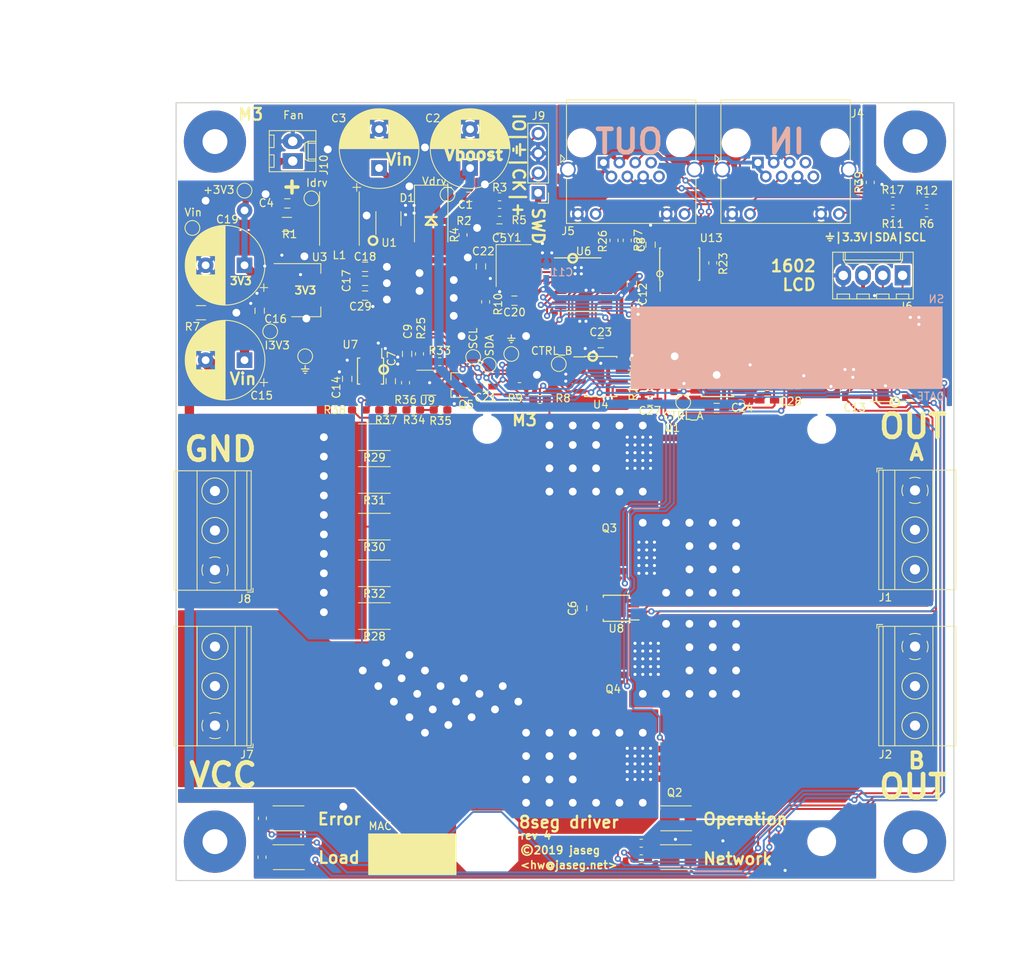
<source format=kicad_pcb>
(kicad_pcb (version 20190331) (host pcbnew "(5.1.0-344-gd281f051e)")
  (layers (0 "F.Cu" signal) (31 "B.Cu" signal) (34 "B.Paste" user) (35 "F.Paste" user) (36 "B.SilkS" user) (37 "F.SilkS" user) (38 "B.Mask" user) (39 "F.Mask" user) (44 "Edge.Cuts" user))
  (net 0 "")
  (net 1 "+VSW")
  (net 2 "GND")
  (net 3 "Net-(C3-Pad1)")
  (net 4 "/VBOOT_MON")
  (net 5 "+3V3")
  (net 6 "Net-(C15-Pad1)")
  (net 7 "/VIN_MON")
  (net 8 "Net-(D1-Pad2)")
  (net 9 "Net-(R2-Pad1)")
  (net 10 "Net-(U7-Pad3)")
  (net 11 "Net-(U8-Pad3)")
  (net 12 "/DRV1F")
  (net 13 "/DRV2F")
  (net 14 "/DRV3F")
  (net 15 "/DRV4F")
  (net 16 "/OUT_A")
  (net 17 "/OUT_B")
  (net 18 "/VIN")
  (net 19 "/GND_MEAS")
  (net 20 "/DRV1")
  (net 21 "/DRV2")
  (net 22 "/DRV3")
  (net 23 "/DRV4")
  (net 24 "/CTRL_B")
  (net 25 "/CTRL_A")
  (net 26 "/SWCLK")
  (net 27 "/SWDIO")
  (net 28 "/TX")
  (net 29 "/RX")
  (net 30 "/RX485_A")
  (net 31 "/RS485_B")
  (net 32 "/BUS_VCC")
  (net 33 "/SDA")
  (net 34 "/SCL")
  (net 35 "Net-(R6-Pad1)")
  (net 36 "Net-(R12-Pad1)")
  (net 37 "/DE")
  (net 38 "/SCK")
  (net 39 "/MOSI")
  (net 40 "/CLED1")
  (net 41 "/CLED2")
  (net 42 "Net-(J4-Pad8)")
  (net 43 "Net-(J4-Pad7)")
  (net 44 "Net-(J5-Pad7)")
  (net 45 "Net-(J5-Pad8)")
  (net 46 "/CLED4")
  (net 47 "/CLED3")
  (net 48 "Net-(U2-Pad9)")
  (net 49 "Net-(R11-Pad1)")
  (net 50 "/SLED1")
  (net 51 "/SLED2")
  (net 52 "/SLED3")
  (net 53 "/SLED4")
  (net 54 "Net-(R17-Pad1)")
  (net 55 "Net-(D4-Pad1)")
  (net 56 "Net-(D5-Pad1)")
  (net 57 "Net-(D6-Pad1)")
  (net 58 "Net-(D7-Pad1)")
  (net 59 "/XT1")
  (net 60 "/XT2")
  (net 61 "/RST")
  (net 62 "/VIsense")
  (net 63 "/GND_RS485")
  (net 64 "Net-(C7-Pad2)")
  (net 65 "Net-(C7-Pad1)")
  (net 66 "Net-(Q5-Pad3)")
  (net 67 "Net-(R33-Pad2)")
  (net 68 "Net-(R36-Pad1)")
  (module "TestPoint:TestPoint_Pad_D1.5mm" (layer "F.Cu") (at 156.6 84.6)
    (fp_text reference "TP15")
    (fp_text value "MOSI" (at -2.7 -0.9) (layer "F.SilkS"))
    (pad "1" smd circle (at 0 0) (size 1.5 1.5) (layers "F.Cu" "F.Mask") (net 39 "/MOSI"))
  )
  (module "TestPoint:TestPoint_Pad_D1.5mm" (layer "F.Cu") (at 153.75 89)
    (fp_text reference "TP14")
    (fp_text value "SCK" (at -0.1 1.75) (layer "F.SilkS"))
    (pad "1" smd circle (at 0 0) (size 1.5 1.5) (layers "F.Cu" "F.Mask") (net 38 "/SCK"))
  )
  (module "TestPoint:TestPoint_Pad_D1.5mm" (layer "F.Cu") (at 154.7 86.55)
    (fp_text reference "TP13")
    (fp_text value "LATCH" (at -3.4 0.05) (layer "F.SilkS"))
    (pad "1" smd circle (at 0 0) (size 1.5 1.5) (layers "F.Cu" "F.Mask") (net 7 "/VIN_MON"))
  )
  (module "TestPoint:TestPoint_Pad_D1.5mm" (layer "F.Cu") (at 113.1 87.3)
    (fp_text reference "TP12")
    (fp_text value "⏚" (at 0 -1.9 180) (layer "F.SilkS"))
    (pad "1" smd circle (at 0 0) (size 1.5 1.5) (layers "F.Cu" "F.Mask") (net 2 "GND"))
  )
  (module "TestPoint:TestPoint_Pad_D1.5mm" (layer "F.Cu") (at 110.2 88.7)
    (fp_text reference "TP11")
    (fp_text value "SDA" (at 0.1 -2.5 90) (layer "F.SilkS"))
    (pad "1" smd circle (at 0 0) (size 1.5 1.5) (layers "F.Cu" "F.Mask") (net 33 "/SDA"))
  )
  (module "TestPoint:TestPoint_Pad_D1.5mm" (layer "F.Cu") (at 108.2 87.7)
    (fp_text reference "TP10")
    (fp_text value "SCL" (at 0 -2.4 90) (layer "F.SilkS"))
    (pad "1" smd circle (at 0 0) (size 1.5 1.5) (layers "F.Cu" "F.Mask") (net 34 "/SCL"))
  )
  (module "TestPoint:TestPoint_Pad_D1.5mm" (layer "F.Cu") (at 136.3 86.6)
    (fp_text reference "TP9")
    (fp_text value "⏚" (at 0 -2) (layer "F.SilkS"))
    (pad "1" smd circle (at 0 0) (size 1.5 1.5) (layers "F.Cu" "F.Mask") (net 2 "GND"))
  )
  (module "TestPoint:TestPoint_Pad_D1.5mm" (layer "F.Cu") (at 135.2 93.5)
    (fp_text reference "TP8")
    (fp_text value "CTRL_A" (at 0 1.75) (layer "F.SilkS"))
    (pad "1" smd circle (at 0 0) (size 1.5 1.5) (layers "F.Cu" "F.Mask") (net 25 "/CTRL_A"))
  )
  (module "TestPoint:TestPoint_Pad_D1.5mm" (layer "F.Cu") (at 119.2 88.6)
    (fp_text reference "TP7")
    (fp_text value "CTRL_B" (at -0.9 -1.7) (layer "F.SilkS"))
    (pad "1" smd circle (at 0 0) (size 1.5 1.5) (layers "F.Cu" "F.Mask") (net 24 "/CTRL_B"))
  )
  (module "TestPoint:TestPoint_Pad_D1.5mm" (layer "F.Cu") (at 78.8 66.3)
    (fp_text reference "TP6")
    (fp_text value "+3V3" (at -3.3 -0.1) (layer "F.SilkS"))
    (pad "1" smd circle (at 0 0) (size 1.5 1.5) (layers "F.Cu" "F.Mask") (net 5 "+3V3"))
  )
  (module "TestPoint:TestPoint_Pad_D1.5mm" (layer "F.Cu") (at 82.1 84.4)
    (fp_text reference "TP5")
    (fp_text value "I3V3" (at 0.9 1.8) (layer "F.SilkS"))
    (pad "1" smd circle (at 0 0) (size 1.5 1.5) (layers "F.Cu" "F.Mask") (net 6 "Net-(C15-Pad1)"))
  )
  (module "TestPoint:TestPoint_Pad_D1.5mm" (layer "F.Cu") (at 72.1 71.1)
    (fp_text reference "TP4")
    (fp_text value "Vin" (at 0.1 -2) (layer "F.SilkS"))
    (pad "1" smd circle (at 0 0) (size 1.5 1.5) (layers "F.Cu" "F.Mask") (net 18 "/VIN"))
  )
  (module "TestPoint:TestPoint_Pad_D1.5mm" (layer "F.Cu") (at 86.6 87.6)
    (fp_text reference "TP3")
    (fp_text value "⏚" (at 0 1.75) (layer "F.SilkS"))
    (pad "1" smd circle (at 0 0) (size 1.5 1.5) (layers "F.Cu" "F.Mask") (net 2 "GND"))
  )
  (module "TestPoint:TestPoint_Pad_D1.5mm" (layer "F.Cu") (at 87.4 67.3)
    (fp_text reference "TP2")
    (fp_text value "Idrv" (at 0.7 -2) (layer "F.SilkS"))
    (pad "1" smd circle (at 0 0) (size 1.5 1.5) (layers "F.Cu" "F.Mask") (net 3 "Net-(C3-Pad1)"))
  )
  (module "TestPoint:TestPoint_Pad_D1.5mm" (layer "F.Cu") (at 104.9 66.8)
    (fp_text reference "TP1")
    (fp_text value "Vdrv" (at -1.7 -1.7) (layer "F.SilkS"))
    (pad "1" smd circle (at 0 0) (size 1.5 1.5) (layers "F.Cu" "F.Mask") (net 1 "+VSW"))
  )
  (module "Capacitors_SMD:C_0603_HandSoldering" (layer "F.Cu") (at 99.7 87.3 270)
    (fp_text reference "C9" (at -2.9 -0.1 90) (layer "F.SilkS"))
    (fp_text value "100n")
    (pad "2" smd rect (at 0.95 0 270) (size 1.2 0.75) (layers "F.Cu" "F.Paste" "F.Mask") (net 2 "GND"))
    (pad "1" smd rect (at -0.95 0 270) (size 1.2 0.75) (layers "F.Cu" "F.Paste" "F.Mask") (net 5 "+3V3"))
  )
  (module "Package_TO_SOT_SMD:SOT-23-5" (layer "F.Cu") (at 102.5 91)
    (fp_text reference "U9" (at -0.2 2.3) (layer "F.SilkS"))
    (fp_text value "NCS325")
    (pad "5" smd rect (at 1.1 -0.95) (size 1.06 0.65) (layers "F.Cu" "F.Paste" "F.Mask") (net 5 "+3V3"))
    (pad "4" smd rect (at 1.1 0.95) (size 1.06 0.65) (layers "F.Cu" "F.Paste" "F.Mask") (net 67 "Net-(R33-Pad2)"))
    (pad "3" smd rect (at -1.1 0.95) (size 1.06 0.65) (layers "F.Cu" "F.Paste" "F.Mask") (net 68 "Net-(R36-Pad1)"))
    (pad "2" smd rect (at -1.1 0) (size 1.06 0.65) (layers "F.Cu" "F.Paste" "F.Mask") (net 2 "GND"))
    (pad "1" smd rect (at -1.1 -0.95) (size 1.06 0.65) (layers "F.Cu" "F.Paste" "F.Mask") (net 62 "/VIsense"))
  )
  (module "Capacitors_SMD:C_0603_HandSoldering" (layer "F.Cu") (at 92 90.5 90)
    (fp_text reference "C14" (at -1.1 -1.4 270) (layer "F.SilkS"))
    (fp_text value "100n")
    (pad "1" smd rect (at -0.95 0 90) (size 1.2 0.75) (layers "F.Cu" "F.Paste" "F.Mask") (net 5 "+3V3"))
    (pad "2" smd rect (at 0.95 0 90) (size 1.2 0.75) (layers "F.Cu" "F.Paste" "F.Mask") (net 2 "GND"))
  )
  (module "Capacitors_SMD:C_0603_HandSoldering" (layer "F.Cu") (at 131 73.25 90)
    (fp_text reference "C8" (at 0 -1.25 90) (layer "F.SilkS"))
    (fp_text value "100n")
    (pad "2" smd rect (at 0.95 0 90) (size 1.2 0.75) (layers "F.Cu" "F.Paste" "F.Mask") (net 2 "GND"))
    (pad "1" smd rect (at -0.95 0 90) (size 1.2 0.75) (layers "F.Cu" "F.Paste" "F.Mask") (net 5 "+3V3"))
  )
  (module "Package_SO:SOIC-8_3.9x4.9mm_P1.27mm" (layer "F.Cu") (at 134.75 75.75 90)
    (fp_text reference "U13" (at 3.35 4.05 180) (layer "F.SilkS"))
    (fp_text value "MAX485E")
    (pad "8" smd rect (at 2.7 -1.905 90) (size 1.55 0.6) (layers "F.Cu" "F.Paste" "F.Mask") (net 5 "+3V3"))
    (pad "7" smd rect (at 2.7 -0.635 90) (size 1.55 0.6) (layers "F.Cu" "F.Paste" "F.Mask") (net 31 "/RS485_B"))
    (pad "6" smd rect (at 2.7 0.635 90) (size 1.55 0.6) (layers "F.Cu" "F.Paste" "F.Mask") (net 30 "/RX485_A"))
    (pad "5" smd rect (at 2.7 1.905 90) (size 1.55 0.6) (layers "F.Cu" "F.Paste" "F.Mask") (net 2 "GND"))
    (pad "4" smd rect (at -2.7 1.905 90) (size 1.55 0.6) (layers "F.Cu" "F.Paste" "F.Mask") (net 28 "/TX"))
    (pad "3" smd rect (at -2.7 0.635 90) (size 1.55 0.6) (layers "F.Cu" "F.Paste" "F.Mask") (net 37 "/DE"))
    (pad "2" smd rect (at -2.7 -0.635 90) (size 1.55 0.6) (layers "F.Cu" "F.Paste" "F.Mask") (net 37 "/DE"))
    (pad "1" smd rect (at -2.7 -1.905 90) (size 1.55 0.6) (layers "F.Cu" "F.Paste" "F.Mask") (net 29 "/RX"))
  )
  (module "Resistor_SMD:R_0603_1608Metric_Pad1.05x0.95mm_HandSolder" (layer "F.Cu") (at 159.25 65.25 90)
    (fp_text reference "R39" (at 0 -1.43 90) (layer "F.SilkS"))
    (fp_text value "10k")
    (pad "2" smd roundrect (at 0.875 0 90) (size 1.05 0.95) (layers "F.Cu" "F.Paste" "F.Mask") (net 63 "/GND_RS485"))
    (pad "1" smd roundrect (at -0.875 0 90) (size 1.05 0.95) (layers "F.Cu" "F.Paste" "F.Mask") (net 2 "GND"))
  )
  (module "Resistor_SMD:R_0603_1608Metric_Pad1.05x0.95mm_HandSolder" (layer "F.Cu") (at 93.5 94.5 180)
    (fp_text reference "R38" (at 3.1 0) (layer "F.SilkS"))
    (fp_text value "0")
    (pad "2" smd roundrect (at 0.875 0 180) (size 1.05 0.95) (layers "F.Cu" "F.Paste" "F.Mask") (net 2 "GND"))
    (pad "1" smd roundrect (at -0.875 0 180) (size 1.05 0.95) (layers "F.Cu" "F.Paste" "F.Mask") (net 64 "Net-(C7-Pad2)"))
  )
  (module "Resistor_SMD:R_0603_1608Metric_Pad1.05x0.95mm_HandSolder" (layer "F.Cu") (at 97 94.5 180)
    (fp_text reference "R37" (at 0 -1.3) (layer "F.SilkS"))
    (fp_text value "0")
    (pad "2" smd roundrect (at 0.875 0 180) (size 1.05 0.95) (layers "F.Cu" "F.Paste" "F.Mask") (net 65 "Net-(C7-Pad1)"))
    (pad "1" smd roundrect (at -0.875 0 180) (size 1.05 0.95) (layers "F.Cu" "F.Paste" "F.Mask") (net 19 "/GND_MEAS"))
  )
  (module "Resistor_SMD:R_0603_1608Metric_Pad1.05x0.95mm_HandSolder" (layer "F.Cu") (at 99.5 91 270)
    (fp_text reference "R36" (at 2.2 0 180) (layer "F.SilkS"))
    (fp_text value "10k")
    (pad "2" smd roundrect (at 0.875 0 270) (size 1.05 0.95) (layers "F.Cu" "F.Paste" "F.Mask") (net 19 "/GND_MEAS"))
    (pad "1" smd roundrect (at -0.875 0 270) (size 1.05 0.95) (layers "F.Cu" "F.Paste" "F.Mask") (net 68 "Net-(R36-Pad1)"))
  )
  (module "Resistor_SMD:R_0603_1608Metric_Pad1.05x0.95mm_HandSolder" (layer "F.Cu") (at 104 94.5)
    (fp_text reference "R35" (at 0 1.4) (layer "F.SilkS"))
    (fp_text value "3k6")
    (pad "2" smd roundrect (at 0.875 0) (size 1.05 0.95) (layers "F.Cu" "F.Paste" "F.Mask") (net 2 "GND"))
    (pad "1" smd roundrect (at -0.875 0) (size 1.05 0.95) (layers "F.Cu" "F.Paste" "F.Mask") (net 66 "Net-(Q5-Pad3)"))
  )
  (module "Resistor_SMD:R_0603_1608Metric_Pad1.05x0.95mm_HandSolder" (layer "F.Cu") (at 100.5 94.5)
    (fp_text reference "R34" (at 0.1 1.3) (layer "F.SilkS"))
    (fp_text value "100")
    (pad "2" smd roundrect (at 0.875 0) (size 1.05 0.95) (layers "F.Cu" "F.Paste" "F.Mask") (net 66 "Net-(Q5-Pad3)"))
    (pad "1" smd roundrect (at -0.875 0) (size 1.05 0.95) (layers "F.Cu" "F.Paste" "F.Mask") (net 67 "Net-(R33-Pad2)"))
  )
  (module "Resistor_SMD:R_0603_1608Metric_Pad1.05x0.95mm_HandSolder" (layer "F.Cu") (at 103.9 88.3)
    (fp_text reference "R33" (at 0 -1.43) (layer "F.SilkS"))
    (fp_text value "150k")
    (pad "2" smd roundrect (at 0.875 0) (size 1.05 0.95) (layers "F.Cu" "F.Paste" "F.Mask") (net 67 "Net-(R33-Pad2)"))
    (pad "1" smd roundrect (at -0.875 0) (size 1.05 0.95) (layers "F.Cu" "F.Paste" "F.Mask") (net 62 "/VIsense"))
  )
  (module "Resistor_SMD:R_0603_1608Metric_Pad1.05x0.95mm_HandSolder" (layer "F.Cu") (at 101.3 87.3 90)
    (fp_text reference "R25" (at 3.3 0.2 90) (layer "F.SilkS"))
    (fp_text value "10k")
    (pad "2" smd roundrect (at 0.875 0 90) (size 1.05 0.95) (layers "F.Cu" "F.Paste" "F.Mask") (net 38 "/SCK"))
    (pad "1" smd roundrect (at -0.875 0 90) (size 1.05 0.95) (layers "F.Cu" "F.Paste" "F.Mask") (net 62 "/VIsense"))
  )
  (module "Resistor_SMD:R_0603_1608Metric_Pad1.05x0.95mm_HandSolder" (layer "F.Cu") (at 134 91.2 90)
    (fp_text reference "R24" (at 2 0 180) (layer "F.SilkS"))
    (fp_text value "1k")
    (pad "2" smd roundrect (at 0.875 0 90) (size 1.05 0.95) (layers "F.Cu" "F.Paste" "F.Mask") (net 2 "GND"))
    (pad "1" smd roundrect (at -0.875 0 90) (size 1.05 0.95) (layers "F.Cu" "F.Paste" "F.Mask") (net 25 "/CTRL_A"))
  )
  (module "Resistor_SMD:R_0603_1608Metric_Pad1.05x0.95mm_HandSolder" (layer "F.Cu") (at 139.4 86.4)
    (fp_text reference "R18" (at 0 -1.43) (layer "F.SilkS"))
    (fp_text value "1k")
    (pad "2" smd roundrect (at 0.875 0) (size 1.05 0.95) (layers "F.Cu" "F.Paste" "F.Mask") (net 2 "GND"))
    (pad "1" smd roundrect (at -0.875 0) (size 1.05 0.95) (layers "F.Cu" "F.Paste" "F.Mask") (net 24 "/CTRL_B"))
  )
  (module "Package_TO_SOT_SMD:SOT-23" (layer "F.Cu") (at 106.1 91.3 180)
    (fp_text reference "Q5" (at -1.2 -2.5) (layer "F.SilkS"))
    (fp_text value "AO3400")
    (pad "3" smd rect (at 1 0 180) (size 0.9 0.8) (layers "F.Cu" "F.Paste" "F.Mask") (net 66 "Net-(Q5-Pad3)"))
    (pad "2" smd rect (at -1 0.95 180) (size 0.9 0.8) (layers "F.Cu" "F.Paste" "F.Mask") (net 2 "GND"))
    (pad "1" smd rect (at -1 -0.95 180) (size 0.9 0.8) (layers "F.Cu" "F.Paste" "F.Mask") (net 39 "/MOSI"))
  )
  (module "Capacitors_SMD:C_0603_HandSoldering" (layer "F.Cu") (at 97.6 90.8 90)
    (fp_text reference "C7" (at 2.9 0.1 90) (layer "F.SilkS"))
    (fp_text value "0")
    (pad "2" smd rect (at 0.95 0 90) (size 1.2 0.75) (layers "F.Cu" "F.Paste" "F.Mask") (net 64 "Net-(C7-Pad2)"))
    (pad "1" smd rect (at -0.95 0 90) (size 1.2 0.75) (layers "F.Cu" "F.Paste" "F.Mask") (net 65 "Net-(C7-Pad1)"))
  )
  (module "Capacitors_SMD:C_0603_HandSoldering" (layer "F.Cu") (at 122.2 120 90)
    (fp_text reference "C6" (at 0 -1.25 90) (layer "F.SilkS"))
    (fp_text value "100n")
    (pad "2" smd rect (at 0.95 0 90) (size 1.2 0.75) (layers "F.Cu" "F.Paste" "F.Mask") (net 19 "/GND_MEAS"))
    (pad "1" smd rect (at -0.95 0 90) (size 1.2 0.75) (layers "F.Cu" "F.Paste" "F.Mask") (net 5 "+3V3"))
  )
  (module "Capacitors_SMD:C_0603_HandSoldering" (layer "F.Cu") (at 94.3 79.8)
    (fp_text reference "C29" (at -0.6 1.4) (layer "F.SilkS"))
    (fp_text value "100n")
    (pad "2" smd rect (at 0.95 0) (size 1.2 0.75) (layers "F.Cu" "F.Paste" "F.Mask") (net 2 "GND"))
    (pad "1" smd rect (at -0.95 0) (size 1.2 0.75) (layers "F.Cu" "F.Paste" "F.Mask") (net 5 "+3V3"))
  )
  (module "Connectors_Molex:Molex_KK-6410-04_04x2.54mm_Straight" (layer "F.Cu") (at 163.4 77.2 180)
    (fp_text reference "J6" (at -0.45 -4 180) (layer "F.SilkS"))
    (fp_text value "1602 I2C LCD")
    (pad "4" thru_hole oval (at 7.62 0 180) (size 2 2.6) (drill 1.2) (layers *.Cu *.Mask) (net 2 "GND"))
    (pad "3" thru_hole oval (at 5.08 0 180) (size 2 2.6) (drill 1.2) (layers *.Cu *.Mask) (net 5 "+3V3"))
    (pad "2" thru_hole oval (at 2.54 0 180) (size 2 2.6) (drill 1.2) (layers *.Cu *.Mask) (net 33 "/SDA"))
    (pad "1" thru_hole rect (at 0 0 180) (size 2 2.6) (drill 1.2) (layers *.Cu *.Mask) (net 34 "/SCL"))
  )
  (module "Package_SO:MSOP-10_3x3mm_P0.5mm" (layer "F.Cu") (at 95 89.5 270)
    (fp_text reference "U7" (at -3.4 2.6) (layer "F.SilkS"))
    (fp_text value "INA226")
    (pad "1" smd rect (at -2.2 -1 270) (size 1.4 0.3) (layers "F.Cu" "F.Paste" "F.Mask") (net 2 "GND"))
    (pad "2" smd rect (at -2.2 -0.5 270) (size 1.4 0.3) (layers "F.Cu" "F.Paste" "F.Mask") (net 2 "GND"))
    (pad "3" smd rect (at -2.2 0 270) (size 1.4 0.3) (layers "F.Cu" "F.Paste" "F.Mask") (net 10 "Net-(U7-Pad3)"))
    (pad "4" smd rect (at -2.2 0.5 270) (size 1.4 0.3) (layers "F.Cu" "F.Paste" "F.Mask") (net 33 "/SDA"))
    (pad "5" smd rect (at -2.2 1 270) (size 1.4 0.3) (layers "F.Cu" "F.Paste" "F.Mask") (net 34 "/SCL"))
    (pad "6" smd rect (at 2.2 1 270) (size 1.4 0.3) (layers "F.Cu" "F.Paste" "F.Mask") (net 5 "+3V3"))
    (pad "7" smd rect (at 2.2 0.5 270) (size 1.4 0.3) (layers "F.Cu" "F.Paste" "F.Mask") (net 2 "GND"))
    (pad "8" smd rect (at 2.2 0 270) (size 1.4 0.3) (layers "F.Cu" "F.Paste" "F.Mask") (net 18 "/VIN"))
    (pad "9" smd rect (at 2.2 -0.5 270) (size 1.4 0.3) (layers "F.Cu" "F.Paste" "F.Mask") (net 64 "Net-(C7-Pad2)"))
    (pad "10" smd rect (at 2.2 -1 270) (size 1.4 0.3) (layers "F.Cu" "F.Paste" "F.Mask") (net 65 "Net-(C7-Pad1)"))
  )
  (module "Package_SO:TSSOP-20_4.4x6.5mm_P0.65mm" (layer "F.Cu") (at 122.4 78.4)
    (fp_text reference "U6" (at 0 -4.3) (layer "F.SilkS"))
    (fp_text value "STM32F030F4Px")
    (pad "1" smd rect (at -2.95 -2.925) (size 1.45 0.45) (layers "F.Cu" "F.Paste" "F.Mask") (net 2 "GND"))
    (pad "2" smd rect (at -2.95 -2.275) (size 1.45 0.45) (layers "F.Cu" "F.Paste" "F.Mask") (net 60 "/XT2"))
    (pad "3" smd rect (at -2.95 -1.625) (size 1.45 0.45) (layers "F.Cu" "F.Paste" "F.Mask") (net 59 "/XT1"))
    (pad "4" smd rect (at -2.95 -0.975) (size 1.45 0.45) (layers "F.Cu" "F.Paste" "F.Mask") (net 61 "/RST"))
    (pad "5" smd rect (at -2.95 -0.325) (size 1.45 0.45) (layers "F.Cu" "F.Paste" "F.Mask") (net 5 "+3V3"))
    (pad "6" smd rect (at -2.95 0.325) (size 1.45 0.45) (layers "F.Cu" "F.Paste" "F.Mask") (net 4 "/VBOOT_MON"))
    (pad "7" smd rect (at -2.95 0.975) (size 1.45 0.45) (layers "F.Cu" "F.Paste" "F.Mask") (net 37 "/DE"))
    (pad "8" smd rect (at -2.95 1.625) (size 1.45 0.45) (layers "F.Cu" "F.Paste" "F.Mask") (net 28 "/TX"))
    (pad "9" smd rect (at -2.95 2.275) (size 1.45 0.45) (layers "F.Cu" "F.Paste" "F.Mask") (net 29 "/RX"))
    (pad "10" smd rect (at -2.95 2.925) (size 1.45 0.45) (layers "F.Cu" "F.Paste" "F.Mask") (net 7 "/VIN_MON"))
    (pad "11" smd rect (at 2.95 2.925) (size 1.45 0.45) (layers "F.Cu" "F.Paste" "F.Mask") (net 38 "/SCK"))
    (pad "12" smd rect (at 2.95 2.275) (size 1.45 0.45) (layers "F.Cu" "F.Paste" "F.Mask") (net 25 "/CTRL_A"))
    (pad "13" smd rect (at 2.95 1.625) (size 1.45 0.45) (layers "F.Cu" "F.Paste" "F.Mask") (net 39 "/MOSI"))
    (pad "14" smd rect (at 2.95 0.975) (size 1.45 0.45) (layers "F.Cu" "F.Paste" "F.Mask") (net 24 "/CTRL_B"))
    (pad "15" smd rect (at 2.95 0.325) (size 1.45 0.45) (layers "F.Cu" "F.Paste" "F.Mask") (net 2 "GND"))
    (pad "16" smd rect (at 2.95 -0.325) (size 1.45 0.45) (layers "F.Cu" "F.Paste" "F.Mask") (net 5 "+3V3"))
    (pad "17" smd rect (at 2.95 -0.975) (size 1.45 0.45) (layers "F.Cu" "F.Paste" "F.Mask") (net 34 "/SCL"))
    (pad "18" smd rect (at 2.95 -1.625) (size 1.45 0.45) (layers "F.Cu" "F.Paste" "F.Mask") (net 33 "/SDA"))
    (pad "19" smd rect (at 2.95 -2.275) (size 1.45 0.45) (layers "F.Cu" "F.Paste" "F.Mask") (net 27 "/SWDIO"))
    (pad "20" smd rect (at 2.95 -2.925) (size 1.45 0.45) (layers "F.Cu" "F.Paste" "F.Mask") (net 26 "/SWCLK"))
  )
  (module "Resistor_SMD:R_0603_1608Metric_Pad1.05x0.95mm_HandSolder" (layer "F.Cu") (at 111.6 67.1)
    (fp_text reference "R3" (at 0 -1.2) (layer "F.SilkS"))
    (fp_text value "47k")
    (pad "1" smd roundrect (at -0.875 0) (size 1.05 0.95) (layers "F.Cu" "F.Paste" "F.Mask") (net 1 "+VSW"))
    (pad "2" smd roundrect (at 0.875 0) (size 1.05 0.95) (layers "F.Cu" "F.Paste" "F.Mask") (net 4 "/VBOOT_MON"))
  )
  (module "footprints:Toshiba SOP Advance" (layer "F.Cu") (at 130 100 90)
    (fp_text reference "Q1" (at 3.2 3.8 180) (layer "F.SilkS"))
    (fp_text value "TPHR6503PL")
    (pad "1" smd rect (at 0 -0.55 90) (size 4.7 3.75) (layers "F.Cu" "F.Paste" "F.Mask") (net 18 "/VIN"))
    (pad "3" smd rect (at -1.905 3.5 90) (size 0.85 2.95) (layers "F.Cu" "F.Paste" "F.Mask") (net 16 "/OUT_A"))
    (pad "3" smd rect (at -0.635 3.5 90) (size 0.85 2.95) (layers "F.Cu" "F.Paste" "F.Mask") (net 16 "/OUT_A"))
    (pad "3" smd rect (at 0.635 3.5 90) (size 0.85 2.95) (layers "F.Cu" "F.Paste" "F.Mask") (net 16 "/OUT_A"))
    (pad "2" smd rect (at 1.905 3.5 90) (size 0.85 2.95) (layers "F.Cu" "F.Paste" "F.Mask") (net 15 "/DRV4F"))
    (pad "1" smd rect (at 1.905 -3.475 90) (size 0.85 3) (layers "F.Cu" "F.Paste" "F.Mask") (net 18 "/VIN"))
    (pad "1" smd rect (at 0.635 -3.475 90) (size 0.85 3) (layers "F.Cu" "F.Paste" "F.Mask") (net 18 "/VIN"))
    (pad "1" smd rect (at -0.635 -3.475 90) (size 0.85 3) (layers "F.Cu" "F.Paste" "F.Mask") (net 18 "/VIN"))
    (pad "1" smd rect (at -1.905 -3.475 90) (size 0.85 3) (layers "F.Cu" "F.Paste" "F.Mask") (net 18 "/VIN"))
  )
  (module "footprints:Toshiba SOP Advance" (layer "F.Cu") (at 130 140 90)
    (fp_text reference "Q2" (at -3.7 4.1 180) (layer "F.SilkS"))
    (fp_text value "TPHR6503PL")
    (pad "1" smd rect (at 0 -0.55 90) (size 4.7 3.75) (layers "F.Cu" "F.Paste" "F.Mask") (net 18 "/VIN"))
    (pad "3" smd rect (at -1.905 3.5 90) (size 0.85 2.95) (layers "F.Cu" "F.Paste" "F.Mask") (net 17 "/OUT_B"))
    (pad "3" smd rect (at -0.635 3.5 90) (size 0.85 2.95) (layers "F.Cu" "F.Paste" "F.Mask") (net 17 "/OUT_B"))
    (pad "3" smd rect (at 0.635 3.5 90) (size 0.85 2.95) (layers "F.Cu" "F.Paste" "F.Mask") (net 17 "/OUT_B"))
    (pad "2" smd rect (at 1.905 3.5 90) (size 0.85 2.95) (layers "F.Cu" "F.Paste" "F.Mask") (net 13 "/DRV2F"))
    (pad "1" smd rect (at 1.905 -3.475 90) (size 0.85 3) (layers "F.Cu" "F.Paste" "F.Mask") (net 18 "/VIN"))
    (pad "1" smd rect (at 0.635 -3.475 90) (size 0.85 3) (layers "F.Cu" "F.Paste" "F.Mask") (net 18 "/VIN"))
    (pad "1" smd rect (at -0.635 -3.475 90) (size 0.85 3) (layers "F.Cu" "F.Paste" "F.Mask") (net 18 "/VIN"))
    (pad "1" smd rect (at -1.905 -3.475 90) (size 0.85 3) (layers "F.Cu" "F.Paste" "F.Mask") (net 18 "/VIN"))
  )
  (module "footprints:Toshiba SOP Advance" (layer "F.Cu") (at 130 113.3333 270)
    (fp_text reference "Q3" (at -3.6333 4.3) (layer "F.SilkS"))
    (fp_text value "TPHR6503PL")
    (pad "1" smd rect (at 0 -0.55 270) (size 4.7 3.75) (layers "F.Cu" "F.Paste" "F.Mask") (net 16 "/OUT_A"))
    (pad "3" smd rect (at -1.905 3.5 270) (size 0.85 2.95) (layers "F.Cu" "F.Paste" "F.Mask") (net 19 "/GND_MEAS"))
    (pad "3" smd rect (at -0.635 3.5 270) (size 0.85 2.95) (layers "F.Cu" "F.Paste" "F.Mask") (net 19 "/GND_MEAS"))
    (pad "3" smd rect (at 0.635 3.5 270) (size 0.85 2.95) (layers "F.Cu" "F.Paste" "F.Mask") (net 19 "/GND_MEAS"))
    (pad "2" smd rect (at 1.905 3.5 270) (size 0.85 2.95) (layers "F.Cu" "F.Paste" "F.Mask") (net 14 "/DRV3F"))
    (pad "1" smd rect (at 1.905 -3.475 270) (size 0.85 3) (layers "F.Cu" "F.Paste" "F.Mask") (net 16 "/OUT_A"))
    (pad "1" smd rect (at 0.635 -3.475 270) (size 0.85 3) (layers "F.Cu" "F.Paste" "F.Mask") (net 16 "/OUT_A"))
    (pad "1" smd rect (at -0.635 -3.475 270) (size 0.85 3) (layers "F.Cu" "F.Paste" "F.Mask") (net 16 "/OUT_A"))
    (pad "1" smd rect (at -1.905 -3.475 270) (size 0.85 3) (layers "F.Cu" "F.Paste" "F.Mask") (net 16 "/OUT_A"))
  )
  (module "footprints:Toshiba SOP Advance" (layer "F.Cu") (at 130 126.6667 270)
    (fp_text reference "Q4" (at 3.7333 3.8) (layer "F.SilkS"))
    (fp_text value "TPHR6503PL")
    (pad "1" smd rect (at 0 -0.55 270) (size 4.7 3.75) (layers "F.Cu" "F.Paste" "F.Mask") (net 17 "/OUT_B"))
    (pad "3" smd rect (at -1.905 3.5 270) (size 0.85 2.95) (layers "F.Cu" "F.Paste" "F.Mask") (net 19 "/GND_MEAS"))
    (pad "3" smd rect (at -0.635 3.5 270) (size 0.85 2.95) (layers "F.Cu" "F.Paste" "F.Mask") (net 19 "/GND_MEAS"))
    (pad "3" smd rect (at 0.635 3.5 270) (size 0.85 2.95) (layers "F.Cu" "F.Paste" "F.Mask") (net 19 "/GND_MEAS"))
    (pad "2" smd rect (at 1.905 3.5 270) (size 0.85 2.95) (layers "F.Cu" "F.Paste" "F.Mask") (net 12 "/DRV1F"))
    (pad "1" smd rect (at 1.905 -3.475 270) (size 0.85 3) (layers "F.Cu" "F.Paste" "F.Mask") (net 17 "/OUT_B"))
    (pad "1" smd rect (at 0.635 -3.475 270) (size 0.85 3) (layers "F.Cu" "F.Paste" "F.Mask") (net 17 "/OUT_B"))
    (pad "1" smd rect (at -0.635 -3.475 270) (size 0.85 3) (layers "F.Cu" "F.Paste" "F.Mask") (net 17 "/OUT_B"))
    (pad "1" smd rect (at -1.905 -3.475 270) (size 0.85 3) (layers "F.Cu" "F.Paste" "F.Mask") (net 17 "/OUT_B"))
  )
  (module "Capacitors_SMD:C_0603_HandSoldering" (layer "F.Cu") (at 107.7 67.1)
    (fp_text reference "C1" (at -0.5 1 180) (layer "F.SilkS"))
    (fp_text value "10u")
    (pad "1" smd rect (at -0.95 0) (size 1.2 0.75) (layers "F.Cu" "F.Paste" "F.Mask") (net 1 "+VSW"))
    (pad "2" smd rect (at 0.95 0) (size 1.2 0.75) (layers "F.Cu" "F.Paste" "F.Mask") (net 2 "GND"))
  )
  (module "Capacitors_SMD:C_0603_HandSoldering" (layer "F.Cu") (at 84.3 67.95 180)
    (fp_text reference "C4" (at 2.7 0.05 180) (layer "F.SilkS"))
    (fp_text value "10u")
    (pad "1" smd rect (at -0.95 0 180) (size 1.2 0.75) (layers "F.Cu" "F.Paste" "F.Mask") (net 3 "Net-(C3-Pad1)"))
    (pad "2" smd rect (at 0.95 0 180) (size 1.2 0.75) (layers "F.Cu" "F.Paste" "F.Mask") (net 2 "GND"))
  )
  (module "Capacitors_SMD:C_0603_HandSoldering" (layer "F.Cu") (at 111.574999 71.174999 180)
    (fp_text reference "C5" (at 0 -1.25 180) (layer "F.SilkS"))
    (fp_text value "100n")
    (pad "1" smd rect (at -0.95 0 180) (size 1.2 0.75) (layers "F.Cu" "F.Paste" "F.Mask") (net 4 "/VBOOT_MON"))
    (pad "2" smd rect (at 0.95 0 180) (size 1.2 0.75) (layers "F.Cu" "F.Paste" "F.Mask") (net 2 "GND"))
  )
  (module "Capacitors_SMD:C_0603_HandSoldering" (layer "B.Cu") (at 117.6 76.8 90)
    (fp_text reference "C11" (at 0 2 180) (layer "B.SilkS") (effects (justify mirror)))
    (fp_text value "100n")
    (pad "2" smd rect (at 0.95 0 90) (size 1.2 0.75) (layers "B.Cu" "B.Paste" "B.Mask") (net 2 "GND"))
    (pad "1" smd rect (at -0.95 0 90) (size 1.2 0.75) (layers "B.Cu" "B.Paste" "B.Mask") (net 5 "+3V3"))
  )
  (module "Capacitors_SMD:C_0603_HandSoldering" (layer "F.Cu") (at 128.6 78.3 270)
    (fp_text reference "C12" (at 1.3 -1.4 270) (layer "F.SilkS"))
    (fp_text value "100n")
    (pad "1" smd rect (at -0.95 0 270) (size 1.2 0.75) (layers "F.Cu" "F.Paste" "F.Mask") (net 5 "+3V3"))
    (pad "2" smd rect (at 0.95 0 270) (size 1.2 0.75) (layers "F.Cu" "F.Paste" "F.Mask") (net 2 "GND"))
  )
  (module "Capacitors_SMD:C_0603_HandSoldering" (layer "F.Cu") (at 156 91.8 90)
    (fp_text reference "C13" (at -2.4 1.25 180) (layer "F.SilkS"))
    (fp_text value "100n")
    (pad "2" smd rect (at 0.95 0 90) (size 1.2 0.75) (layers "F.Cu" "F.Paste" "F.Mask") (net 2 "GND"))
    (pad "1" smd rect (at -0.95 0 90) (size 1.2 0.75) (layers "F.Cu" "F.Paste" "F.Mask") (net 5 "+3V3"))
  )
  (module "Capacitors_SMD:C_0603_HandSoldering" (layer "F.Cu") (at 80.75 81.75 90)
    (fp_text reference "C16" (at -1.05 2.05 180) (layer "F.SilkS"))
    (fp_text value "1u")
    (pad "1" smd rect (at -0.95 0 90) (size 1.2 0.75) (layers "F.Cu" "F.Paste" "F.Mask") (net 6 "Net-(C15-Pad1)"))
    (pad "2" smd rect (at 0.95 0 90) (size 1.2 0.75) (layers "F.Cu" "F.Paste" "F.Mask") (net 2 "GND"))
  )
  (module "Capacitors_SMD:C_0603_HandSoldering" (layer "F.Cu") (at 94.3 77.9)
    (fp_text reference "C17" (at -2.4 0 90) (layer "F.SilkS"))
    (fp_text value "1u")
    (pad "2" smd rect (at 0.95 0) (size 1.2 0.75) (layers "F.Cu" "F.Paste" "F.Mask") (net 2 "GND"))
    (pad "1" smd rect (at -0.95 0) (size 1.2 0.75) (layers "F.Cu" "F.Paste" "F.Mask") (net 5 "+3V3"))
  )
  (module "Capacitors_SMD:C_0603_HandSoldering" (layer "F.Cu") (at 94.3 76.1)
    (fp_text reference "C18" (at 0 -1.3) (layer "F.SilkS"))
    (fp_text value "10u")
    (pad "2" smd rect (at 0.95 0) (size 1.2 0.75) (layers "F.Cu" "F.Paste" "F.Mask") (net 2 "GND"))
    (pad "1" smd rect (at -0.95 0) (size 1.2 0.75) (layers "F.Cu" "F.Paste" "F.Mask") (net 5 "+3V3"))
  )
  (module "Capacitors_SMD:C_0603_HandSoldering" (layer "F.Cu") (at 113.5 80.45)
    (fp_text reference "C20" (at 0 1.5) (layer "F.SilkS"))
    (fp_text value "12p")
    (pad "2" smd rect (at 0.95 0) (size 1.2 0.75) (layers "F.Cu" "F.Paste" "F.Mask") (net 59 "/XT1"))
    (pad "1" smd rect (at -0.95 0) (size 1.2 0.75) (layers "F.Cu" "F.Paste" "F.Mask") (net 2 "GND"))
  )
  (module "Capacitors_SMD:C_0603_HandSoldering" (layer "F.Cu") (at 109.8 91.5 180)
    (fp_text reference "C21" (at 0 -1.4) (layer "F.SilkS"))
    (fp_text value "100n")
    (pad "2" smd rect (at 0.95 0 180) (size 1.2 0.75) (layers "F.Cu" "F.Paste" "F.Mask") (net 2 "GND"))
    (pad "1" smd rect (at -0.95 0 180) (size 1.2 0.75) (layers "F.Cu" "F.Paste" "F.Mask") (net 7 "/VIN_MON"))
  )
  (module "Capacitors_SMD:C_0603_HandSoldering" (layer "F.Cu") (at 109.2 76.05 90)
    (fp_text reference "C22" (at 1.95 0.3) (layer "F.SilkS"))
    (fp_text value "12p")
    (pad "1" smd rect (at -0.95 0 90) (size 1.2 0.75) (layers "F.Cu" "F.Paste" "F.Mask") (net 60 "/XT2"))
    (pad "2" smd rect (at 0.95 0 90) (size 1.2 0.75) (layers "F.Cu" "F.Paste" "F.Mask") (net 2 "GND"))
  )
  (module "Capacitors_SMD:C_0603_HandSoldering" (layer "F.Cu") (at 124.6 85.9 180)
    (fp_text reference "C23" (at 0 1.4 180) (layer "F.SilkS"))
    (fp_text value "100n")
    (pad "2" smd rect (at 0.95 0 180) (size 1.2 0.75) (layers "F.Cu" "F.Paste" "F.Mask") (net 2 "GND"))
    (pad "1" smd rect (at -0.95 0 180) (size 1.2 0.75) (layers "F.Cu" "F.Paste" "F.Mask") (net 1 "+VSW"))
  )
  (module "Capacitors_SMD:C_0603_HandSoldering" (layer "F.Cu") (at 139.5 94.25 180)
    (fp_text reference "C24" (at -3.3 0.05 180) (layer "F.SilkS"))
    (fp_text value "100n")
    (pad "1" smd rect (at -0.95 0 180) (size 1.2 0.75) (layers "F.Cu" "F.Paste" "F.Mask") (net 1 "+VSW"))
    (pad "2" smd rect (at 0.95 0 180) (size 1.2 0.75) (layers "F.Cu" "F.Paste" "F.Mask") (net 2 "GND"))
  )
  (module "Capacitors_SMD:C_0603_HandSoldering" (layer "F.Cu") (at 130.9 87.9 180)
    (fp_text reference "C25" (at 0 1.3 180) (layer "F.SilkS"))
    (fp_text value "0")
    (pad "2" smd rect (at 0.95 0 180) (size 1.2 0.75) (layers "F.Cu" "F.Paste" "F.Mask") (net 2 "GND"))
    (pad "1" smd rect (at -0.95 0 180) (size 1.2 0.75) (layers "F.Cu" "F.Paste" "F.Mask") (net 12 "/DRV1F"))
  )
  (module "Capacitors_SMD:C_0603_HandSoldering" (layer "F.Cu") (at 146 87.9 180)
    (fp_text reference "C26" (at -3 -0.1 180) (layer "F.SilkS"))
    (fp_text value "0")
    (pad "2" smd rect (at 0.95 0 180) (size 1.2 0.75) (layers "F.Cu" "F.Paste" "F.Mask") (net 2 "GND"))
    (pad "1" smd rect (at -0.95 0 180) (size 1.2 0.75) (layers "F.Cu" "F.Paste" "F.Mask") (net 13 "/DRV2F"))
  )
  (module "Capacitors_SMD:C_0603_HandSoldering" (layer "F.Cu") (at 130.95 93.3)
    (fp_text reference "C27" (at -0.05 1.3) (layer "F.SilkS"))
    (fp_text value "0")
    (pad "1" smd rect (at -0.95 0) (size 1.2 0.75) (layers "F.Cu" "F.Paste" "F.Mask") (net 2 "GND"))
    (pad "2" smd rect (at 0.95 0) (size 1.2 0.75) (layers "F.Cu" "F.Paste" "F.Mask") (net 14 "/DRV3F"))
  )
  (module "Capacitors_SMD:C_0603_HandSoldering" (layer "F.Cu") (at 146 93.3)
    (fp_text reference "C28" (at 3 0.1) (layer "F.SilkS"))
    (fp_text value "0")
    (pad "2" smd rect (at 0.95 0) (size 1.2 0.75) (layers "F.Cu" "F.Paste" "F.Mask") (net 15 "/DRV4F"))
    (pad "1" smd rect (at -0.95 0) (size 1.2 0.75) (layers "F.Cu" "F.Paste" "F.Mask") (net 2 "GND"))
  )
  (module "Diode_SMD:D_SMB_Handsoldering" (layer "F.Cu") (at 102.8 70.2 270)
    (fp_text reference "D1" (at -2.95 3.1) (layer "F.SilkS"))
    (fp_text value "2A schottky")
    (pad "1" smd rect (at -2.7 0 270) (size 3.5 2.3) (layers "F.Cu" "F.Paste" "F.Mask") (net 1 "+VSW"))
    (pad "2" smd rect (at 2.7 0 270) (size 3.5 2.3) (layers "F.Cu" "F.Paste" "F.Mask") (net 8 "Net-(D1-Pad2)"))
  )
  (module "LED_SMD:LED_PLCC_2835_Handsoldering" (layer "F.Cu") (at 134.8 152)
    (fp_text reference "D4" hide)
    (fp_text value "cyan")
    (pad "1" smd rect (at -1.33 0 180) (size 2.5 2.1) (layers "F.Cu" "F.Paste" "F.Mask") (net 55 "Net-(D4-Pad1)"))
    (pad "2" smd rect (at 1.33 0 180) (size 1.5 2.1) (layers "F.Cu" "F.Paste" "F.Mask") (net 5 "+3V3"))
  )
  (module "LED_SMD:LED_PLCC_2835_Handsoldering" (layer "F.Cu") (at 85 152)
    (fp_text reference "D5" hide)
    (fp_text value "cyan")
    (pad "2" smd rect (at 1.33 0 180) (size 1.5 2.1) (layers "F.Cu" "F.Paste" "F.Mask") (net 5 "+3V3"))
    (pad "1" smd rect (at -1.33 0 180) (size 2.5 2.1) (layers "F.Cu" "F.Paste" "F.Mask") (net 56 "Net-(D5-Pad1)"))
  )
  (module "LED_SMD:LED_PLCC_2835_Handsoldering" (layer "F.Cu") (at 85 147)
    (fp_text reference "D6" hide)
    (fp_text value "pink")
    (pad "2" smd rect (at 1.33 0 180) (size 1.5 2.1) (layers "F.Cu" "F.Paste" "F.Mask") (net 5 "+3V3"))
    (pad "1" smd rect (at -1.33 0 180) (size 2.5 2.1) (layers "F.Cu" "F.Paste" "F.Mask") (net 57 "Net-(D6-Pad1)"))
  )
  (module "LED_SMD:LED_PLCC_2835_Handsoldering" (layer "F.Cu") (at 134.8 147)
    (fp_text reference "D7" hide)
    (fp_text value "pink")
    (pad "1" smd rect (at -1.33 0 180) (size 2.5 2.1) (layers "F.Cu" "F.Paste" "F.Mask") (net 58 "Net-(D7-Pad1)"))
    (pad "2" smd rect (at 1.33 0 180) (size 1.5 2.1) (layers "F.Cu" "F.Paste" "F.Mask") (net 5 "+3V3"))
  )
  (module "TerminalBlock_Phoenix:TerminalBlock_Phoenix_MKDS-1,5-3-5.08_1x03_P5.08mm_Horizontal" (layer "F.Cu") (at 165 104.84 270)
    (fp_text reference "J1" (at 13.76 3.8) (layer "F.SilkS"))
    (fp_text value "OUT_A")
    (pad "1" thru_hole rect (at 0 0 270) (size 2.6 2.6) (drill 1.3) (layers *.Cu *.Mask) (net 16 "/OUT_A"))
    (pad "2" thru_hole circle (at 5.08 0 270) (size 2.6 2.6) (drill 1.3) (layers *.Cu *.Mask) (net 16 "/OUT_A"))
    (pad "3" thru_hole circle (at 10.16 0 270) (size 2.6 2.6) (drill 1.3) (layers *.Cu *.Mask) (net 16 "/OUT_A"))
  )
  (module "TerminalBlock_Phoenix:TerminalBlock_Phoenix_MKDS-1,5-3-5.08_1x03_P5.08mm_Horizontal" (layer "F.Cu") (at 165 124.92 270)
    (fp_text reference "J2" (at 13.88 3.8) (layer "F.SilkS"))
    (fp_text value "OUT_B")
    (pad "3" thru_hole circle (at 10.16 0 270) (size 2.6 2.6) (drill 1.3) (layers *.Cu *.Mask) (net 17 "/OUT_B"))
    (pad "2" thru_hole circle (at 5.08 0 270) (size 2.6 2.6) (drill 1.3) (layers *.Cu *.Mask) (net 17 "/OUT_B"))
    (pad "1" thru_hole rect (at 0 0 270) (size 2.6 2.6) (drill 1.3) (layers *.Cu *.Mask) (net 17 "/OUT_B"))
  )
  (module "TerminalBlock_Phoenix:TerminalBlock_Phoenix_MKDS-1,5-3-5.08_1x03_P5.08mm_Horizontal" (layer "F.Cu") (at 75 135.08 90)
    (fp_text reference "J7" (at -3.72 4.1 180) (layer "F.SilkS"))
    (fp_text value "IN_VCC")
    (pad "3" thru_hole circle (at 10.16 0 90) (size 2.6 2.6) (drill 1.3) (layers *.Cu *.Mask) (net 18 "/VIN"))
    (pad "2" thru_hole circle (at 5.08 0 90) (size 2.6 2.6) (drill 1.3) (layers *.Cu *.Mask) (net 18 "/VIN"))
    (pad "1" thru_hole rect (at 0 0 90) (size 2.6 2.6) (drill 1.3) (layers *.Cu *.Mask) (net 18 "/VIN"))
  )
  (module "TerminalBlock_Phoenix:TerminalBlock_Phoenix_MKDS-1,5-3-5.08_1x03_P5.08mm_Horizontal" (layer "F.Cu") (at 75 115.08 90)
    (fp_text reference "J8" (at -3.72 3.8 180) (layer "F.SilkS"))
    (fp_text value "IN_GND")
    (pad "1" thru_hole rect (at 0 0 90) (size 2.6 2.6) (drill 1.3) (layers *.Cu *.Mask) (net 2 "GND"))
    (pad "2" thru_hole circle (at 5.08 0 90) (size 2.6 2.6) (drill 1.3) (layers *.Cu *.Mask) (net 2 "GND"))
    (pad "3" thru_hole circle (at 10.16 0 90) (size 2.6 2.6) (drill 1.3) (layers *.Cu *.Mask) (net 2 "GND"))
  )
  (module "Inductor_SMD:L_Taiyo-Yuden_NR-50xx_HandSoldering" (layer "F.Cu") (at 91 69.9 270)
    (fp_text reference "L1" (at 4.7 0) (layer "F.SilkS"))
    (fp_text value "10u")
    (pad "1" smd rect (at -2.25 0 270) (size 2.4 4.2) (layers "F.Cu" "F.Paste" "F.Mask") (net 3 "Net-(C3-Pad1)"))
    (pad "2" smd rect (at 2.25 0 270) (size 2.4 4.2) (layers "F.Cu" "F.Paste" "F.Mask") (net 8 "Net-(D1-Pad2)"))
  )
  (module "Resistor_SMD:R_0603_1608Metric_Pad1.05x0.95mm_HandSolder" (layer "F.Cu") (at 107.7 69.1)
    (fp_text reference "R2" (at -0.7 1.1 180) (layer "F.SilkS"))
    (fp_text value "100k")
    (pad "1" smd roundrect (at -0.875 0) (size 1.05 0.95) (layers "F.Cu" "F.Paste" "F.Mask") (net 9 "Net-(R2-Pad1)"))
    (pad "2" smd roundrect (at 0.875 0) (size 1.05 0.95) (layers "F.Cu" "F.Paste" "F.Mask") (net 1 "+VSW"))
  )
  (module "Resistor_SMD:R_0603_1608Metric_Pad1.05x0.95mm_HandSolder" (layer "F.Cu") (at 106.9 72 90)
    (fp_text reference "R4" (at 0 -1.1 270) (layer "F.SilkS"))
    (fp_text value "3k3")
    (pad "2" smd roundrect (at 0.875 0 90) (size 1.05 0.95) (layers "F.Cu" "F.Paste" "F.Mask") (net 9 "Net-(R2-Pad1)"))
    (pad "1" smd roundrect (at -0.875 0 90) (size 1.05 0.95) (layers "F.Cu" "F.Paste" "F.Mask") (net 2 "GND"))
  )
  (module "Resistor_SMD:R_0603_1608Metric_Pad1.05x0.95mm_HandSolder" (layer "F.Cu") (at 111.6 69.1)
    (fp_text reference "R5" (at 2.5 1) (layer "F.SilkS"))
    (fp_text value "10k")
    (pad "1" smd roundrect (at -0.875 0) (size 1.05 0.95) (layers "F.Cu" "F.Paste" "F.Mask") (net 2 "GND"))
    (pad "2" smd roundrect (at 0.875 0) (size 1.05 0.95) (layers "F.Cu" "F.Paste" "F.Mask") (net 4 "/VBOOT_MON"))
  )
  (module "Resistor_SMD:R_1206_3216Metric_Pad1.42x1.75mm_HandSolder" (layer "F.Cu") (at 73.2 82)
    (fp_text reference "R7" (at -1.1 1.8) (layer "F.SilkS"))
    (fp_text value "10R .5W")
    (pad "1" smd roundrect (at -1.4875 0) (size 1.425 1.75) (layers "F.Cu" "F.Paste" "F.Mask") (roundrect_rratio 0.175439) (net 18 "/VIN"))
    (pad "2" smd roundrect (at 1.4875 0) (size 1.425 1.75) (layers "F.Cu" "F.Paste" "F.Mask") (roundrect_rratio 0.175439) (net 6 "Net-(C15-Pad1)"))
  )
  (module "Resistor_SMD:R_0603_1608Metric_Pad1.05x0.95mm_HandSolder" (layer "F.Cu") (at 116.8 93.15 180)
    (fp_text reference "R8" (at -2.95 0.15) (layer "F.SilkS"))
    (fp_text value "47k")
    (pad "2" smd roundrect (at 0.875 0 180) (size 1.05 0.95) (layers "F.Cu" "F.Paste" "F.Mask") (net 7 "/VIN_MON"))
    (pad "1" smd roundrect (at -0.875 0 180) (size 1.05 0.95) (layers "F.Cu" "F.Paste" "F.Mask") (net 18 "/VIN"))
  )
  (module "Resistor_SMD:R_0603_1608Metric_Pad1.05x0.95mm_HandSolder" (layer "F.Cu") (at 114.15 91.5 180)
    (fp_text reference "R9" (at 0.55 -1.5) (layer "F.SilkS"))
    (fp_text value "10k")
    (pad "1" smd roundrect (at -0.875 0 180) (size 1.05 0.95) (layers "F.Cu" "F.Paste" "F.Mask") (net 2 "GND"))
    (pad "2" smd roundrect (at 0.875 0 180) (size 1.05 0.95) (layers "F.Cu" "F.Paste" "F.Mask") (net 7 "/VIN_MON"))
  )
  (module "Resistor_SMD:R_0603_1608Metric_Pad1.05x0.95mm_HandSolder" (layer "F.Cu") (at 109.8 80.6 90)
    (fp_text reference "R10" (at -0.3 1.6 90) (layer "F.SilkS"))
    (fp_text value "10k")
    (pad "2" smd roundrect (at 0.875 0 90) (size 1.05 0.95) (layers "F.Cu" "F.Paste" "F.Mask") (net 5 "+3V3"))
    (pad "1" smd roundrect (at -0.875 0 90) (size 1.05 0.95) (layers "F.Cu" "F.Paste" "F.Mask") (net 61 "/RST"))
  )
  (module "Resistor_SMD:R_0603_1608Metric_Pad1.05x0.95mm_HandSolder" (layer "F.Cu") (at 129.8 150.2)
    (fp_text reference "R13" hide)
    (fp_text value "150")
    (pad "1" smd roundrect (at -0.875 0) (size 1.05 0.95) (layers "F.Cu" "F.Paste" "F.Mask") (net 50 "/SLED1"))
    (pad "2" smd roundrect (at 0.875 0) (size 1.05 0.95) (layers "F.Cu" "F.Paste" "F.Mask") (net 58 "Net-(D7-Pad1)"))
  )
  (module "Resistor_SMD:R_0603_1608Metric_Pad1.05x0.95mm_HandSolder" (layer "F.Cu") (at 81.05 152 90)
    (fp_text reference "R14" hide)
    (fp_text value "150")
    (pad "2" smd roundrect (at 0.875 0 90) (size 1.05 0.95) (layers "F.Cu" "F.Paste" "F.Mask") (net 56 "Net-(D5-Pad1)"))
    (pad "1" smd roundrect (at -0.875 0 90) (size 1.05 0.95) (layers "F.Cu" "F.Paste" "F.Mask") (net 51 "/SLED2"))
  )
  (module "Resistor_SMD:R_0603_1608Metric_Pad1.05x0.95mm_HandSolder" (layer "F.Cu") (at 81.1 147 90)
    (fp_text reference "R15" hide)
    (fp_text value "150")
    (pad "2" smd roundrect (at 0.875 0 90) (size 1.05 0.95) (layers "F.Cu" "F.Paste" "F.Mask") (net 57 "Net-(D6-Pad1)"))
    (pad "1" smd roundrect (at -0.875 0 90) (size 1.05 0.95) (layers "F.Cu" "F.Paste" "F.Mask") (net 52 "/SLED3"))
  )
  (module "Resistor_SMD:R_0603_1608Metric_Pad1.05x0.95mm_HandSolder" (layer "F.Cu") (at 129.8 152.2)
    (fp_text reference "R16" hide)
    (fp_text value "150")
    (pad "2" smd roundrect (at 0.875 0) (size 1.05 0.95) (layers "F.Cu" "F.Paste" "F.Mask") (net 55 "Net-(D4-Pad1)"))
    (pad "1" smd roundrect (at -0.875 0) (size 1.05 0.95) (layers "F.Cu" "F.Paste" "F.Mask") (net 53 "/SLED4"))
  )
  (module "Resistor_SMD:R_0603_1608Metric_Pad1.05x0.95mm_HandSolder" (layer "F.Cu") (at 130.9 89.7 180)
    (fp_text reference "R19" (at 2 0.8 270) (layer "F.SilkS"))
    (fp_text value "0R")
    (pad "1" smd roundrect (at -0.875 0 180) (size 1.05 0.95) (layers "F.Cu" "F.Paste" "F.Mask") (net 12 "/DRV1F"))
    (pad "2" smd roundrect (at 0.875 0 180) (size 1.05 0.95) (layers "F.Cu" "F.Paste" "F.Mask") (net 20 "/DRV1"))
  )
  (module "Resistor_SMD:R_0603_1608Metric_Pad1.05x0.95mm_HandSolder" (layer "F.Cu") (at 146 89.7 180)
    (fp_text reference "R20" (at -3 -0.1) (layer "F.SilkS"))
    (fp_text value "0R")
    (pad "2" smd roundrect (at 0.875 0 180) (size 1.05 0.95) (layers "F.Cu" "F.Paste" "F.Mask") (net 21 "/DRV2"))
    (pad "1" smd roundrect (at -0.875 0 180) (size 1.05 0.95) (layers "F.Cu" "F.Paste" "F.Mask") (net 13 "/DRV2F"))
  )
  (module "Resistor_SMD:R_0603_1608Metric_Pad1.05x0.95mm_HandSolder" (layer "F.Cu") (at 130.9 91.5 180)
    (fp_text reference "R21" (at 2.1 -0.4 270) (layer "F.SilkS"))
    (fp_text value "0R")
    (pad "1" smd roundrect (at -0.875 0 180) (size 1.05 0.95) (layers "F.Cu" "F.Paste" "F.Mask") (net 14 "/DRV3F"))
    (pad "2" smd roundrect (at 0.875 0 180) (size 1.05 0.95) (layers "F.Cu" "F.Paste" "F.Mask") (net 22 "/DRV3"))
  )
  (module "Resistor_SMD:R_0603_1608Metric_Pad1.05x0.95mm_HandSolder" (layer "F.Cu") (at 146 91.5 180)
    (fp_text reference "R22" (at -3 0.2 180) (layer "F.SilkS"))
    (fp_text value "0R")
    (pad "2" smd roundrect (at 0.875 0 180) (size 1.05 0.95) (layers "F.Cu" "F.Paste" "F.Mask") (net 23 "/DRV4"))
    (pad "1" smd roundrect (at -0.875 0 180) (size 1.05 0.95) (layers "F.Cu" "F.Paste" "F.Mask") (net 15 "/DRV4F"))
  )
  (module "Resistor_SMD:R_0603_1608Metric_Pad1.05x0.95mm_HandSolder" (layer "F.Cu") (at 139 75.6 90)
    (fp_text reference "R23" (at -0.1 1.35 270) (layer "F.SilkS"))
    (fp_text value "10k")
    (pad "1" smd roundrect (at -0.875 0 90) (size 1.05 0.95) (layers "F.Cu" "F.Paste" "F.Mask") (net 37 "/DE"))
    (pad "2" smd roundrect (at 0.875 0 90) (size 1.05 0.95) (layers "F.Cu" "F.Paste" "F.Mask") (net 2 "GND"))
  )
  (module "Resistor_SMD:R_0603_1608Metric_Pad1.05x0.95mm_HandSolder" (layer "F.Cu") (at 126.3 72.7 270)
    (fp_text reference "R26" (at 0.1 1.45 270) (layer "F.SilkS"))
    (fp_text value "1k5")
    (pad "1" smd roundrect (at -0.875 0 270) (size 1.05 0.95) (layers "F.Cu" "F.Paste" "F.Mask") (net 5 "+3V3"))
    (pad "2" smd roundrect (at 0.875 0 270) (size 1.05 0.95) (layers "F.Cu" "F.Paste" "F.Mask") (net 33 "/SDA"))
  )
  (module "Resistor_SMD:R_0603_1608Metric_Pad1.05x0.95mm_HandSolder" (layer "F.Cu") (at 128 72.7 270)
    (fp_text reference "R27" (at 0 -1.43 270) (layer "F.SilkS"))
    (fp_text value "1k5")
    (pad "2" smd roundrect (at 0.875 0 270) (size 1.05 0.95) (layers "F.Cu" "F.Paste" "F.Mask") (net 34 "/SCL"))
    (pad "1" smd roundrect (at -0.875 0 270) (size 1.05 0.95) (layers "F.Cu" "F.Paste" "F.Mask") (net 5 "+3V3"))
  )
  (module "Resistor_SMD:R_2512_6332Metric_Pad1.52x3.35mm_HandSolder" (layer "F.Cu") (at 95.5 121 180)
    (fp_text reference "R28" (at 0 -2.62 180) (layer "F.SilkS"))
    (fp_text value "5mR 1W 2512")
    (pad "2" smd roundrect (at 2.9875 0 180) (size 1.525 3.35) (layers "F.Cu" "F.Paste" "F.Mask") (roundrect_rratio 0.163934) (net 2 "GND"))
    (pad "1" smd roundrect (at -2.9875 0 180) (size 1.525 3.35) (layers "F.Cu" "F.Paste" "F.Mask") (roundrect_rratio 0.163934) (net 19 "/GND_MEAS"))
  )
  (module "Resistor_SMD:R_2512_6332Metric_Pad1.52x3.35mm_HandSolder" (layer "F.Cu") (at 95.5 98 180)
    (fp_text reference "R29" (at 0 -2.62 180) (layer "F.SilkS"))
    (fp_text value "5mR 1W")
    (pad "1" smd roundrect (at -2.9875 0 180) (size 1.525 3.35) (layers "F.Cu" "F.Paste" "F.Mask") (roundrect_rratio 0.163934) (net 19 "/GND_MEAS"))
    (pad "2" smd roundrect (at 2.9875 0 180) (size 1.525 3.35) (layers "F.Cu" "F.Paste" "F.Mask") (roundrect_rratio 0.163934) (net 2 "GND"))
  )
  (module "Resistor_SMD:R_2512_6332Metric_Pad1.52x3.35mm_HandSolder" (layer "F.Cu") (at 95.5 109.5 180)
    (fp_text reference "R30" (at 0 -2.62 180) (layer "F.SilkS"))
    (fp_text value "5mR 1W")
    (pad "1" smd roundrect (at -2.9875 0 180) (size 1.525 3.35) (layers "F.Cu" "F.Paste" "F.Mask") (roundrect_rratio 0.163934) (net 19 "/GND_MEAS"))
    (pad "2" smd roundrect (at 2.9875 0 180) (size 1.525 3.35) (layers "F.Cu" "F.Paste" "F.Mask") (roundrect_rratio 0.163934) (net 2 "GND"))
  )
  (module "Resistor_SMD:R_2512_6332Metric_Pad1.52x3.35mm_HandSolder" (layer "F.Cu") (at 95.5 103.5 180)
    (fp_text reference "R31" (at 0 -2.62 180) (layer "F.SilkS"))
    (fp_text value "5mR 1W")
    (pad "2" smd roundrect (at 2.9875 0 180) (size 1.525 3.35) (layers "F.Cu" "F.Paste" "F.Mask") (roundrect_rratio 0.163934) (net 2 "GND"))
    (pad "1" smd roundrect (at -2.9875 0 180) (size 1.525 3.35) (layers "F.Cu" "F.Paste" "F.Mask") (roundrect_rratio 0.163934) (net 19 "/GND_MEAS"))
  )
  (module "Resistor_SMD:R_2512_6332Metric_Pad1.52x3.35mm_HandSolder" (layer "F.Cu") (at 95.5 115.5 180)
    (fp_text reference "R32" (at 0 -2.62 180) (layer "F.SilkS"))
    (fp_text value "5mR 1W")
    (pad "1" smd roundrect (at -2.9875 0 180) (size 1.525 3.35) (layers "F.Cu" "F.Paste" "F.Mask") (roundrect_rratio 0.163934) (net 19 "/GND_MEAS"))
    (pad "2" smd roundrect (at 2.9875 0 180) (size 1.525 3.35) (layers "F.Cu" "F.Paste" "F.Mask") (roundrect_rratio 0.163934) (net 2 "GND"))
  )
  (module "Package_TO_SOT_SMD:SOT-23-6_Handsoldering" (layer "F.Cu") (at 97.3 69.9 90)
    (fp_text reference "U1" (at -3.1 0.1 180) (layer "F.SilkS"))
    (fp_text value "MT3608")
    (pad "1" smd rect (at -1.35 -0.95 90) (size 1.56 0.65) (layers "F.Cu" "F.Paste" "F.Mask") (net 8 "Net-(D1-Pad2)"))
    (pad "2" smd rect (at -1.35 0 90) (size 1.56 0.65) (layers "F.Cu" "F.Paste" "F.Mask") (net 2 "GND"))
    (pad "3" smd rect (at -1.35 0.95 90) (size 1.56 0.65) (layers "F.Cu" "F.Paste" "F.Mask") (net 9 "Net-(R2-Pad1)"))
    (pad "4" smd rect (at 1.35 0.95 90) (size 1.56 0.65) (layers "F.Cu" "F.Paste" "F.Mask") (net 3 "Net-(C3-Pad1)"))
    (pad "6" smd rect (at 1.35 -0.95 90) (size 1.56 0.65) (layers "F.Cu" "F.Paste" "F.Mask"))
    (pad "5" smd rect (at 1.35 0 90) (size 1.56 0.65) (layers "F.Cu" "F.Paste" "F.Mask") (net 3 "Net-(C3-Pad1)"))
  )
  (module "Package_TO_SOT_SMD:SOT-223-3_TabPin2" (layer "F.Cu") (at 86.7 79.1)
    (fp_text reference "U3" (at 1.75 -4.25) (layer "F.SilkS"))
    (fp_text value "AMS1117-3.3")
    (pad "2" smd rect (at 3.15 0) (size 2 3.8) (layers "F.Cu" "F.Paste" "F.Mask") (net 5 "+3V3"))
    (pad "2" smd rect (at -3.15 0) (size 2 1.5) (layers "F.Cu" "F.Paste" "F.Mask") (net 5 "+3V3"))
    (pad "3" smd rect (at -3.15 2.3) (size 2 1.5) (layers "F.Cu" "F.Paste" "F.Mask") (net 6 "Net-(C15-Pad1)"))
    (pad "1" smd rect (at -3.15 -2.3) (size 2 1.5) (layers "F.Cu" "F.Paste" "F.Mask") (net 2 "GND"))
  )
  (module "Crystal:Crystal_SMD_3225-4Pin_3.2x2.5mm_HandSoldering" (layer "F.Cu") (at 113.4 75.95 270)
    (fp_text reference "Y1" (at -3.6 -0.1) (layer "F.SilkS"))
    (fp_text value "8MHz")
    (pad "1" smd rect (at -1.45 1.15 270) (size 2.1 1.8) (layers "F.Cu" "F.Paste" "F.Mask") (net 60 "/XT2"))
    (pad "2" smd rect (at 1.45 1.15 270) (size 2.1 1.8) (layers "F.Cu" "F.Paste" "F.Mask") (net 2 "GND"))
    (pad "3" smd rect (at 1.45 -1.15 270) (size 2.1 1.8) (layers "F.Cu" "F.Paste" "F.Mask") (net 59 "/XT1"))
    (pad "4" smd rect (at -1.45 -1.15 270) (size 2.1 1.8) (layers "F.Cu" "F.Paste" "F.Mask") (net 2 "GND"))
  )
  (module "MountingHole:MountingHole_3.2mm_M3" (layer "F.Cu") (at 75 60)
    (fp_text reference "H1" hide)
    (fp_text value "MountingHole")
    (pad "1" np_thru_hole circle (at 0 0) (size 8 8) (drill 3.2) (layers *.Cu *.Mask))
  )
  (module "MountingHole:MountingHole_3.2mm_M3" (layer "F.Cu") (at 165 60)
    (fp_text reference "H2" hide)
    (fp_text value "MountingHole")
    (pad "1" np_thru_hole circle (at 0 0) (size 8 8) (drill 3.2) (layers *.Cu *.Mask))
  )
  (module "MountingHole:MountingHole_3.2mm_M3" (layer "F.Cu") (at 75 150)
    (fp_text reference "H3" hide)
    (fp_text value "MountingHole")
    (pad "1" np_thru_hole circle (at 0 0) (size 8 8) (drill 3.2) (layers *.Cu *.Mask))
  )
  (module "MountingHole:MountingHole_3.2mm_M3" (layer "F.Cu") (at 165 150)
    (fp_text reference "H4" hide)
    (fp_text value "MountingHole")
    (pad "1" np_thru_hole circle (at 0 0) (size 8 8) (drill 3.2) (layers *.Cu *.Mask))
  )
  (module "Package_SO:SOIC-8_3.9x4.9mm_P1.27mm" (layer "F.Cu") (at 124.6 90.2)
    (fp_text reference "U4" (at 0 3.6) (layer "F.SilkS"))
    (fp_text value "TC4427")
    (pad "8" smd rect (at 2.7 -1.905) (size 1.55 0.6) (layers "F.Cu" "F.Paste" "F.Mask"))
    (pad "7" smd rect (at 2.7 -0.635) (size 1.55 0.6) (layers "F.Cu" "F.Paste" "F.Mask") (net 20 "/DRV1"))
    (pad "6" smd rect (at 2.7 0.635) (size 1.55 0.6) (layers "F.Cu" "F.Paste" "F.Mask") (net 1 "+VSW"))
    (pad "5" smd rect (at 2.7 1.905) (size 1.55 0.6) (layers "F.Cu" "F.Paste" "F.Mask") (net 22 "/DRV3"))
    (pad "4" smd rect (at -2.7 1.905) (size 1.55 0.6) (layers "F.Cu" "F.Paste" "F.Mask") (net 24 "/CTRL_B"))
    (pad "3" smd rect (at -2.7 0.635) (size 1.55 0.6) (layers "F.Cu" "F.Paste" "F.Mask") (net 2 "GND"))
    (pad "2" smd rect (at -2.7 -0.635) (size 1.55 0.6) (layers "F.Cu" "F.Paste" "F.Mask") (net 25 "/CTRL_A"))
    (pad "1" smd rect (at -2.7 -1.905) (size 1.55 0.6) (layers "F.Cu" "F.Paste" "F.Mask"))
  )
  (module "Package_SO:SOIC-8_3.9x4.9mm_P1.27mm" (layer "F.Cu") (at 139.6 90.2)
    (fp_text reference "U5" (at 2.4 -3.175) (layer "F.SilkS"))
    (fp_text value "TC4427")
    (pad "1" smd rect (at -2.7 -1.905) (size 1.55 0.6) (layers "F.Cu" "F.Paste" "F.Mask"))
    (pad "2" smd rect (at -2.7 -0.635) (size 1.55 0.6) (layers "F.Cu" "F.Paste" "F.Mask") (net 24 "/CTRL_B"))
    (pad "3" smd rect (at -2.7 0.635) (size 1.55 0.6) (layers "F.Cu" "F.Paste" "F.Mask") (net 2 "GND"))
    (pad "4" smd rect (at -2.7 1.905) (size 1.55 0.6) (layers "F.Cu" "F.Paste" "F.Mask") (net 25 "/CTRL_A"))
    (pad "5" smd rect (at 2.7 1.905) (size 1.55 0.6) (layers "F.Cu" "F.Paste" "F.Mask") (net 23 "/DRV4"))
    (pad "6" smd rect (at 2.7 0.635) (size 1.55 0.6) (layers "F.Cu" "F.Paste" "F.Mask") (net 1 "+VSW"))
    (pad "7" smd rect (at 2.7 -0.635) (size 1.55 0.6) (layers "F.Cu" "F.Paste" "F.Mask") (net 21 "/DRV2"))
    (pad "8" smd rect (at 2.7 -1.905) (size 1.55 0.6) (layers "F.Cu" "F.Paste" "F.Mask"))
  )
  (module "Capacitor_THT:CP_Radial_D10.0mm_P5.00mm" (layer "F.Cu") (at 107.8 63.4 90)
    (fp_text reference "C2" (at 6.4 -4.8 180) (layer "F.SilkS"))
    (fp_text value "470u")
    (pad "2" thru_hole circle (at 5 0 90) (size 2 2) (drill 1) (layers *.Cu *.Mask) (net 2 "GND"))
    (pad "1" thru_hole rect (at 0 0 90) (size 2 2) (drill 1) (layers *.Cu *.Mask) (net 1 "+VSW"))
  )
  (module "Capacitor_THT:CP_Radial_D10.0mm_P5.00mm" (layer "F.Cu") (at 96.1 63.4 90)
    (fp_text reference "C3" (at 6.4 -5.2 180) (layer "F.SilkS"))
    (fp_text value "470u")
    (pad "1" thru_hole rect (at 0 0 90) (size 2 2) (drill 1) (layers *.Cu *.Mask) (net 3 "Net-(C3-Pad1)"))
    (pad "2" thru_hole circle (at 5 0 90) (size 2 2) (drill 1) (layers *.Cu *.Mask) (net 2 "GND"))
  )
  (module "Capacitor_THT:CP_Radial_D10.0mm_P5.00mm" (layer "F.Cu") (at 78.8 88.1 180)
    (fp_text reference "C15" (at -2.2 -4.55 180) (layer "F.SilkS"))
    (fp_text value "100u")
    (pad "2" thru_hole circle (at 5 0 180) (size 2 2) (drill 1) (layers *.Cu *.Mask) (net 2 "GND"))
    (pad "1" thru_hole rect (at 0 0 180) (size 2 2) (drill 1) (layers *.Cu *.Mask) (net 6 "Net-(C15-Pad1)"))
  )
  (module "Capacitor_THT:CP_Radial_D10.0mm_P5.00mm" (layer "F.Cu") (at 78.8 75.9 180)
    (fp_text reference "C19" (at 2.2 5.9 180) (layer "F.SilkS"))
    (fp_text value "470u")
    (pad "1" thru_hole rect (at 0 0 180) (size 2 2) (drill 1) (layers *.Cu *.Mask) (net 5 "+3V3"))
    (pad "2" thru_hole circle (at 5 0 180) (size 2 2) (drill 1) (layers *.Cu *.Mask) (net 2 "GND"))
  )
  (module "Pin_Headers:Pin_Header_Straight_1x04_Pitch2.54mm" (layer "F.Cu") (at 116.55 66.59 180)
    (fp_text reference "J9" (at -0.05 9.89) (layer "F.SilkS"))
    (fp_text value "SWD")
    (pad "1" thru_hole rect (at 0 0 180) (size 1.7 1.7) (drill 1) (layers *.Cu *.Mask) (net 5 "+3V3"))
    (pad "2" thru_hole oval (at 0 2.54 180) (size 1.7 1.7) (drill 1) (layers *.Cu *.Mask) (net 26 "/SWCLK"))
    (pad "3" thru_hole oval (at 0 5.08 180) (size 1.7 1.7) (drill 1) (layers *.Cu *.Mask) (net 2 "GND"))
    (pad "4" thru_hole oval (at 0 7.62 180) (size 1.7 1.7) (drill 1) (layers *.Cu *.Mask) (net 27 "/SWDIO"))
  )
  (module "Resistor_SMD:R_1206_3216Metric_Pad1.42x1.75mm_HandSolder" (layer "F.Cu") (at 84.25 70.65)
    (fp_text reference "R1" (at 0.35 1.25) (layer "F.SilkS"))
    (fp_text value "10R .5W")
    (pad "1" smd roundrect (at -1.4875 0) (size 1.425 1.75) (layers "F.Cu" "F.Paste" "F.Mask") (roundrect_rratio 0.175439) (net 18 "/VIN"))
    (pad "2" smd roundrect (at 1.4875 0) (size 1.425 1.75) (layers "F.Cu" "F.Paste" "F.Mask") (roundrect_rratio 0.175439) (net 3 "Net-(C3-Pad1)"))
  )
  (module "Connectors_Molex:Molex_KK-6410-02_02x2.54mm_Straight" (layer "F.Cu") (at 85 62.5 90)
    (fp_text reference "J10" (at -0.5 4 270) (layer "F.SilkS"))
    (fp_text value "FAN")
    (pad "1" thru_hole rect (at 0 0 90) (size 2 2.6) (drill 1.2) (layers *.Cu *.Mask) (net 5 "+3V3"))
    (pad "2" thru_hole oval (at 2.54 0 90) (size 2 2.6) (drill 1.2) (layers *.Cu *.Mask) (net 2 "GND"))
  )
  (module "Package_SO:MSOP-8_3x3mm_P0.65mm" (layer "F.Cu") (at 126.6 119.99995 180)
    (fp_text reference "U8" (at 0 -2.6 180) (layer "F.SilkS"))
    (fp_text value "MCP9804_MSOP")
    (pad "1" smd rect (at -2.2 -0.975 180) (size 1.45 0.45) (layers "F.Cu" "F.Paste" "F.Mask") (net 33 "/SDA"))
    (pad "2" smd rect (at -2.2 -0.325 180) (size 1.45 0.45) (layers "F.Cu" "F.Paste" "F.Mask") (net 34 "/SCL"))
    (pad "3" smd rect (at -2.2 0.325 180) (size 1.45 0.45) (layers "F.Cu" "F.Paste" "F.Mask") (net 11 "Net-(U8-Pad3)"))
    (pad "4" smd rect (at -2.2 0.975 180) (size 1.45 0.45) (layers "F.Cu" "F.Paste" "F.Mask") (net 19 "/GND_MEAS"))
    (pad "5" smd rect (at 2.2 0.975 180) (size 1.45 0.45) (layers "F.Cu" "F.Paste" "F.Mask") (net 19 "/GND_MEAS"))
    (pad "6" smd rect (at 2.2 0.325 180) (size 1.45 0.45) (layers "F.Cu" "F.Paste" "F.Mask") (net 19 "/GND_MEAS"))
    (pad "7" smd rect (at 2.2 -0.325 180) (size 1.45 0.45) (layers "F.Cu" "F.Paste" "F.Mask") (net 19 "/GND_MEAS"))
    (pad "8" smd rect (at 2.2 -0.975 180) (size 1.45 0.45) (layers "F.Cu" "F.Paste" "F.Mask") (net 5 "+3V3"))
  )
  (module "Resistor_SMD:R_0603_1608Metric_Pad1.05x0.95mm_HandSolder" (layer "F.Cu") (at 166.5 69.15 180)
    (fp_text reference "R6" (at 0 -1.43 180) (layer "F.SilkS"))
    (fp_text value "150")
    (pad "2" smd roundrect (at 0.875 0 180) (size 1.05 0.95) (layers "F.Cu" "F.Paste" "F.Mask") (net 47 "/CLED3"))
    (pad "1" smd roundrect (at -0.875 0 180) (size 1.05 0.95) (layers "F.Cu" "F.Paste" "F.Mask") (net 35 "Net-(R6-Pad1)"))
  )
  (module "Resistor_SMD:R_0603_1608Metric_Pad1.05x0.95mm_HandSolder" (layer "F.Cu") (at 166.5 67.65 180)
    (fp_text reference "R12" (at 0 1.35 180) (layer "F.SilkS"))
    (fp_text value "150")
    (pad "1" smd roundrect (at -0.875 0 180) (size 1.05 0.95) (layers "F.Cu" "F.Paste" "F.Mask") (net 36 "Net-(R12-Pad1)"))
    (pad "2" smd roundrect (at 0.875 0 180) (size 1.05 0.95) (layers "F.Cu" "F.Paste" "F.Mask") (net 46 "/CLED4"))
  )
  (module "Connector_RJ:RJ45_Amphenol_RJHSE538X" (layer "F.Cu") (at 144.8 62.7)
    (fp_text reference "J4" (at 12.8 -6.3) (layer "F.SilkS"))
    (fp_text value "RJ45_LED_Shielded")
    (pad "12" thru_hole circle (at 10.42 6.6) (size 1.5 1.5) (drill 0.89) (layers *.Cu *.Mask) (net 40 "/CLED1"))
    (pad "11" thru_hole circle (at 8.13 6.6) (size 1.5 1.5) (drill 0.89) (layers *.Cu *.Mask) (net 2 "GND"))
    (pad "10" thru_hole circle (at -1.01 6.6) (size 1.5 1.5) (drill 0.89) (layers *.Cu *.Mask) (net 41 "/CLED2"))
    (pad "9" thru_hole circle (at -3.3 6.6) (size 1.5 1.5) (drill 0.89) (layers *.Cu *.Mask) (net 2 "GND"))
    (pad "SH" thru_hole circle (at -4.57 0.89) (size 2 2) (drill 1.57) (layers *.Cu *.Mask) (net 63 "/GND_RS485"))
    (pad "SH" thru_hole circle (at 11.69 0.89) (size 2 2) (drill 1.57) (layers *.Cu *.Mask) (net 63 "/GND_RS485"))
    (pad "" np_thru_hole circle (at 9.91 -2.54) (size 3.25 3.25) (drill 3.25) (layers *.Cu *.Mask))
    (pad "" np_thru_hole circle (at -2.79 -2.54) (size 3.25 3.25) (drill 3.25) (layers *.Cu *.Mask))
    (pad "8" thru_hole circle (at 7.14 1.78) (size 1.5 1.5) (drill 0.89) (layers *.Cu *.Mask) (net 42 "Net-(J4-Pad8)"))
    (pad "6" thru_hole circle (at 5.1 1.78) (size 1.5 1.5) (drill 0.89) (layers *.Cu *.Mask) (net 63 "/GND_RS485"))
    (pad "4" thru_hole circle (at 3.06 1.78) (size 1.5 1.5) (drill 0.89) (layers *.Cu *.Mask) (net 31 "/RS485_B"))
    (pad "2" thru_hole circle (at 1.02 1.78) (size 1.5 1.5) (drill 0.89) (layers *.Cu *.Mask) (net 32 "/BUS_VCC"))
    (pad "7" thru_hole circle (at 6.12 0) (size 1.5 1.5) (drill 0.89) (layers *.Cu *.Mask) (net 43 "Net-(J4-Pad7)"))
    (pad "5" thru_hole circle (at 4.08 0) (size 1.5 1.5) (drill 0.89) (layers *.Cu *.Mask) (net 30 "/RX485_A"))
    (pad "3" thru_hole circle (at 2.04 0) (size 1.5 1.5) (drill 0.89) (layers *.Cu *.Mask) (net 63 "/GND_RS485"))
    (pad "1" thru_hole rect (at 0 0) (size 1.5 1.5) (drill 0.89) (layers *.Cu *.Mask) (net 32 "/BUS_VCC"))
  )
  (module "Connector_RJ:RJ45_Amphenol_RJHSE538X" (layer "F.Cu") (at 124.95 62.7)
    (fp_text reference "J5" (at -4.55 8.8) (layer "F.SilkS"))
    (fp_text value "RJ45_LED_Shielded")
    (pad "1" thru_hole rect (at 0 0) (size 1.5 1.5) (drill 0.89) (layers *.Cu *.Mask) (net 32 "/BUS_VCC"))
    (pad "3" thru_hole circle (at 2.04 0) (size 1.5 1.5) (drill 0.89) (layers *.Cu *.Mask) (net 63 "/GND_RS485"))
    (pad "5" thru_hole circle (at 4.08 0) (size 1.5 1.5) (drill 0.89) (layers *.Cu *.Mask) (net 30 "/RX485_A"))
    (pad "7" thru_hole circle (at 6.12 0) (size 1.5 1.5) (drill 0.89) (layers *.Cu *.Mask) (net 44 "Net-(J5-Pad7)"))
    (pad "2" thru_hole circle (at 1.02 1.78) (size 1.5 1.5) (drill 0.89) (layers *.Cu *.Mask) (net 32 "/BUS_VCC"))
    (pad "4" thru_hole circle (at 3.06 1.78) (size 1.5 1.5) (drill 0.89) (layers *.Cu *.Mask) (net 31 "/RS485_B"))
    (pad "6" thru_hole circle (at 5.1 1.78) (size 1.5 1.5) (drill 0.89) (layers *.Cu *.Mask) (net 63 "/GND_RS485"))
    (pad "8" thru_hole circle (at 7.14 1.78) (size 1.5 1.5) (drill 0.89) (layers *.Cu *.Mask) (net 45 "Net-(J5-Pad8)"))
    (pad "" np_thru_hole circle (at -2.79 -2.54) (size 3.25 3.25) (drill 3.25) (layers *.Cu *.Mask))
    (pad "" np_thru_hole circle (at 9.91 -2.54) (size 3.25 3.25) (drill 3.25) (layers *.Cu *.Mask))
    (pad "SH" thru_hole circle (at 11.69 0.89) (size 2 2) (drill 1.57) (layers *.Cu *.Mask) (net 63 "/GND_RS485"))
    (pad "SH" thru_hole circle (at -4.57 0.89) (size 2 2) (drill 1.57) (layers *.Cu *.Mask) (net 63 "/GND_RS485"))
    (pad "9" thru_hole circle (at -3.3 6.6) (size 1.5 1.5) (drill 0.89) (layers *.Cu *.Mask) (net 2 "GND"))
    (pad "10" thru_hole circle (at -1.01 6.6) (size 1.5 1.5) (drill 0.89) (layers *.Cu *.Mask) (net 46 "/CLED4"))
    (pad "11" thru_hole circle (at 8.13 6.6) (size 1.5 1.5) (drill 0.89) (layers *.Cu *.Mask) (net 2 "GND"))
    (pad "12" thru_hole circle (at 10.42 6.6) (size 1.5 1.5) (drill 0.89) (layers *.Cu *.Mask) (net 47 "/CLED3"))
  )
  (module "Package_SO:SOIC-16_3.9x9.9mm_P1.27mm" (layer "F.Cu") (at 161.4 88.35 180)
    (fp_text reference "U2" (at -5 3.35 180) (layer "F.SilkS"))
    (fp_text value "74HC595")
    (pad "1" smd rect (at -2.7 -4.445 180) (size 1.5 0.6) (layers "F.Cu" "F.Paste" "F.Mask") (net 52 "/SLED3"))
    (pad "2" smd rect (at -2.7 -3.175 180) (size 1.5 0.6) (layers "F.Cu" "F.Paste" "F.Mask") (net 51 "/SLED2"))
    (pad "3" smd rect (at -2.7 -1.905 180) (size 1.5 0.6) (layers "F.Cu" "F.Paste" "F.Mask") (net 50 "/SLED1"))
    (pad "4" smd rect (at -2.7 -0.635 180) (size 1.5 0.6) (layers "F.Cu" "F.Paste" "F.Mask") (net 36 "Net-(R12-Pad1)"))
    (pad "5" smd rect (at -2.7 0.635 180) (size 1.5 0.6) (layers "F.Cu" "F.Paste" "F.Mask") (net 35 "Net-(R6-Pad1)"))
    (pad "6" smd rect (at -2.7 1.905 180) (size 1.5 0.6) (layers "F.Cu" "F.Paste" "F.Mask") (net 54 "Net-(R17-Pad1)"))
    (pad "7" smd rect (at -2.7 3.175 180) (size 1.5 0.6) (layers "F.Cu" "F.Paste" "F.Mask") (net 49 "Net-(R11-Pad1)"))
    (pad "8" smd rect (at -2.7 4.445 180) (size 1.5 0.6) (layers "F.Cu" "F.Paste" "F.Mask") (net 2 "GND"))
    (pad "9" smd rect (at 2.7 4.445 180) (size 1.5 0.6) (layers "F.Cu" "F.Paste" "F.Mask") (net 48 "Net-(U2-Pad9)"))
    (pad "10" smd rect (at 2.7 3.175 180) (size 1.5 0.6) (layers "F.Cu" "F.Paste" "F.Mask") (net 5 "+3V3"))
    (pad "11" smd rect (at 2.7 1.905 180) (size 1.5 0.6) (layers "F.Cu" "F.Paste" "F.Mask") (net 38 "/SCK"))
    (pad "12" smd rect (at 2.7 0.635 180) (size 1.5 0.6) (layers "F.Cu" "F.Paste" "F.Mask") (net 7 "/VIN_MON"))
    (pad "13" smd rect (at 2.7 -0.635 180) (size 1.5 0.6) (layers "F.Cu" "F.Paste" "F.Mask") (net 2 "GND"))
    (pad "14" smd rect (at 2.7 -1.905 180) (size 1.5 0.6) (layers "F.Cu" "F.Paste" "F.Mask") (net 39 "/MOSI"))
    (pad "15" smd rect (at 2.7 -3.175 180) (size 1.5 0.6) (layers "F.Cu" "F.Paste" "F.Mask") (net 53 "/SLED4"))
    (pad "16" smd rect (at 2.7 -4.445 180) (size 1.5 0.6) (layers "F.Cu" "F.Paste" "F.Mask") (net 5 "+3V3"))
  )
  (module "Resistor_SMD:R_0603_1608Metric_Pad1.05x0.95mm_HandSolder" (layer "F.Cu") (at 162.15 69.15 180)
    (fp_text reference "R11" (at 0 -1.43 180) (layer "F.SilkS"))
    (fp_text value "150")
    (pad "1" smd roundrect (at -0.875 0 180) (size 1.05 0.95) (layers "F.Cu" "F.Paste" "F.Mask") (net 49 "Net-(R11-Pad1)"))
    (pad "2" smd roundrect (at 0.875 0 180) (size 1.05 0.95) (layers "F.Cu" "F.Paste" "F.Mask") (net 40 "/CLED1"))
  )
  (module "Resistor_SMD:R_0603_1608Metric_Pad1.05x0.95mm_HandSolder" (layer "F.Cu") (at 162.15 67.65 180)
    (fp_text reference "R17" (at 0 1.45 180) (layer "F.SilkS"))
    (fp_text value "150")
    (pad "2" smd roundrect (at 0.875 0 180) (size 1.05 0.95) (layers "F.Cu" "F.Paste" "F.Mask") (net 41 "/CLED2"))
    (pad "1" smd roundrect (at -0.875 0 180) (size 1.05 0.95) (layers "F.Cu" "F.Paste" "F.Mask") (net 54 "Net-(R17-Pad1)"))
  )
  (module "MountingHole:MountingHole_3.2mm_M3" (layer "F.Cu") (at 110 97)
    (fp_text reference "H5" hide)
    (fp_text value "MountingHole")
    (pad "" np_thru_hole circle (at 0 0) (size 3.2 3.2) (drill 3.2) (layers "F.Cu" "F.Mask"))
  )
  (module "MountingHole:MountingHole_3.2mm_M3" (layer "F.Cu") (at 110 150)
    (fp_text reference "H6" hide)
    (fp_text value "MountingHole")
    (pad "" np_thru_hole circle (at 0 0) (size 3.2 3.2) (drill 3.2) (layers "F.Cu" "F.Mask"))
  )
  (module "MountingHole:MountingHole_3.2mm_M3" (layer "F.Cu") (at 153 150)
    (fp_text reference "H7" hide)
    (fp_text value "MountingHole")
    (pad "" np_thru_hole circle (at 0 0) (size 3.2 3.2) (drill 3.2) (layers "F.Cu" "F.Mask"))
  )
  (module "MountingHole:MountingHole_3.2mm_M3" (layer "F.Cu") (at 153 97)
    (fp_text reference "H8" hide)
    (fp_text value "MountingHole")
    (pad "" np_thru_hole circle (at 0 0) (size 3.2 3.2) (drill 3.2) (layers "F.Cu" "F.Mask"))
  )
  (gr_text "Fan" (at 85.1 56.6) (layer "F.SilkS") (effects (font (size 1 1))))
  (gr_text "+" (at 84.9 65.7) (layer "F.SilkS") (effects (font (size 2 2) (thickness 0.45))))
  (gr_circle (center 132.2 77) (end 132.6 77) (layer "F.SilkS") (width 0.15))
  (gr_text "DATE" (at 167 92.75) (layer "B.SilkS") (effects (font (size 1 1)) (justify mirror)))
  (gr_text "SN" (at 167.75 80.25) (layer "B.SilkS") (effects (font (size 1 1)) (justify mirror)))
  (gr_poly (pts (xy 168.5 81.25) (xy 168.5 91.75) (xy 128.5 91.75) (xy 128.5 81.25)) (layer "B.SilkS") (width 0.1))
  (gr_text "MAC" (at 96.25 148) (layer "F.SilkS") (effects (font (size 1 1))))
  (gr_poly (pts (xy 106 149) (xy 94.75 149) (xy 94.75 154.25) (xy 106 154.25)) (layer "F.SilkS") (width 0.1))
  (gr_text "OUT" (at 128.25 60) (layer "B.SilkS") (effects (font (size 3 3) (thickness 0.6)) (justify mirror)))
  (gr_text "IN" (at 148.5 60) (layer "B.SilkS") (effects (font (size 3 3) (thickness 0.6)) (justify mirror)))
  (gr_text "M3" (at 114.8 95.8) (layer "F.SilkS") (effects (font (size 1.5 1.5) (thickness 0.3))))
  (gr_text "rev 4" (at 116.238095 149.21) (layer "F.SilkS") (effects (font (size 1 1) (thickness 0.2))))
  (gr_text "<hw@jaseg.net>" (at 120.5 153) (layer "F.SilkS") (effects (font (size 1 1) (thickness 0.2))))
  (gr_text "Vboost" (at 108.3 61.6) (layer "F.SilkS") (effects (font (size 1.5 1.5) (thickness 0.3))))
  (gr_text "3V3" (at 78.325 77.9) (layer "F.SilkS") (effects (font (size 1 1) (thickness 0.2))))
  (gr_circle (center 162.4 93.5) (end 162.95 93.5) (layer "F.SilkS") (width 0.3))
  (gr_circle (center 121 75) (end 121.55 75) (layer "F.SilkS") (width 0.3))
  (gr_text "IO|⏚|CK|+" (at 114.05 63.05 270) (layer "F.SilkS") (effects (font (size 1.5 1.5) (thickness 0.3))))
  (gr_text "OUT" (at 164.75 96.6) (layer "F.SilkS") (effects (font (size 3 3) (thickness 0.6))))
  (gr_circle (center 96.7 89.3) (end 97.25 89.3) (layer "F.SilkS") (width 0.3))
  (gr_text "Vin" (at 78.6 90.5) (layer "F.SilkS") (effects (font (size 1.5 1.5) (thickness 0.3))))
  (gr_text "Vboost" (at 108.2 61.7) (layer "F.SilkS") (effects (font (size 1.5 1.5) (thickness 0.3))))
  (gr_text "Vin" (at 98.7 62.3) (layer "F.SilkS") (effects (font (size 1.5 1.5) (thickness 0.3))))
  (gr_line (start 102.1 69.7) (end 103.5 69.7) (layer "F.SilkS") (width 0.3))
  (gr_line (start 102.8 69.9) (end 102.1 70.7) (layer "F.SilkS") (width 0.3))
  (gr_line (start 103.5 70.7) (end 102.8 69.9) (layer "F.SilkS") (width 0.3))
  (gr_line (start 102.2 70.7) (end 103.5 70.7) (layer "F.SilkS") (width 0.3))
  (gr_text "3V3" (at 86.625 79.125) (layer "F.SilkS") (effects (font (size 1 1) (thickness 0.2))))
  (gr_text "3V3" (at 78.325 77.925) (layer "F.SilkS") (effects (font (size 1 1) (thickness 0.2))))
  (gr_text "Load" (at 90.95 152.05) (layer "F.SilkS") (effects (font (size 1.5 1.5) (thickness 0.3))))
  (gr_text "Error" (at 91 147.1) (layer "F.SilkS") (effects (font (size 1.5 1.5) (thickness 0.3))))
  (gr_text "Network" (at 142.2 152.2) (layer "F.SilkS") (effects (font (size 1.5 1.5) (thickness 0.3))))
  (gr_text "Operation" (at 143.2 147.1) (layer "F.SilkS") (effects (font (size 1.5 1.5) (thickness 0.3))))
  (gr_text "M3" (at 79.6 56.5) (layer "F.SilkS") (effects (font (size 1.5 1.5) (thickness 0.3))))
  (gr_text "©2019 jaseg" (at 119.380952 151.105) (layer "F.SilkS") (effects (font (size 1 1) (thickness 0.2))))
  (gr_text "8seg driver" (at 120.5 147.5) (layer "F.SilkS") (effects (font (size 1.5 1.5) (thickness 0.3))))
  (gr_circle (center 95.325 72.725) (end 95.875 72.725) (layer "F.SilkS") (width 0.3))
  (gr_circle (center 138.45 87.625) (end 139 87.625) (layer "F.SilkS") (width 0.3))
  (gr_circle (center 123.575 87.625) (end 124.125 87.625) (layer "F.SilkS") (width 0.3))
  (gr_text "⏚|3.3V|SDA|SCL" (at 159.9 72.3) (layer "F.SilkS") (effects (font (size 1 1) (thickness 0.2))))
  (gr_text "1602\nLCD" (at 152.4 77.2) (layer "F.SilkS") (effects (font (size 1.5 1.5) (thickness 0.3)) (justify right)))
  (gr_text "SWD" (at 116.55 70.85 270) (layer "F.SilkS") (effects (font (size 1.5 1.5) (thickness 0.3))))
  (gr_text "B" (at 165.2 139.6) (layer "F.SilkS") (effects (font (size 2 2) (thickness 0.45))))
  (gr_text "OUT" (at 164.75 142.95) (layer "F.SilkS") (effects (font (size 3 3) (thickness 0.6))))
  (gr_text "A" (at 165.2 99.95) (layer "F.SilkS") (effects (font (size 2 2) (thickness 0.45))))
  (gr_text "GND" (at 75.7 99.55) (layer "F.SilkS") (effects (font (size 3 3) (thickness 0.6))))
  (gr_text "VCC" (at 76.05 141.45) (layer "F.SilkS") (effects (font (size 3 3) (thickness 0.6))))
  (gr_line (start 170 55) (end 70 55) (layer "Edge.Cuts") (width 0.15))
  (gr_line (start 170 155) (end 170 55) (layer "Edge.Cuts") (width 0.15))
  (gr_line (start 70 155) (end 170 155) (layer "Edge.Cuts") (width 0.15))
  (gr_line (start 70 55) (end 70 155) (layer "Edge.Cuts") (width 0.15))
  (segment (start 108.575 69.1) (end 108.575 68.925) (width 0.5) (layer "F.Cu") (net 1))
  (segment (start 140.45 93.375) (end 140.45 94.25) (width 0.5) (layer "F.Cu") (net 1))
  (segment (start 140.45 91.41) (end 140.45 91.5) (width 0.5) (layer "F.Cu") (net 1))
  (segment (start 141.025 90.835) (end 140.45 91.41) (width 0.5) (layer "F.Cu") (net 1))
  (segment (start 142.3 90.835) (end 141.025 90.835) (width 0.5) (layer "F.Cu") (net 1))
  (segment (start 140.45 93.375) (end 140.45 91.5) (width 0.5) (layer "F.Cu") (net 1))
  (segment (start 126.025 90.835) (end 127.3 90.835) (width 0.5) (layer "F.Cu") (net 1))
  (segment (start 125.55 90.36) (end 126.025 90.835) (width 0.5) (layer "F.Cu") (net 1))
  (segment (start 125.55 85.9) (end 125.55 90.36) (width 0.5) (layer "F.Cu") (net 1))
  (via (at 142.5 93.75) (size 0.8) (drill 0.4) (layers "F.Cu" "B.Cu") (net 1))
  (segment (start 140.45 94.25) (end 142 94.25) (width 0.5) (layer "F.Cu") (net 1))
  (segment (start 142 94.25) (end 142.5 93.75) (width 0.5) (layer "F.Cu") (net 1))
  (segment (start 125.5 92.459325) (end 125.5 93.02501) (width 0.5) (layer "F.Cu") (net 1))
  (via (at 125.5 93.02501) (size 0.8) (drill 0.4) (layers "F.Cu" "B.Cu") (net 1))
  (segment (start 125.5 91.36) (end 125.5 92.459325) (width 0.5) (layer "F.Cu") (net 1))
  (segment (start 126.025 90.835) (end 125.5 91.36) (width 0.5) (layer "F.Cu") (net 1))
  (segment (start 108.575 68.925) (end 106.75 67.1) (width 0.5) (layer "F.Cu") (net 1))
  (segment (start 107.8 66.05) (end 106.75 67.1) (width 0.8) (layer "F.Cu") (net 1))
  (segment (start 107.8 63.4) (end 107.8 66.05) (width 0.8) (layer "F.Cu") (net 1))
  (segment (start 103.7 67.5) (end 102.8 67.5) (width 1.2) (layer "F.Cu") (net 1))
  (segment (start 107.8 63.4) (end 103.7 67.5) (width 1.2) (layer "F.Cu") (net 1))
  (segment (start 125.5 93.65) (end 125.4 93.75) (width 0.5) (layer "B.Cu") (net 1))
  (segment (start 125.5 93.02501) (end 125.5 93.65) (width 0.5) (layer "B.Cu") (net 1))
  (segment (start 142.5 93.75) (end 125.4 93.75) (width 1.2) (layer "B.Cu") (net 1))
  (segment (start 108.725 69.1) (end 110.725 67.1) (width 0.5) (layer "F.Cu") (net 1))
  (segment (start 108.575 69.1) (end 108.725 69.1) (width 0.5) (layer "F.Cu") (net 1))
  (segment (start 125.024967 94.125033) (end 125.4 93.75) (width 1.2) (layer "B.Cu") (net 1))
  (segment (start 103.8 89.069892) (end 108.855141 94.125033) (width 1.2) (layer "B.Cu") (net 1))
  (segment (start 108.855141 94.125033) (end 125.024967 94.125033) (width 1.2) (layer "B.Cu") (net 1))
  (segment (start 107.8 63.4) (end 107.8 65.6) (width 1.2) (layer "B.Cu") (net 1))
  (segment (start 103.8 69.6) (end 103.8 89.069892) (width 1.2) (layer "B.Cu") (net 1))
  (segment (start 107.8 65.6) (end 103.8 69.6) (width 1.2) (layer "B.Cu") (net 1))
  (via (at 89.5 61) (size 2) (drill 1) (layers "F.Cu" "B.Cu") (net 2))
  (via (at 102 60.75) (size 2) (drill 1) (layers "F.Cu" "B.Cu") (net 2))
  (via (at 94.5 69.5) (size 2) (drill 1) (layers "F.Cu" "B.Cu") (net 2))
  (via (at 100 65.75) (size 2) (drill 1) (layers "F.Cu" "B.Cu") (net 2))
  (via (at 77.75 82) (size 2) (drill 1) (layers "F.Cu" "B.Cu") (net 2))
  (via (at 89 98) (size 2) (drill 1) (layers "F.Cu" "B.Cu") (net 2))
  (via (at 89 103) (size 2) (drill 1) (layers "F.Cu" "B.Cu") (net 2))
  (via (at 89 100.5) (size 2) (drill 1) (layers "F.Cu" "B.Cu") (net 2))
  (via (at 89 105.5) (size 2) (drill 1) (layers "F.Cu" "B.Cu") (net 2))
  (via (at 89 108) (size 2) (drill 1) (layers "F.Cu" "B.Cu") (net 2))
  (via (at 89 110.5) (size 2) (drill 1) (layers "F.Cu" "B.Cu") (net 2))
  (via (at 89 113) (size 2) (drill 1) (layers "F.Cu" "B.Cu") (net 2))
  (via (at 89 115.5) (size 2) (drill 1) (layers "F.Cu" "B.Cu") (net 2))
  (via (at 89 118) (size 2) (drill 1) (layers "F.Cu" "B.Cu") (net 2))
  (via (at 89 120.5) (size 2) (drill 1) (layers "F.Cu" "B.Cu") (net 2))
  (via (at 91.5 145.5) (size 2) (drill 1) (layers "F.Cu" "B.Cu") (net 2))
  (via (at 86.5 74.75) (size 2) (drill 1) (layers "F.Cu" "B.Cu") (net 2))
  (via (at 86.75 82.75) (size 2) (drill 1) (layers "F.Cu" "B.Cu") (net 2))
  (segment (start 97.3 70.284998) (end 96.815002 69.8) (width 0.5) (layer "F.Cu") (net 2))
  (segment (start 97.3 71.25) (end 97.3 70.284998) (width 0.5) (layer "F.Cu") (net 2))
  (via (at 139.5 90) (size 2) (drill 1) (layers "F.Cu" "B.Cu") (net 2))
  (segment (start 144.2 87.9) (end 143.9 87.6) (width 0.25) (layer "F.Cu") (net 2))
  (segment (start 145.05 87.9) (end 144.2 87.9) (width 0.25) (layer "F.Cu") (net 2))
  (segment (start 138.55 90.95) (end 139.5 90) (width 0.25) (layer "F.Cu") (net 2))
  (segment (start 138.55 94.25) (end 138.55 90.95) (width 0.25) (layer "F.Cu") (net 2))
  (segment (start 138.665 90.835) (end 139.5 90) (width 0.25) (layer "F.Cu") (net 2))
  (segment (start 136.9 90.835) (end 138.665 90.835) (width 0.25) (layer "F.Cu") (net 2))
  (segment (start 145.97501 88.60001) (end 145.275 87.9) (width 0.25) (layer "F.Cu") (net 2))
  (segment (start 145.275 87.9) (end 145.05 87.9) (width 0.25) (layer "F.Cu") (net 2))
  (segment (start 145.97501 92.59999) (end 145.97501 88.60001) (width 0.25) (layer "F.Cu") (net 2))
  (segment (start 145.275 93.3) (end 145.97501 92.59999) (width 0.25) (layer "F.Cu") (net 2))
  (segment (start 145.05 93.3) (end 145.275 93.3) (width 0.25) (layer "F.Cu") (net 2))
  (segment (start 94.8 69.8) (end 94.5 69.5) (width 0.5) (layer "F.Cu") (net 2))
  (segment (start 96.815002 69.8) (end 94.8 69.8) (width 0.5) (layer "F.Cu") (net 2))
  (segment (start 130.175 87.9) (end 129.95 87.9) (width 0.25) (layer "F.Cu") (net 2))
  (via (at 134.1 87.6) (size 2) (drill 1) (layers "F.Cu" "B.Cu") (net 2))
  (segment (start 130.989999 87.199999) (end 132.710001 87.199999) (width 0.25) (layer "F.Cu") (net 2))
  (segment (start 132.710001 87.199999) (end 132.742074 87.232072) (width 0.25) (layer "F.Cu") (net 2))
  (segment (start 130.957926 87.232072) (end 130.989999 87.199999) (width 0.25) (layer "F.Cu") (net 2))
  (segment (start 132.742074 87.232072) (end 133.688143 87.232072) (width 0.25) (layer "F.Cu") (net 2))
  (segment (start 130.175 87.9) (end 130.842928 87.232072) (width 0.25) (layer "F.Cu") (net 2))
  (segment (start 130.842928 87.232072) (end 130.957926 87.232072) (width 0.25) (layer "F.Cu") (net 2))
  (segment (start 140.6 88.9) (end 139.5 90) (width 0.25) (layer "F.Cu") (net 2))
  (segment (start 140.6 88.334998) (end 140.6 88.9) (width 0.25) (layer "F.Cu") (net 2))
  (segment (start 144.2 87.9) (end 143.969999 87.669999) (width 0.25) (layer "F.Cu") (net 2))
  (segment (start 141.264999 87.669999) (end 140.6 88.334998) (width 0.25) (layer "F.Cu") (net 2))
  (segment (start 143.969999 87.669999) (end 141.264999 87.669999) (width 0.25) (layer "F.Cu") (net 2))
  (via (at 99.5 69.4) (size 0.8) (drill 0.4) (layers "F.Cu" "B.Cu") (net 2))
  (via (at 99.5 68.2) (size 0.8) (drill 0.4) (layers "F.Cu" "B.Cu") (net 2))
  (via (at 100.6 68.2) (size 0.8) (drill 0.4) (layers "F.Cu" "B.Cu") (net 2))
  (via (at 100.6 69.2) (size 0.8) (drill 0.4) (layers "F.Cu" "B.Cu") (net 2))
  (via (at 80.4 79.5) (size 0.8) (drill 0.4) (layers "F.Cu" "B.Cu") (net 2))
  (via (at 79.6 80.8) (size 0.8) (drill 0.4) (layers "F.Cu" "B.Cu") (net 2))
  (via (at 86 77.1) (size 0.8) (drill 0.4) (layers "F.Cu" "B.Cu") (net 2))
  (via (at 81.4 76) (size 0.8) (drill 0.4) (layers "F.Cu" "B.Cu") (net 2))
  (via (at 83.6 74.6) (size 0.8) (drill 0.4) (layers "F.Cu" "B.Cu") (net 2))
  (via (at 95.3 81.2) (size 0.8) (drill 0.4) (layers "F.Cu" "B.Cu") (net 2))
  (via (at 91 89.6) (size 0.8) (drill 0.4) (layers "F.Cu" "B.Cu") (net 2))
  (via (at 128.6 87.5) (size 0.8) (drill 0.4) (layers "F.Cu" "B.Cu") (net 2))
  (via (at 143.8 88.7) (size 0.8) (drill 0.4) (layers "F.Cu" "B.Cu") (net 2))
  (segment (start 121.350002 94.250002) (end 119.5 92.4) (width 0.5) (layer "F.Cu") (net 2))
  (segment (start 127.949998 94.250002) (end 121.350002 94.250002) (width 0.5) (layer "F.Cu") (net 2))
  (segment (start 130 93.3) (end 128.9 93.3) (width 0.5) (layer "F.Cu") (net 2))
  (segment (start 128.9 93.3) (end 127.949998 94.250002) (width 0.5) (layer "F.Cu") (net 2))
  (segment (start 120.135 90.835) (end 120.1 90.8) (width 0.25) (layer "F.Cu") (net 2))
  (segment (start 121.9 90.835) (end 120.135 90.835) (width 0.25) (layer "F.Cu") (net 2))
  (via (at 120.1 90.8) (size 0.8) (drill 0.4) (layers "F.Cu" "B.Cu") (net 2))
  (via (at 118.3 74.3) (size 0.8) (drill 0.4) (layers "F.Cu" "B.Cu") (net 2))
  (via (at 117.1 74.3) (size 0.8) (drill 0.4) (layers "F.Cu" "B.Cu") (net 2))
  (via (at 117.1 73.1) (size 0.8) (drill 0.4) (layers "F.Cu" "B.Cu") (net 2))
  (via (at 165.5 83.5) (size 0.8) (drill 0.4) (layers "F.Cu" "B.Cu") (net 2))
  (via (at 164.4 82.6) (size 0.8) (drill 0.4) (layers "F.Cu" "B.Cu") (net 2))
  (via (at 115 85) (size 2) (drill 1) (layers "F.Cu" "B.Cu") (net 2))
  (via (at 101.3 76.9) (size 2) (drill 1) (layers "F.Cu" "B.Cu") (net 2))
  (via (at 101.3 79.2) (size 2) (drill 1) (layers "F.Cu" "B.Cu") (net 2))
  (via (at 105.7 77.8) (size 2) (drill 1) (layers "F.Cu" "B.Cu") (net 2))
  (via (at 105.7 80.1) (size 2) (drill 1) (layers "F.Cu" "B.Cu") (net 2))
  (via (at 123.7 87) (size 0.8) (drill 0.4) (layers "F.Cu" "B.Cu") (net 2))
  (via (at 109.7 65.5) (size 2) (drill 1) (layers "F.Cu" "B.Cu") (net 2))
  (via (at 108.7 71.1) (size 2) (drill 1) (layers "F.Cu" "B.Cu") (net 2))
  (via (at 97.1 76.1) (size 2) (drill 1) (layers "F.Cu" "B.Cu") (net 2))
  (via (at 97.1 78.2) (size 2) (drill 1) (layers "F.Cu" "B.Cu") (net 2))
  (via (at 97.1 80.3) (size 2) (drill 1) (layers "F.Cu" "B.Cu") (net 2))
  (via (at 107.5 74.9) (size 2) (drill 1) (layers "F.Cu" "B.Cu") (net 2))
  (via (at 110.4 77.6) (size 0.8) (drill 0.4) (layers "F.Cu" "B.Cu") (net 2))
  (via (at 111.6 79.3) (size 0.8) (drill 0.4) (layers "F.Cu" "B.Cu") (net 2))
  (via (at 121.3 76.2) (size 0.8) (drill 0.4) (layers "F.Cu" "B.Cu") (net 2))
  (via (at 122.1 76.2) (size 0.8) (drill 0.4) (layers "F.Cu" "B.Cu") (net 2))
  (via (at 121.3 77) (size 0.8) (drill 0.4) (layers "F.Cu" "B.Cu") (net 2))
  (via (at 122.1 77) (size 0.8) (drill 0.4) (layers "F.Cu" "B.Cu") (net 2))
  (via (at 123.6 79.1) (size 0.8) (drill 0.4) (layers "F.Cu" "B.Cu") (net 2))
  (via (at 121.9 83.1) (size 0.8) (drill 0.4) (layers "F.Cu" "B.Cu") (net 2))
  (via (at 122.7 83.1) (size 0.8) (drill 0.4) (layers "F.Cu" "B.Cu") (net 2))
  (via (at 122.6 86.6) (size 0.8) (drill 0.4) (layers "F.Cu" "B.Cu") (net 2))
  (via (at 157.1 89.3) (size 0.8) (drill 0.4) (layers "F.Cu" "B.Cu") (net 2))
  (via (at 165.5 82.6) (size 0.8) (drill 0.4) (layers "F.Cu" "B.Cu") (net 2))
  (via (at 120.1 89.9) (size 0.8) (drill 0.4) (layers "F.Cu" "B.Cu") (net 2))
  (via (at 124.6 88.5) (size 0.8) (drill 0.4) (layers "F.Cu" "B.Cu") (net 2))
  (via (at 150.7 90.1) (size 0.8) (drill 0.4) (layers "F.Cu" "B.Cu") (net 2))
  (via (at 140.3 149.9) (size 0.8) (drill 0.4) (layers "F.Cu" "B.Cu") (net 2))
  (via (at 122.71266 79.11266) (size 0.8) (drill 0.4) (layers "F.Cu" "B.Cu") (net 2))
  (segment (start 71.7 119.3) (end 71.7 143.8) (width 1.2) (layer "B.Cu") (net 2))
  (segment (start 75 115.08) (end 75 116) (width 1.2) (layer "B.Cu") (net 2))
  (segment (start 75 116) (end 71.7 119.3) (width 1.2) (layer "B.Cu") (net 2))
  (via (at 131 70.75) (size 0.8) (drill 0.4) (layers "F.Cu" "B.Cu") (net 2))
  (via (at 157.75 66.25) (size 0.8) (drill 0.4) (layers "F.Cu" "B.Cu") (net 2))
  (via (at 160.75 65.5) (size 0.8) (drill 0.4) (layers "F.Cu" "B.Cu") (net 2))
  (via (at 129.486456 79.149988) (size 0.8) (drill 0.4) (layers "F.Cu" "B.Cu") (net 2))
  (via (at 159.8 79.8) (size 0.8) (drill 0.4) (layers "F.Cu" "B.Cu") (net 2))
  (via (at 161.2 91.4) (size 0.8) (drill 0.4) (layers "F.Cu" "B.Cu") (net 2))
  (via (at 81.506378 66.756378) (size 2) (drill 1) (layers "F.Cu" "B.Cu") (net 2))
  (segment (start 89 93) (end 89 98) (width 1.8) (layer "F.Cu") (net 2))
  (segment (start 88.5 92.5) (end 89 93) (width 1.8) (layer "F.Cu") (net 2))
  (segment (start 73.8 88.1) (end 78.2 92.5) (width 1.8) (layer "F.Cu") (net 2))
  (segment (start 78.2 92.5) (end 88.5 92.5) (width 1.8) (layer "F.Cu") (net 2))
  (segment (start 95.04999 95.79999) (end 95.04999 109.5) (width 0.25) (layer "F.Cu") (net 2))
  (segment (start 94.75 95.5) (end 95.04999 95.79999) (width 0.25) (layer "F.Cu") (net 2))
  (segment (start 95.04999 109.5) (end 92.5125 109.5) (width 0.25) (layer "F.Cu") (net 2))
  (segment (start 92.625 94.5) (end 93.625 95.5) (width 0.25) (layer "F.Cu") (net 2))
  (segment (start 93.625 95.5) (end 94.75 95.5) (width 0.25) (layer "F.Cu") (net 2))
  (segment (start 104.875 94.5) (end 104.875 93.625) (width 0.25) (layer "F.Cu") (net 2))
  (via (at 96 85.9) (size 0.8) (drill 0.4) (layers "F.Cu" "B.Cu") (net 2))
  (via (at 96.9 86.6) (size 0.8) (drill 0.4) (layers "F.Cu" "B.Cu") (net 2))
  (segment (start 99.7 88.475) (end 99.7 88.25) (width 0.25) (layer "F.Cu") (net 2))
  (segment (start 100.325 89.1) (end 99.7 88.475) (width 0.25) (layer "F.Cu") (net 2))
  (segment (start 100.325 90.31359) (end 100.325 89.1) (width 0.25) (layer "F.Cu") (net 2))
  (segment (start 101.01141 91) (end 100.325 90.31359) (width 0.25) (layer "F.Cu") (net 2))
  (segment (start 101.4 91) (end 101.01141 91) (width 0.25) (layer "F.Cu") (net 2))
  (via (at 98.5 88.6) (size 0.8) (drill 0.4) (layers "F.Cu" "B.Cu") (net 2))
  (via (at 98.5 87.7) (size 0.8) (drill 0.4) (layers "F.Cu" "B.Cu") (net 2))
  (via (at 102.6 91) (size 0.8) (drill 0.4) (layers "F.Cu" "B.Cu") (net 2))
  (via (at 146.3 152.9) (size 0.8) (drill 0.4) (layers "F.Cu" "B.Cu") (net 2))
  (via (at 148.3 153.7) (size 0.8) (drill 0.4) (layers "F.Cu" "B.Cu") (net 2))
  (via (at 134.2 149.7) (size 0.8) (drill 0.4) (layers "F.Cu" "B.Cu") (net 2))
  (segment (start 95.5 88.25) (end 95.4 88.35) (width 0.25) (layer "F.Cu") (net 2))
  (segment (start 95.5 87.3) (end 95.5 88.25) (width 0.25) (layer "F.Cu") (net 2))
  (segment (start 96 88.25) (end 95.85 88.4) (width 0.25) (layer "F.Cu") (net 2))
  (segment (start 96 87.3) (end 96 88.25) (width 0.25) (layer "F.Cu") (net 2))
  (segment (start 95.5 86.4) (end 96 85.9) (width 0.25) (layer "F.Cu") (net 2))
  (segment (start 95.5 87.3) (end 95.5 86.4) (width 0.25) (layer "F.Cu") (net 2))
  (via (at 92 88.1) (size 0.8) (drill 0.4) (layers "F.Cu" "B.Cu") (net 2))
  (segment (start 92.625 89.55) (end 92 89.55) (width 0.25) (layer "F.Cu") (net 2))
  (segment (start 93.3 89.55) (end 92.625 89.55) (width 0.25) (layer "F.Cu") (net 2))
  (segment (start 94.5 90.75) (end 93.3 89.55) (width 0.25) (layer "F.Cu") (net 2))
  (segment (start 94.5 91.7) (end 94.5 90.75) (width 0.25) (layer "F.Cu") (net 2))
  (via (at 156 89.3) (size 0.8) (drill 0.4) (layers "F.Cu" "B.Cu") (net 2))
  (via (at 105.766518 92.733482) (size 0.8) (drill 0.4) (layers "F.Cu" "B.Cu") (net 2))
  (via (at 105.766518 93.7) (size 0.8) (drill 0.4) (layers "F.Cu" "B.Cu") (net 2))
  (via (at 105.7 82.4) (size 2) (drill 1) (layers "F.Cu" "B.Cu") (net 2))
  (via (at 106.7 85) (size 2) (drill 1) (layers "F.Cu" "B.Cu") (net 2))
  (via (at 116.389257 89.984482) (size 2) (drill 1) (layers "F.Cu" "B.Cu") (net 2))
  (via (at 73.8 67.6) (size 2) (drill 1) (layers "F.Cu" "B.Cu") (net 2))
  (segment (start 97.3 66.32) (end 97.3 65.5) (width 0.5) (layer "F.Cu") (net 3))
  (segment (start 98.25 68.55) (end 98.25 67.27) (width 0.5) (layer "F.Cu") (net 3))
  (segment (start 98.25 67.27) (end 97.3 66.32) (width 0.5) (layer "F.Cu") (net 3))
  (segment (start 97.3 65.5) (end 97.3 64.6) (width 0.5) (layer "F.Cu") (net 3))
  (segment (start 97.3 68.55) (end 97.3 67.2) (width 0.5) (layer "F.Cu") (net 3))
  (segment (start 97.3 67.2) (end 97.3 65.5) (width 0.5) (layer "F.Cu") (net 3))
  (segment (start 96.1 63.4) (end 97.3 64.6) (width 0.8) (layer "F.Cu") (net 3))
  (segment (start 93.9 67.65) (end 91 67.65) (width 0.8) (layer "F.Cu") (net 3))
  (segment (start 94.75 66.8) (end 93.9 67.65) (width 0.8) (layer "F.Cu") (net 3))
  (segment (start 96.9 66.8) (end 94.75 66.8) (width 0.8) (layer "F.Cu") (net 3))
  (segment (start 97.3 67.2) (end 96.9 66.8) (width 0.8) (layer "F.Cu") (net 3))
  (segment (start 97.355 67.2) (end 97.3 67.2) (width 0.8) (layer "F.Cu") (net 3))
  (segment (start 98.25 68.095) (end 97.355 67.2) (width 0.8) (layer "F.Cu") (net 3))
  (segment (start 98.25 68.55) (end 98.25 68.095) (width 0.8) (layer "F.Cu") (net 3))
  (segment (start 85.7375 68.4375) (end 85.25 67.95) (width 1.2) (layer "F.Cu") (net 3))
  (segment (start 85.7375 70.65) (end 85.7375 68.4375) (width 1.2) (layer "F.Cu") (net 3))
  (segment (start 90.7 67.95) (end 91 67.65) (width 1.2) (layer "F.Cu") (net 3))
  (segment (start 94.3 67.65) (end 91 67.65) (width 1.2) (layer "F.Cu") (net 3))
  (segment (start 95.35 66.6) (end 94.3 67.65) (width 1.2) (layer "F.Cu") (net 3))
  (segment (start 97.3 66.6) (end 95.35 66.6) (width 1.2) (layer "F.Cu") (net 3))
  (segment (start 97.3 66.6) (end 97.3 67.2) (width 0.8) (layer "F.Cu") (net 3))
  (segment (start 97.3 64.6) (end 97.3 66.6) (width 0.8) (layer "F.Cu") (net 3))
  (segment (start 87.4 67.8) (end 87.25 67.95) (width 0.25) (layer "F.Cu") (net 3))
  (segment (start 87.4 67.3) (end 87.4 67.8) (width 0.25) (layer "F.Cu") (net 3))
  (segment (start 85.25 67.95) (end 87.25 67.95) (width 1.2) (layer "F.Cu") (net 3))
  (segment (start 87.25 67.95) (end 90.7 67.95) (width 1.2) (layer "F.Cu") (net 3))
  (segment (start 112.475 67.1) (end 112.475 69.1) (width 0.5) (layer "F.Cu") (net 4))
  (segment (start 112.475 71.125) (end 112.524999 71.174999) (width 0.5) (layer "F.Cu") (net 4))
  (segment (start 112.475 69.1) (end 112.475 71.125) (width 0.5) (layer "F.Cu") (net 4))
  (segment (start 120.500001 78.649999) (end 120.425 78.725) (width 0.25) (layer "F.Cu") (net 4))
  (segment (start 120.425 78.725) (end 119.45 78.725) (width 0.25) (layer "F.Cu") (net 4))
  (segment (start 120.500001 74.989999) (end 120.500001 78.649999) (width 0.25) (layer "F.Cu") (net 4))
  (segment (start 116.685001 71.174999) (end 120.500001 74.989999) (width 0.25) (layer "F.Cu") (net 4))
  (segment (start 112.524999 71.174999) (end 116.685001 71.174999) (width 0.25) (layer "F.Cu") (net 4))
  (segment (start 82 79.1) (end 83.55 79.1) (width 1.2) (layer "F.Cu") (net 5))
  (segment (start 78.8 75.9) (end 82 79.1) (width 1.2) (layer "F.Cu") (net 5))
  (segment (start 89.85 79.1) (end 83.55 79.1) (width 1.2) (layer "F.Cu") (net 5))
  (segment (start 93.35 79.8) (end 93.35 76.1) (width 1.2) (layer "F.Cu") (net 5))
  (segment (start 92.65 79.1) (end 93.35 79.8) (width 1.2) (layer "F.Cu") (net 5))
  (segment (start 89.85 79.1) (end 92.65 79.1) (width 1.2) (layer "F.Cu") (net 5))
  (segment (start 86.33 147) (end 86.33 152) (width 0.25) (layer "F.Cu") (net 5))
  (segment (start 127.425 71.725) (end 128 71.725) (width 0.25) (layer "F.Cu") (net 5))
  (segment (start 120.585 71.725) (end 127.425 71.725) (width 0.25) (layer "F.Cu") (net 5))
  (segment (start 116.55 67.69) (end 120.585 71.725) (width 0.25) (layer "F.Cu") (net 5))
  (segment (start 116.55 66.59) (end 116.55 67.69) (width 0.25) (layer "F.Cu") (net 5))
  (via (at 117.2 79) (size 0.8) (drill 0.4) (layers "F.Cu" "B.Cu") (net 5))
  (segment (start 119.45 78.075) (end 118.125 78.075) (width 0.25) (layer "F.Cu") (net 5))
  (segment (start 118.125 78.075) (end 117.2 79) (width 0.25) (layer "F.Cu") (net 5))
  (via (at 129.6 77.3) (size 0.8) (drill 0.4) (layers "F.Cu" "B.Cu") (net 5))
  (segment (start 127.85 77.35) (end 128.6 77.35) (width 0.25) (layer "F.Cu") (net 5))
  (segment (start 125.35 78.075) (end 127.125 78.075) (width 0.25) (layer "F.Cu") (net 5))
  (segment (start 127.125 78.075) (end 127.85 77.35) (width 0.25) (layer "F.Cu") (net 5))
  (segment (start 117.2 79) (end 116.942001 79) (width 0.5) (layer "F.Cu") (net 5))
  (segment (start 115.97501 79.966991) (end 115.97501 81.62499) (width 0.5) (layer "F.Cu") (net 5))
  (segment (start 116.942001 79) (end 115.97501 79.966991) (width 0.5) (layer "F.Cu") (net 5))
  (segment (start 109.300928 80.224072) (end 109.8 79.725) (width 0.5) (layer "F.Cu") (net 5))
  (segment (start 108.87499 80.65001) (end 109.300928 80.224072) (width 0.5) (layer "F.Cu") (net 5))
  (segment (start 108.87499 80.65001) (end 108.300009 80.65001) (width 0.5) (layer "F.Cu") (net 5))
  (segment (start 157.689999 90.899999) (end 157.689999 90.910001) (width 0.25) (layer "F.Cu") (net 5))
  (segment (start 157.689999 90.910001) (end 157.614999 90.910001) (width 0.25) (layer "F.Cu") (net 5))
  (segment (start 117.6 78.6) (end 117.2 79) (width 0.5) (layer "B.Cu") (net 5))
  (segment (start 117.6 77.75) (end 117.6 78.6) (width 0.5) (layer "B.Cu") (net 5))
  (segment (start 117.765685 79) (end 117.2 79) (width 0.8) (layer "B.Cu") (net 5))
  (segment (start 118.890686 80.125001) (end 117.765685 79) (width 0.8) (layer "B.Cu") (net 5))
  (segment (start 126.774999 80.125001) (end 118.890686 80.125001) (width 0.8) (layer "B.Cu") (net 5))
  (segment (start 129.6 77.3) (end 126.774999 80.125001) (width 0.8) (layer "B.Cu") (net 5))
  (segment (start 128.65 77.3) (end 128.6 77.35) (width 0.8) (layer "F.Cu") (net 5))
  (segment (start 129.6 77.3) (end 128.65 77.3) (width 0.8) (layer "F.Cu") (net 5))
  (segment (start 116.55 66.59) (end 116.55 67.849684) (width 0.8) (layer "F.Cu") (net 5))
  (segment (start 120.525316 71.825) (end 128 71.825) (width 0.8) (layer "F.Cu") (net 5))
  (segment (start 116.55 67.849684) (end 120.525316 71.825) (width 0.8) (layer "F.Cu") (net 5))
  (segment (start 128.72501 77.22499) (end 128.6 77.35) (width 0.8) (layer "F.Cu") (net 5))
  (segment (start 128.72501 75) (end 128.72501 77.22499) (width 0.8) (layer "F.Cu") (net 5))
  (segment (start 129.2 74.52501) (end 128.72501 75) (width 0.8) (layer "F.Cu") (net 5))
  (segment (start 128 71.825) (end 128.725 71.825) (width 0.8) (layer "F.Cu") (net 5))
  (segment (start 129.2 72.3) (end 129.2 74.52501) (width 0.8) (layer "F.Cu") (net 5))
  (segment (start 128.725 71.825) (end 129.2 72.3) (width 0.8) (layer "F.Cu") (net 5))
  (segment (start 108.300009 78.100009) (end 108.300009 80.65001) (width 0.8) (layer "F.Cu") (net 5))
  (segment (start 93.35 74.925) (end 94.075 74.2) (width 0.8) (layer "F.Cu") (net 5))
  (segment (start 93.35 76.1) (end 93.35 74.925) (width 0.8) (layer "F.Cu") (net 5))
  (segment (start 94.075 74.2) (end 100.119998 74.2) (width 0.8) (layer "F.Cu") (net 5))
  (segment (start 100.119998 74.2) (end 101.169999 75.250001) (width 0.8) (layer "F.Cu") (net 5))
  (segment (start 101.169999 75.250001) (end 105.450001 75.250001) (width 0.8) (layer "F.Cu") (net 5))
  (segment (start 105.450001 75.250001) (end 108.300009 78.100009) (width 0.8) (layer "F.Cu") (net 5))
  (segment (start 114.9 82.7) (end 115.97501 81.62499) (width 0.8) (layer "F.Cu") (net 5))
  (segment (start 109.1 82.7) (end 114.9 82.7) (width 0.8) (layer "F.Cu") (net 5))
  (segment (start 108.300009 80.65001) (end 108.300009 81.900009) (width 0.8) (layer "F.Cu") (net 5))
  (segment (start 108.300009 81.900009) (end 109.1 82.7) (width 0.8) (layer "F.Cu") (net 5))
  (segment (start 156.045 92.795) (end 156 92.75) (width 0.5) (layer "F.Cu") (net 5))
  (segment (start 158.7 92.795) (end 156.045 92.795) (width 0.5) (layer "F.Cu") (net 5))
  (segment (start 156 92.525) (end 157.525 91) (width 0.5) (layer "F.Cu") (net 5))
  (segment (start 156 92.75) (end 156 92.525) (width 0.5) (layer "F.Cu") (net 5))
  (segment (start 157.614999 90.910001) (end 157.525 91) (width 0.25) (layer "F.Cu") (net 5))
  (segment (start 159.690003 90.899999) (end 157.689999 90.899999) (width 0.25) (layer "F.Cu") (net 5))
  (segment (start 159.900001 90.790002) (end 159.690003 90.899999) (width 0.25) (layer "F.Cu") (net 5))
  (segment (start 132.2 120.373002) (end 167.7 120.373002) (width 0.25) (layer "F.Cu") (net 5))
  (segment (start 131.048051 121.524951) (end 132.2 120.373002) (width 0.25) (layer "F.Cu") (net 5))
  (segment (start 125.925001 121.524951) (end 131.048051 121.524951) (width 0.25) (layer "F.Cu") (net 5))
  (segment (start 124.4 120.97495) (end 125.375 120.97495) (width 0.25) (layer "F.Cu") (net 5))
  (segment (start 125.375 120.97495) (end 125.925001 121.524951) (width 0.25) (layer "F.Cu") (net 5))
  (via (at 88.087339 150.112659) (size 0.8) (drill 0.4) (layers "F.Cu" "B.Cu") (net 5))
  (segment (start 86.33 150.112659) (end 88.087339 150.112659) (width 0.25) (layer "F.Cu") (net 5))
  (segment (start 86.33 147) (end 86.33 150.112659) (width 0.25) (layer "F.Cu") (net 5))
  (segment (start 129.52501 74.2) (end 131 74.2) (width 0.8) (layer "F.Cu") (net 5))
  (segment (start 129.2 74.52501) (end 129.52501 74.2) (width 0.8) (layer "F.Cu") (net 5))
  (segment (start 132.845 73.995) (end 132.64 74.2) (width 0.5) (layer "F.Cu") (net 5))
  (segment (start 132.845 73.05) (end 132.845 73.995) (width 0.5) (layer "F.Cu") (net 5))
  (segment (start 132.64 74.2) (end 131 74.2) (width 0.5) (layer "F.Cu") (net 5))
  (via (at 127.25 79.75) (size 0.8) (drill 0.4) (layers "F.Cu" "B.Cu") (net 5))
  (segment (start 158.7 85.175) (end 159.95 85.175) (width 0.5) (layer "F.Cu") (net 5))
  (segment (start 127.25 80.315685) (end 127.25 79.75) (width 0.5) (layer "F.Cu") (net 5))
  (segment (start 159.95 83.294998) (end 159.734535 83.079533) (width 0.5) (layer "F.Cu") (net 5))
  (segment (start 159.95 85.175) (end 159.95 83.294998) (width 0.5) (layer "F.Cu") (net 5))
  (segment (start 127.818682 83.079533) (end 127.25 82.510851) (width 0.5) (layer "F.Cu") (net 5))
  (segment (start 127.25 82.510851) (end 127.25 80.315685) (width 0.5) (layer "F.Cu") (net 5))
  (segment (start 166.848001 94.074999) (end 164.525001 94.074999) (width 0.25) (layer "F.Cu") (net 5))
  (segment (start 167.7 94.926998) (end 166.848001 94.074999) (width 0.25) (layer "F.Cu") (net 5))
  (segment (start 167.7 95.1) (end 167.7 94.926998) (width 0.25) (layer "F.Cu") (net 5))
  (segment (start 167.7 95.1) (end 167.7 120.373002) (width 0.25) (layer "F.Cu") (net 5))
  (segment (start 164.525001 94.074999) (end 164 94.6) (width 0.25) (layer "F.Cu") (net 5))
  (segment (start 164 94.6) (end 158 94.6) (width 0.25) (layer "F.Cu") (net 5))
  (segment (start 158 94.6) (end 157.2 94.6) (width 0.25) (layer "F.Cu") (net 5))
  (segment (start 158.32 77.2) (end 158.32 83.074999) (width 0.5) (layer "F.Cu") (net 5))
  (segment (start 158.315466 83.079533) (end 158.079533 83.079533) (width 0.5) (layer "F.Cu") (net 5))
  (segment (start 158.32 83.074999) (end 158.315466 83.079533) (width 0.5) (layer "F.Cu") (net 5))
  (segment (start 159.734535 83.079533) (end 158.079533 83.079533) (width 0.5) (layer "F.Cu") (net 5))
  (segment (start 158.079533 83.079533) (end 127.818682 83.079533) (width 0.5) (layer "F.Cu") (net 5))
  (segment (start 156 92.75) (end 156 93) (width 0.25) (layer "F.Cu") (net 5))
  (segment (start 157.6 94.6) (end 158 94.6) (width 0.25) (layer "F.Cu") (net 5))
  (segment (start 156 93) (end 157.6 94.6) (width 0.25) (layer "F.Cu") (net 5))
  (via (at 157.2 144.624979) (size 0.8) (drill 0.4) (layers "F.Cu" "B.Cu") (net 5))
  (segment (start 167.225032 143.774968) (end 158.050011 143.774968) (width 0.25) (layer "F.Cu") (net 5))
  (segment (start 157.599999 144.22498) (end 157.2 144.624979) (width 0.25) (layer "F.Cu") (net 5))
  (segment (start 158.050011 143.774968) (end 157.599999 144.22498) (width 0.25) (layer "F.Cu") (net 5))
  (segment (start 167.7 143.3) (end 167.225032 143.774968) (width 0.25) (layer "F.Cu") (net 5))
  (segment (start 167.7 120.373002) (end 167.7 143.3) (width 0.25) (layer "F.Cu") (net 5))
  (segment (start 156.634315 144.624979) (end 157.2 144.624979) (width 0.25) (layer "B.Cu") (net 5))
  (segment (start 156.409336 144.4) (end 156.634315 144.624979) (width 0.25) (layer "B.Cu") (net 5))
  (segment (start 91.924713 153.950033) (end 142.784698 153.950033) (width 0.25) (layer "B.Cu") (net 5))
  (segment (start 88.087339 150.112659) (end 91.924713 153.950033) (width 0.25) (layer "B.Cu") (net 5))
  (segment (start 142.784698 153.950033) (end 145.555865 151.178866) (width 0.25) (layer "B.Cu") (net 5))
  (segment (start 145.555865 151.178866) (end 145.555865 149.844135) (width 0.25) (layer "B.Cu") (net 5))
  (segment (start 151 144.4) (end 156.409336 144.4) (width 0.25) (layer "B.Cu") (net 5))
  (segment (start 122.22495 120.97495) (end 122.2 120.95) (width 0.25) (layer "F.Cu") (net 5))
  (segment (start 124.4 120.97495) (end 122.22495 120.97495) (width 0.25) (layer "F.Cu") (net 5))
  (segment (start 78.8 75.9) (end 78.8 69.2) (width 0.8) (layer "B.Cu") (net 5))
  (segment (start 78.8 69.2) (end 79 69) (width 0.8) (layer "B.Cu") (net 5))
  (via (at 78.8 68.85) (size 2) (drill 1) (layers "F.Cu" "B.Cu") (net 5))
  (segment (start 83.5 62.5) (end 85 62.5) (width 0.8) (layer "F.Cu") (net 5))
  (segment (start 78.95 69) (end 78.95 67.05) (width 0.8) (layer "F.Cu") (net 5))
  (segment (start 78.8 68.85) (end 78.95 69) (width 0.8) (layer "F.Cu") (net 5))
  (segment (start 99.7 86.575) (end 99.7 86.35) (width 0.25) (layer "F.Cu") (net 5))
  (segment (start 103.3705 87.32499) (end 101.12499 87.32499) (width 0.25) (layer "F.Cu") (net 5))
  (segment (start 100.44999 87.32499) (end 99.7 86.575) (width 0.25) (layer "F.Cu") (net 5))
  (segment (start 103.87501 87.8295) (end 103.3705 87.32499) (width 0.25) (layer "F.Cu") (net 5))
  (segment (start 103.87501 89.19999) (end 103.87501 87.8295) (width 0.25) (layer "F.Cu") (net 5))
  (segment (start 103.6 89.475) (end 103.87501 89.19999) (width 0.25) (layer "F.Cu") (net 5))
  (segment (start 103.6 90.05) (end 103.6 89.475) (width 0.25) (layer "F.Cu") (net 5))
  (segment (start 101.12499 87.32499) (end 100.44999 87.32499) (width 0.25) (layer "F.Cu") (net 5))
  (segment (start 136.13 147) (end 136.13 152) (width 0.25) (layer "F.Cu") (net 5))
  (segment (start 147.4 148.3) (end 147.462653 148.362653) (width 0.25) (layer "B.Cu") (net 5))
  (segment (start 147.4 148) (end 147.4 148.3) (width 0.25) (layer "B.Cu") (net 5))
  (via (at 147.462653 148.362653) (size 0.8) (drill 0.4) (layers "F.Cu" "B.Cu") (net 5))
  (segment (start 147.4 148) (end 151 144.4) (width 0.25) (layer "B.Cu") (net 5))
  (segment (start 145.555865 149.844135) (end 147.4 148) (width 0.25) (layer "B.Cu") (net 5))
  (segment (start 146.3 154.1) (end 136.6 154.1) (width 0.25) (layer "F.Cu") (net 5))
  (segment (start 147.462653 148.362653) (end 147.462653 152.937346) (width 0.25) (layer "F.Cu") (net 5))
  (segment (start 136.13 153.63) (end 136.13 152) (width 0.25) (layer "F.Cu") (net 5))
  (segment (start 136.6 154.1) (end 136.13 153.63) (width 0.25) (layer "F.Cu") (net 5))
  (segment (start 147.462653 152.937346) (end 146.3 154.1) (width 0.25) (layer "F.Cu") (net 5))
  (segment (start 92.25 91.7) (end 92 91.45) (width 0.25) (layer "F.Cu") (net 5))
  (segment (start 94 91.7) (end 92.25 91.7) (width 0.25) (layer "F.Cu") (net 5))
  (segment (start 90.825 91.45) (end 89.999999 90.624999) (width 0.8) (layer "F.Cu") (net 5))
  (segment (start 92 91.45) (end 90.825 91.45) (width 0.8) (layer "F.Cu") (net 5))
  (segment (start 89.999999 90.624999) (end 89.999999 88.619999) (width 0.8) (layer "F.Cu") (net 5))
  (segment (start 93.35 85.269998) (end 93.35 80.975) (width 0.8) (layer "F.Cu") (net 5))
  (segment (start 93.35 80.975) (end 93.35 79.8) (width 0.8) (layer "F.Cu") (net 5))
  (segment (start 91.959999 86.986997) (end 91.959999 86.659999) (width 0.25) (layer "F.Cu") (net 5))
  (segment (start 91.959999 86.659999) (end 93.35 85.269998) (width 0.8) (layer "F.Cu") (net 5))
  (segment (start 93.873002 88.9) (end 91.959999 86.986997) (width 0.25) (layer "F.Cu") (net 5))
  (segment (start 89.999999 88.619999) (end 91.959999 86.659999) (width 0.8) (layer "F.Cu") (net 5))
  (segment (start 99.7 86.35) (end 98.85 86.35) (width 0.25) (layer "F.Cu") (net 5))
  (segment (start 96.3 88.9) (end 93.873002 88.9) (width 0.25) (layer "F.Cu") (net 5))
  (segment (start 98.85 86.35) (end 96.3 88.9) (width 0.25) (layer "F.Cu") (net 5))
  (segment (start 78.9 66.3) (end 79.3 66.7) (width 0.25) (layer "F.Cu") (net 5))
  (segment (start 78.8 66.3) (end 78.9 66.3) (width 0.25) (layer "F.Cu") (net 5))
  (segment (start 78.95 67.05) (end 79.3 66.7) (width 0.8) (layer "F.Cu") (net 5))
  (segment (start 79.3 66.7) (end 83.5 62.5) (width 0.8) (layer "F.Cu") (net 5))
  (segment (start 159.95 85.175) (end 161.175011 86.400011) (width 0.5) (layer "F.Cu") (net 5))
  (segment (start 161.175011 89.514992) (end 159.900001 90.790002) (width 0.5) (layer "F.Cu") (net 5))
  (segment (start 161.175011 86.400011) (end 161.175011 89.514992) (width 0.5) (layer "F.Cu") (net 5))
  (segment (start 78.8 88.1) (end 78.8 86.15) (width 1.2) (layer "F.Cu") (net 6))
  (segment (start 81.5 83.45) (end 80.75 82.7) (width 1.2) (layer "F.Cu") (net 6))
  (segment (start 81.5 83.45) (end 83.55 81.4) (width 1.2) (layer "F.Cu") (net 6))
  (segment (start 78.8 86.15) (end 81.5 83.45) (width 1.2) (layer "F.Cu") (net 6))
  (segment (start 78.8 86.1125) (end 78.8 86.15) (width 1.2) (layer "F.Cu") (net 6))
  (segment (start 74.6875 82) (end 78.8 86.1125) (width 1.2) (layer "F.Cu") (net 6))
  (segment (start 81.350001 83.599999) (end 81.5 83.45) (width 0.25) (layer "F.Cu") (net 6))
  (segment (start 81.350001 83.650001) (end 81.350001 83.599999) (width 0.25) (layer "F.Cu") (net 6))
  (segment (start 82.1 84.4) (end 81.350001 83.650001) (width 0.25) (layer "F.Cu") (net 6))
  (via (at 119.3 82.9) (size 0.8) (drill 0.4) (layers "F.Cu" "B.Cu") (net 7))
  (segment (start 119.45 81.325) (end 119.45 82.75) (width 0.25) (layer "F.Cu") (net 7))
  (segment (start 119.45 82.75) (end 119.3 82.9) (width 0.25) (layer "F.Cu") (net 7))
  (segment (start 114.925 93.15) (end 113.275 91.5) (width 0.25) (layer "F.Cu") (net 7))
  (segment (start 115.925 93.15) (end 114.925 93.15) (width 0.25) (layer "F.Cu") (net 7))
  (via (at 125.187343 82.612663) (size 0.8) (drill 0.4) (layers "F.Cu" "B.Cu") (net 7))
  (segment (start 119.987336 82.212664) (end 124.787344 82.212664) (width 0.25) (layer "B.Cu") (net 7))
  (segment (start 124.787344 82.212664) (end 125.187343 82.612663) (width 0.25) (layer "B.Cu") (net 7))
  (segment (start 119.3 82.9) (end 119.987336 82.212664) (width 0.25) (layer "B.Cu") (net 7))
  (segment (start 158.7 87.715) (end 157.515 87.715) (width 0.25) (layer "F.Cu") (net 7))
  (segment (start 154.354564 84.554564) (end 127.129244 84.554564) (width 0.25) (layer "F.Cu") (net 7))
  (segment (start 125.587342 83.012662) (end 125.187343 82.612663) (width 0.25) (layer "F.Cu") (net 7))
  (segment (start 127.129244 84.554564) (end 125.587342 83.012662) (width 0.25) (layer "F.Cu") (net 7))
  (segment (start 112.493499 88.699945) (end 111.927814 88.699945) (width 0.25) (layer "F.Cu") (net 7))
  (segment (start 119.3 82.9) (end 113.500055 88.699945) (width 0.25) (layer "F.Cu") (net 7))
  (segment (start 111.875033 90.599967) (end 112 90.599967) (width 0.25) (layer "F.Cu") (net 7))
  (segment (start 112 90.599967) (end 112 88.772131) (width 0.25) (layer "B.Cu") (net 7))
  (segment (start 112 88.772131) (end 111.927814 88.699945) (width 0.25) (layer "B.Cu") (net 7))
  (segment (start 110.75 91.5) (end 110.975 91.5) (width 0.25) (layer "F.Cu") (net 7))
  (segment (start 113.500055 88.699945) (end 112.493499 88.699945) (width 0.25) (layer "F.Cu") (net 7))
  (segment (start 110.975 91.5) (end 111.875033 90.599967) (width 0.25) (layer "F.Cu") (net 7))
  (segment (start 113.275 91.5) (end 112.374967 90.599967) (width 0.25) (layer "F.Cu") (net 7))
  (segment (start 112.374967 90.599967) (end 112 90.599967) (width 0.25) (layer "F.Cu") (net 7))
  (via (at 112 90.599967) (size 0.8) (drill 0.4) (layers "F.Cu" "B.Cu") (net 7))
  (via (at 111.927814 88.699945) (size 0.8) (drill 0.4) (layers "F.Cu" "B.Cu") (net 7))
  (segment (start 154.7 86.55) (end 154.75 86.55) (width 0.25) (layer "F.Cu") (net 7))
  (segment (start 155.525 85.775) (end 155.525 85.725) (width 0.25) (layer "F.Cu") (net 7))
  (segment (start 154.75 86.55) (end 155.525 85.775) (width 0.25) (layer "F.Cu") (net 7))
  (segment (start 157.515 87.715) (end 155.525 85.725) (width 0.25) (layer "F.Cu") (net 7))
  (segment (start 155.525 85.725) (end 154.354564 84.554564) (width 0.25) (layer "F.Cu") (net 7))
  (segment (start 91.9 71.25) (end 91 72.15) (width 0.8) (layer "F.Cu") (net 8))
  (segment (start 96.35 71.25) (end 91.9 71.25) (width 0.8) (layer "F.Cu") (net 8))
  (segment (start 100.85 72.9) (end 102.8 72.9) (width 0.8) (layer "F.Cu") (net 8))
  (segment (start 96.764998 72.9) (end 100.85 72.9) (width 0.8) (layer "F.Cu") (net 8))
  (segment (start 96.35 72.485002) (end 96.764998 72.9) (width 0.8) (layer "F.Cu") (net 8))
  (segment (start 96.35 71.25) (end 96.35 72.485002) (width 0.8) (layer "F.Cu") (net 8))
  (segment (start 105.975 70.2) (end 106.9 71.125) (width 0.8) (layer "F.Cu") (net 9))
  (segment (start 105.975 69.95) (end 106.825 69.1) (width 0.8) (layer "F.Cu") (net 9))
  (segment (start 105.975 70.2) (end 105.975 69.95) (width 0.8) (layer "F.Cu") (net 9))
  (segment (start 101.4 70.2) (end 105.975 70.2) (width 0.8) (layer "F.Cu") (net 9))
  (segment (start 98.25 71.25) (end 100.35 71.25) (width 0.8) (layer "F.Cu") (net 9))
  (segment (start 100.35 71.25) (end 101.4 70.2) (width 0.8) (layer "F.Cu") (net 9))
  (segment (start 131.775 87.975) (end 131.85 87.9) (width 0.25) (layer "F.Cu") (net 12))
  (segment (start 131.775 89.7) (end 131.775 87.975) (width 0.25) (layer "F.Cu") (net 12))
  (segment (start 127.55 128.5717) (end 128 129.0217) (width 0.25) (layer "F.Cu") (net 12))
  (segment (start 126.5 128.5717) (end 127.55 128.5717) (width 0.25) (layer "F.Cu") (net 12))
  (via (at 128 130) (size 0.8) (drill 0.4) (layers "F.Cu" "B.Cu") (net 12))
  (segment (start 128 129.0217) (end 128 130) (width 0.25) (layer "F.Cu") (net 12))
  (segment (start 133 106.83641) (end 132.93641 106.9) (width 0.25) (layer "B.Cu") (net 12))
  (via (at 133.519082 95.522671) (size 0.8) (drill 0.4) (layers "F.Cu" "B.Cu") (net 12))
  (segment (start 133.5 95.541753) (end 133.519082 95.522671) (width 0.25) (layer "B.Cu") (net 12))
  (segment (start 133 106.83641) (end 133.5 106.33641) (width 0.25) (layer "B.Cu") (net 12))
  (segment (start 133.5 106.33641) (end 133.5 95.541753) (width 0.25) (layer "B.Cu") (net 12))
  (segment (start 132.9 94.903589) (end 133.519082 95.522671) (width 0.25) (layer "F.Cu") (net 12))
  (segment (start 131.775 89.7) (end 132.9 90.825) (width 0.25) (layer "F.Cu") (net 12))
  (segment (start 132.9 90.825) (end 132.9 94.903589) (width 0.25) (layer "F.Cu") (net 12))
  (segment (start 128.6864 107.05001) (end 132.7864 107.05001) (width 0.25) (layer "B.Cu") (net 12))
  (segment (start 128 107.73641) (end 128.6864 107.05001) (width 0.25) (layer "B.Cu") (net 12))
  (segment (start 128 130) (end 127.600001 129.600001) (width 0.25) (layer "B.Cu") (net 12))
  (segment (start 127.600001 118.073001) (end 128.425001 117.248001) (width 0.25) (layer "B.Cu") (net 12))
  (segment (start 132.7864 107.05001) (end 133 106.83641) (width 0.25) (layer "B.Cu") (net 12))
  (segment (start 128.425001 117.248001) (end 128.425001 116.451999) (width 0.25) (layer "B.Cu") (net 12))
  (segment (start 128.425001 116.451999) (end 128 116.026998) (width 0.25) (layer "B.Cu") (net 12))
  (segment (start 127.600001 129.600001) (end 127.600001 118.073001) (width 0.25) (layer "B.Cu") (net 12))
  (segment (start 128 116.026998) (end 128 107.73641) (width 0.25) (layer "B.Cu") (net 12))
  (segment (start 146.95 89.625) (end 146.875 89.7) (width 0.25) (layer "F.Cu") (net 13))
  (segment (start 146.95 87.9) (end 146.95 89.625) (width 0.25) (layer "F.Cu") (net 13))
  (via (at 132.2 136.6) (size 0.8) (drill 0.4) (layers "F.Cu" "B.Cu") (net 13))
  (segment (start 133.5 138.095) (end 133.5 137.9) (width 0.25) (layer "F.Cu") (net 13))
  (segment (start 133.5 137.9) (end 132.2 136.6) (width 0.25) (layer "F.Cu") (net 13))
  (segment (start 128.45001 111.6) (end 128.45001 111.34999) (width 0.25) (layer "B.Cu") (net 13))
  (segment (start 148.199999 94.200001) (end 147.8 94.6) (width 0.25) (layer "F.Cu") (net 13))
  (segment (start 148.199999 91.024999) (end 148.199999 94.200001) (width 0.25) (layer "F.Cu") (net 13))
  (via (at 147.8 94.6) (size 0.8) (drill 0.4) (layers "F.Cu" "B.Cu") (net 13))
  (segment (start 146.875 89.7) (end 148.199999 91.024999) (width 0.25) (layer "F.Cu") (net 13))
  (segment (start 128.45001 115.75001) (end 128.45001 111.6) (width 0.25) (layer "B.Cu") (net 13))
  (segment (start 128.875011 117.434401) (end 128.875011 116.175011) (width 0.25) (layer "B.Cu") (net 13))
  (segment (start 128.050011 118.259401) (end 128.875011 117.434401) (width 0.25) (layer "B.Cu") (net 13))
  (segment (start 128.050011 128.977009) (end 128.050011 118.259401) (width 0.25) (layer "B.Cu") (net 13))
  (segment (start 128.725001 129.651999) (end 128.050011 128.977009) (width 0.25) (layer "B.Cu") (net 13))
  (segment (start 128.725001 130.348001) (end 128.725001 129.651999) (width 0.25) (layer "B.Cu") (net 13))
  (segment (start 128.4 130.673002) (end 128.725001 130.348001) (width 0.25) (layer "B.Cu") (net 13))
  (segment (start 131.2 133) (end 128.9 133) (width 0.25) (layer "B.Cu") (net 13))
  (segment (start 128.4 132.5) (end 128.4 130.673002) (width 0.25) (layer "B.Cu") (net 13))
  (segment (start 128.875011 116.175011) (end 128.45001 115.75001) (width 0.25) (layer "B.Cu") (net 13))
  (segment (start 132.2 134) (end 131.2 133) (width 0.25) (layer "B.Cu") (net 13))
  (segment (start 132.2 136.6) (end 132.2 134) (width 0.25) (layer "B.Cu") (net 13))
  (segment (start 128.9 133) (end 128.4 132.5) (width 0.25) (layer "B.Cu") (net 13))
  (segment (start 128.45001 108.04999) (end 128.45001 111.6) (width 0.25) (layer "B.Cu") (net 13))
  (segment (start 128.99998 107.50002) (end 128.45001 108.04999) (width 0.25) (layer "B.Cu") (net 13))
  (segment (start 147.7 94.7) (end 135.4 94.7) (width 0.25) (layer "B.Cu") (net 13))
  (segment (start 147.8 94.6) (end 147.7 94.7) (width 0.25) (layer "B.Cu") (net 13))
  (segment (start 135.4 94.7) (end 134 96.1) (width 0.25) (layer "B.Cu") (net 13))
  (segment (start 134 96.1) (end 134 106.47282) (width 0.25) (layer "B.Cu") (net 13))
  (segment (start 134 106.47282) (end 132.972801 107.500019) (width 0.25) (layer "B.Cu") (net 13))
  (segment (start 132.972801 107.500019) (end 128.99998 107.50002) (width 0.25) (layer "B.Cu") (net 13))
  (segment (start 131.9 91.625) (end 131.775 91.5) (width 0.25) (layer "F.Cu") (net 14))
  (segment (start 131.9 93.3) (end 131.9 91.625) (width 0.25) (layer "F.Cu") (net 14))
  (via (at 127.7 116.8) (size 0.8) (drill 0.4) (layers "F.Cu" "B.Cu") (net 14))
  (segment (start 126.5 115.2383) (end 127.1383 115.2383) (width 0.25) (layer "F.Cu") (net 14))
  (segment (start 127.7 115.8) (end 127.7 116.8) (width 0.25) (layer "F.Cu") (net 14))
  (segment (start 127.1383 115.2383) (end 127.7 115.8) (width 0.25) (layer "F.Cu") (net 14))
  (via (at 132.400002 95.5) (size 0.8) (drill 0.4) (layers "F.Cu" "B.Cu") (net 14))
  (segment (start 132.4 95.499998) (end 132.400002 95.5) (width 0.25) (layer "F.Cu") (net 14))
  (segment (start 132.4 93.8) (end 132.4 95.499998) (width 0.25) (layer "F.Cu") (net 14))
  (segment (start 131.9 93.3) (end 132.4 93.8) (width 0.25) (layer "F.Cu") (net 14))
  (segment (start 133 96.099998) (end 132.400002 95.5) (width 0.25) (layer "B.Cu") (net 14))
  (segment (start 127.5 116.6) (end 127.5 107.6) (width 0.25) (layer "B.Cu") (net 14))
  (segment (start 127.7 116.8) (end 127.5 116.6) (width 0.25) (layer "B.Cu") (net 14))
  (segment (start 128.5 106.6) (end 132.6 106.6) (width 0.25) (layer "B.Cu") (net 14))
  (segment (start 127.5 107.6) (end 128.5 106.6) (width 0.25) (layer "B.Cu") (net 14))
  (segment (start 132.6 106.6) (end 133 106.2) (width 0.25) (layer "B.Cu") (net 14))
  (segment (start 133 106.2) (end 133 96.099998) (width 0.25) (layer "B.Cu") (net 14))
  (segment (start 146.875 93.225) (end 146.95 93.3) (width 0.25) (layer "F.Cu") (net 15))
  (segment (start 146.875 91.5) (end 146.875 93.225) (width 0.25) (layer "F.Cu") (net 15))
  (segment (start 146.95 93.925) (end 146.675 94.2) (width 0.25) (layer "F.Cu") (net 15))
  (segment (start 146.675 94.2) (end 143.4 94.2) (width 0.25) (layer "F.Cu") (net 15))
  (segment (start 146.95 93.3) (end 146.95 93.925) (width 0.25) (layer "F.Cu") (net 15))
  (segment (start 143.4 94.2) (end 142.6 95) (width 0.25) (layer "F.Cu") (net 15))
  (segment (start 142.6 95) (end 135.1 95) (width 0.25) (layer "F.Cu") (net 15))
  (segment (start 133.5 96.6) (end 133.5 98.095) (width 0.25) (layer "F.Cu") (net 15))
  (segment (start 135.1 95) (end 133.5 96.6) (width 0.25) (layer "F.Cu") (net 15))
  (via (at 131.5 113.5) (size 0.8) (drill 0.4) (layers "F.Cu" "B.Cu") (net 16))
  (via (at 130.5 114.5) (size 0.8) (drill 0.4) (layers "F.Cu" "B.Cu") (net 16))
  (via (at 131.5 114.5) (size 0.8) (drill 0.4) (layers "F.Cu" "B.Cu") (net 16))
  (via (at 130.5 113.5) (size 0.8) (drill 0.4) (layers "F.Cu" "B.Cu") (net 16))
  (via (at 130.5 112.5) (size 0.8) (drill 0.4) (layers "F.Cu" "B.Cu") (net 16))
  (via (at 131.5 112.5) (size 0.8) (drill 0.4) (layers "F.Cu" "B.Cu") (net 16))
  (via (at 131.5 115.5) (size 0.8) (drill 0.4) (layers "F.Cu" "B.Cu") (net 16))
  (via (at 130.5 115.5) (size 0.8) (drill 0.4) (layers "F.Cu" "B.Cu") (net 16))
  (via (at 129.5 115.5) (size 0.8) (drill 0.4) (layers "F.Cu" "B.Cu") (net 16))
  (via (at 129.5 114.5) (size 0.8) (drill 0.4) (layers "F.Cu" "B.Cu") (net 16))
  (via (at 129.5 113.5) (size 0.8) (drill 0.4) (layers "F.Cu" "B.Cu") (net 16))
  (via (at 129.5 112.5) (size 0.8) (drill 0.4) (layers "F.Cu" "B.Cu") (net 16))
  (via (at 129.5 111.5) (size 0.8) (drill 0.4) (layers "F.Cu" "B.Cu") (net 16))
  (via (at 130.5 111.5) (size 0.8) (drill 0.4) (layers "F.Cu" "B.Cu") (net 16))
  (via (at 131.5 111.5) (size 0.8) (drill 0.4) (layers "F.Cu" "B.Cu") (net 16))
  (via (at 130 109) (size 2) (drill 1) (layers "F.Cu" "B.Cu") (net 16))
  (via (at 133 109) (size 2) (drill 1) (layers "F.Cu" "B.Cu") (net 16))
  (via (at 136 109) (size 2) (drill 1) (layers "F.Cu" "B.Cu") (net 16))
  (via (at 136 109) (size 2) (drill 1) (layers "F.Cu" "B.Cu") (net 16))
  (via (at 136 109) (size 2) (drill 1) (layers "F.Cu" "B.Cu") (net 16))
  (via (at 139 109) (size 2) (drill 1) (layers "F.Cu" "B.Cu") (net 16))
  (via (at 136 112) (size 2) (drill 1) (layers "F.Cu" "B.Cu") (net 16))
  (via (at 136 115) (size 2) (drill 1) (layers "F.Cu" "B.Cu") (net 16))
  (via (at 136 118) (size 2) (drill 1) (layers "F.Cu" "B.Cu") (net 16))
  (via (at 133 118) (size 2) (drill 1) (layers "F.Cu" "B.Cu") (net 16))
  (via (at 139 118) (size 2) (drill 1) (layers "F.Cu" "B.Cu") (net 16))
  (via (at 139 115) (size 2) (drill 1) (layers "F.Cu" "B.Cu") (net 16))
  (via (at 139 112) (size 2) (drill 1) (layers "F.Cu" "B.Cu") (net 16))
  (via (at 142 115) (size 2) (drill 1) (layers "F.Cu" "B.Cu") (net 16))
  (via (at 142 118) (size 2) (drill 1) (layers "F.Cu" "B.Cu") (net 16))
  (via (at 142 109) (size 2) (drill 1) (layers "F.Cu" "B.Cu") (net 16))
  (via (at 142 112) (size 2) (drill 1) (layers "F.Cu" "B.Cu") (net 16))
  (via (at 131 126.5) (size 0.8) (drill 0.4) (layers "F.Cu" "B.Cu") (net 17))
  (via (at 131 127.5) (size 0.8) (drill 0.4) (layers "F.Cu" "B.Cu") (net 17))
  (via (at 130 127.5) (size 0.8) (drill 0.4) (layers "F.Cu" "B.Cu") (net 17))
  (via (at 130 126.5) (size 0.8) (drill 0.4) (layers "F.Cu" "B.Cu") (net 17))
  (via (at 130 125.5) (size 0.8) (drill 0.4) (layers "F.Cu" "B.Cu") (net 17))
  (via (at 131 125.5) (size 0.8) (drill 0.4) (layers "F.Cu" "B.Cu") (net 17))
  (via (at 132 126.5) (size 0.8) (drill 0.4) (layers "F.Cu" "B.Cu") (net 17))
  (via (at 132 125.5) (size 0.8) (drill 0.4) (layers "F.Cu" "B.Cu") (net 17))
  (via (at 132 124.5) (size 0.8) (drill 0.4) (layers "F.Cu" "B.Cu") (net 17))
  (via (at 132 127.5) (size 0.8) (drill 0.4) (layers "F.Cu" "B.Cu") (net 17))
  (via (at 129 124.5) (size 0.8) (drill 0.4) (layers "F.Cu" "B.Cu") (net 17))
  (via (at 129 125.5) (size 0.8) (drill 0.4) (layers "F.Cu" "B.Cu") (net 17))
  (via (at 129 126.5) (size 0.8) (drill 0.4) (layers "F.Cu" "B.Cu") (net 17))
  (via (at 129 127.5) (size 0.8) (drill 0.4) (layers "F.Cu" "B.Cu") (net 17))
  (via (at 129 128.5) (size 0.8) (drill 0.4) (layers "F.Cu" "B.Cu") (net 17))
  (via (at 130 128.5) (size 0.8) (drill 0.4) (layers "F.Cu" "B.Cu") (net 17))
  (via (at 131 128.5) (size 0.8) (drill 0.4) (layers "F.Cu" "B.Cu") (net 17))
  (via (at 132 128.5) (size 0.8) (drill 0.4) (layers "F.Cu" "B.Cu") (net 17))
  (via (at 130 131) (size 2) (drill 1) (layers "F.Cu" "B.Cu") (net 17))
  (via (at 133 131) (size 2) (drill 1) (layers "F.Cu" "B.Cu") (net 17))
  (via (at 136 131) (size 2) (drill 1) (layers "F.Cu" "B.Cu") (net 17))
  (via (at 139 131) (size 2) (drill 1) (layers "F.Cu" "B.Cu") (net 17))
  (via (at 142 131) (size 2) (drill 1) (layers "F.Cu" "B.Cu") (net 17))
  (via (at 142 128) (size 2) (drill 1) (layers "F.Cu" "B.Cu") (net 17))
  (via (at 142 125) (size 2) (drill 1) (layers "F.Cu" "B.Cu") (net 17))
  (via (at 142 122) (size 2) (drill 1) (layers "F.Cu" "B.Cu") (net 17))
  (via (at 139 122) (size 2) (drill 1) (layers "F.Cu" "B.Cu") (net 17))
  (via (at 136 122) (size 2) (drill 1) (layers "F.Cu" "B.Cu") (net 17))
  (via (at 133 122) (size 2) (drill 1) (layers "F.Cu" "B.Cu") (net 17))
  (via (at 136 125) (size 2) (drill 1) (layers "F.Cu" "B.Cu") (net 17))
  (via (at 136 128) (size 2) (drill 1) (layers "F.Cu" "B.Cu") (net 17))
  (via (at 139 128) (size 2) (drill 1) (layers "F.Cu" "B.Cu") (net 17))
  (via (at 139 125) (size 2) (drill 1) (layers "F.Cu" "B.Cu") (net 17))
  (via (at 131 124.5) (size 0.8) (drill 0.4) (layers "F.Cu" "B.Cu") (net 17))
  (via (at 130 124.5) (size 0.8) (drill 0.4) (layers "F.Cu" "B.Cu") (net 17))
  (via (at 130 140) (size 0.8) (drill 0.4) (layers "F.Cu" "B.Cu") (net 18))
  (via (at 130 141) (size 0.8) (drill 0.4) (layers "F.Cu" "B.Cu") (net 18))
  (via (at 129 141) (size 0.8) (drill 0.4) (layers "F.Cu" "B.Cu") (net 18))
  (via (at 129 140) (size 0.8) (drill 0.4) (layers "F.Cu" "B.Cu") (net 18))
  (via (at 129 139) (size 0.8) (drill 0.4) (layers "F.Cu" "B.Cu") (net 18))
  (via (at 129 138) (size 0.8) (drill 0.4) (layers "F.Cu" "B.Cu") (net 18))
  (via (at 130 138) (size 0.8) (drill 0.4) (layers "F.Cu" "B.Cu") (net 18))
  (via (at 131 138) (size 0.8) (drill 0.4) (layers "F.Cu" "B.Cu") (net 18))
  (via (at 131 140) (size 0.8) (drill 0.4) (layers "F.Cu" "B.Cu") (net 18))
  (via (at 131 141) (size 0.8) (drill 0.4) (layers "F.Cu" "B.Cu") (net 18))
  (via (at 131 142) (size 0.8) (drill 0.4) (layers "F.Cu" "B.Cu") (net 18))
  (via (at 130 142) (size 0.8) (drill 0.4) (layers "F.Cu" "B.Cu") (net 18))
  (via (at 129 142) (size 0.8) (drill 0.4) (layers "F.Cu" "B.Cu") (net 18))
  (via (at 128 142) (size 0.8) (drill 0.4) (layers "F.Cu" "B.Cu") (net 18))
  (via (at 128 141) (size 0.8) (drill 0.4) (layers "F.Cu" "B.Cu") (net 18))
  (via (at 128 140) (size 0.8) (drill 0.4) (layers "F.Cu" "B.Cu") (net 18))
  (via (at 128 139) (size 0.8) (drill 0.4) (layers "F.Cu" "B.Cu") (net 18))
  (via (at 128 138) (size 0.8) (drill 0.4) (layers "F.Cu" "B.Cu") (net 18))
  (via (at 130 100) (size 0.8) (drill 0.4) (layers "F.Cu" "B.Cu") (net 18))
  (via (at 130 101) (size 0.8) (drill 0.4) (layers "F.Cu" "B.Cu") (net 18))
  (via (at 129 101) (size 0.8) (drill 0.4) (layers "F.Cu" "B.Cu") (net 18))
  (via (at 129 100) (size 0.8) (drill 0.4) (layers "F.Cu" "B.Cu") (net 18))
  (via (at 129 99) (size 0.8) (drill 0.4) (layers "F.Cu" "B.Cu") (net 18))
  (via (at 130 99) (size 0.8) (drill 0.4) (layers "F.Cu" "B.Cu") (net 18))
  (via (at 131 99) (size 0.8) (drill 0.4) (layers "F.Cu" "B.Cu") (net 18))
  (via (at 131 100) (size 0.8) (drill 0.4) (layers "F.Cu" "B.Cu") (net 18))
  (via (at 131 101) (size 0.8) (drill 0.4) (layers "F.Cu" "B.Cu") (net 18))
  (via (at 131 102) (size 0.8) (drill 0.4) (layers "F.Cu" "B.Cu") (net 18))
  (via (at 130 102) (size 0.8) (drill 0.4) (layers "F.Cu" "B.Cu") (net 18))
  (via (at 129 102) (size 0.8) (drill 0.4) (layers "F.Cu" "B.Cu") (net 18))
  (via (at 128 102) (size 0.8) (drill 0.4) (layers "F.Cu" "B.Cu") (net 18))
  (via (at 128 101) (size 0.8) (drill 0.4) (layers "F.Cu" "B.Cu") (net 18))
  (via (at 128 100) (size 0.8) (drill 0.4) (layers "F.Cu" "B.Cu") (net 18))
  (via (at 128 99) (size 0.8) (drill 0.4) (layers "F.Cu" "B.Cu") (net 18))
  (via (at 128 98) (size 0.8) (drill 0.4) (layers "F.Cu" "B.Cu") (net 18))
  (via (at 129 98) (size 0.8) (drill 0.4) (layers "F.Cu" "B.Cu") (net 18))
  (via (at 130 98) (size 0.8) (drill 0.4) (layers "F.Cu" "B.Cu") (net 18))
  (via (at 131 98) (size 0.8) (drill 0.4) (layers "F.Cu" "B.Cu") (net 18))
  (via (at 130 96.5) (size 2) (drill 1) (layers "F.Cu" "B.Cu") (net 18))
  (via (at 127 96.5) (size 2) (drill 1) (layers "F.Cu" "B.Cu") (net 18))
  (via (at 124 96.5) (size 2) (drill 1) (layers "F.Cu" "B.Cu") (net 18))
  (via (at 121 96.5) (size 2) (drill 1) (layers "F.Cu" "B.Cu") (net 18))
  (via (at 118 96.5) (size 2) (drill 1) (layers "F.Cu" "B.Cu") (net 18))
  (via (at 118 99) (size 2) (drill 1) (layers "F.Cu" "B.Cu") (net 18))
  (via (at 118 102) (size 2) (drill 1) (layers "F.Cu" "B.Cu") (net 18))
  (via (at 118 105) (size 2) (drill 1) (layers "F.Cu" "B.Cu") (net 18))
  (via (at 121 105) (size 2) (drill 1) (layers "F.Cu" "B.Cu") (net 18))
  (via (at 124 105) (size 2) (drill 1) (layers "F.Cu" "B.Cu") (net 18))
  (via (at 127 105) (size 2) (drill 1) (layers "F.Cu" "B.Cu") (net 18))
  (via (at 130 105) (size 2) (drill 1) (layers "F.Cu" "B.Cu") (net 18))
  (via (at 121 102) (size 2) (drill 1) (layers "F.Cu" "B.Cu") (net 18))
  (via (at 121 99) (size 2) (drill 1) (layers "F.Cu" "B.Cu") (net 18))
  (via (at 124 99) (size 2) (drill 1) (layers "F.Cu" "B.Cu") (net 18))
  (via (at 124 102) (size 2) (drill 1) (layers "F.Cu" "B.Cu") (net 18))
  (via (at 130 136) (size 2) (drill 1) (layers "F.Cu" "B.Cu") (net 18))
  (via (at 127 136) (size 2) (drill 1) (layers "F.Cu" "B.Cu") (net 18))
  (via (at 124 136) (size 2) (drill 1) (layers "F.Cu" "B.Cu") (net 18))
  (via (at 121 136) (size 2) (drill 1) (layers "F.Cu" "B.Cu") (net 18))
  (via (at 118 136) (size 2) (drill 1) (layers "F.Cu" "B.Cu") (net 18))
  (via (at 121 139) (size 2) (drill 1) (layers "F.Cu" "B.Cu") (net 18))
  (via (at 118 139) (size 2) (drill 1) (layers "F.Cu" "B.Cu") (net 18))
  (via (at 118 142) (size 2) (drill 1) (layers "F.Cu" "B.Cu") (net 18))
  (via (at 121 142) (size 2) (drill 1) (layers "F.Cu" "B.Cu") (net 18))
  (via (at 121 145) (size 2) (drill 1) (layers "F.Cu" "B.Cu") (net 18))
  (via (at 118 145) (size 2) (drill 1) (layers "F.Cu" "B.Cu") (net 18))
  (via (at 124 145) (size 2) (drill 1) (layers "F.Cu" "B.Cu") (net 18))
  (via (at 127 145) (size 2) (drill 1) (layers "F.Cu" "B.Cu") (net 18))
  (via (at 130 145) (size 2) (drill 1) (layers "F.Cu" "B.Cu") (net 18))
  (via (at 115 136) (size 2) (drill 1) (layers "F.Cu" "B.Cu") (net 18))
  (via (at 115 139) (size 2) (drill 1) (layers "F.Cu" "B.Cu") (net 18))
  (via (at 115 142) (size 2) (drill 1) (layers "F.Cu" "B.Cu") (net 18))
  (via (at 115 145) (size 2) (drill 1) (layers "F.Cu" "B.Cu") (net 18))
  (via (at 99 129) (size 2) (drill 1) (layers "F.Cu" "B.Cu") (net 18))
  (via (at 102 128) (size 2) (drill 1) (layers "F.Cu" "B.Cu") (net 18))
  (via (at 97 127) (size 2) (drill 1) (layers "F.Cu" "B.Cu") (net 18))
  (via (at 104 130) (size 2) (drill 1) (layers "F.Cu" "B.Cu") (net 18))
  (via (at 96 130) (size 2) (drill 1) (layers "F.Cu" "B.Cu") (net 18))
  (via (at 98 132) (size 2) (drill 1) (layers "F.Cu" "B.Cu") (net 18))
  (via (at 94 128) (size 2) (drill 1) (layers "F.Cu" "B.Cu") (net 18))
  (via (at 111 133) (size 2) (drill 1) (layers "F.Cu" "B.Cu") (net 18))
  (via (at 107 129) (size 2) (drill 1) (layers "F.Cu" "B.Cu") (net 18))
  (via (at 108 134) (size 2) (drill 1) (layers "F.Cu" "B.Cu") (net 18))
  (via (at 100 126) (size 2) (drill 1) (layers "F.Cu" "B.Cu") (net 18))
  (via (at 103 133) (size 2) (drill 1) (layers "F.Cu" "B.Cu") (net 18))
  (via (at 101 131) (size 2) (drill 1) (layers "F.Cu" "B.Cu") (net 18))
  (via (at 112 130) (size 2) (drill 1) (layers "F.Cu" "B.Cu") (net 18))
  (via (at 114 132) (size 2) (drill 1) (layers "F.Cu" "B.Cu") (net 18))
  (via (at 109 131) (size 2) (drill 1) (layers "F.Cu" "B.Cu") (net 18))
  (via (at 106 132) (size 2) (drill 1) (layers "F.Cu" "B.Cu") (net 18))
  (via (at 105 135) (size 2) (drill 1) (layers "F.Cu" "B.Cu") (net 18))
  (via (at 102 136) (size 2) (drill 1) (layers "F.Cu" "B.Cu") (net 18))
  (via (at 100 134) (size 2) (drill 1) (layers "F.Cu" "B.Cu") (net 18))
  (via (at 130 139) (size 0.8) (drill 0.4) (layers "F.Cu" "B.Cu") (net 18))
  (via (at 131 139) (size 0.8) (drill 0.4) (layers "F.Cu" "B.Cu") (net 18))
  (segment (start 73.75 70.65) (end 82.7625 70.65) (width 1.2) (layer "F.Cu") (net 18))
  (segment (start 71.7125 120.8125) (end 71.7125 72.6875) (width 1.2) (layer "F.Cu") (net 18))
  (segment (start 75 124.92) (end 75 124.1) (width 1.2) (layer "F.Cu") (net 18))
  (segment (start 75 124.1) (end 71.7125 120.8125) (width 1.2) (layer "F.Cu") (net 18))
  (segment (start 118 93.475) (end 117.675 93.15) (width 0.25) (layer "F.Cu") (net 18))
  (segment (start 118 96.5) (end 118 93.475) (width 0.25) (layer "F.Cu") (net 18))
  (segment (start 93.9 124.75) (end 93.9 94.5) (width 0.25) (layer "B.Cu") (net 18))
  (segment (start 93.5 124.75) (end 93.9 124.75) (width 0.25) (layer "B.Cu") (net 18))
  (via (at 93.75 93.25) (size 0.8) (drill 0.4) (layers "F.Cu" "B.Cu") (net 18))
  (segment (start 93.9 94.5) (end 93.9 93.4) (width 0.25) (layer "B.Cu") (net 18))
  (segment (start 93.9 93.4) (end 93.75 93.25) (width 0.25) (layer "B.Cu") (net 18))
  (segment (start 95 92.65) (end 95 91.7) (width 0.25) (layer "F.Cu") (net 18))
  (segment (start 94.4 93.25) (end 95 92.65) (width 0.25) (layer "F.Cu") (net 18))
  (segment (start 93.75 93.25) (end 94.4 93.25) (width 0.25) (layer "F.Cu") (net 18))
  (segment (start 72.1 71.1) (end 72.8 71.1) (width 0.25) (layer "F.Cu") (net 18))
  (segment (start 71.7125 72.6875) (end 73.05 71.35) (width 1.2) (layer "F.Cu") (net 18))
  (segment (start 72.8 71.1) (end 73.05 71.35) (width 0.25) (layer "F.Cu") (net 18))
  (segment (start 73.05 71.35) (end 73.75 70.65) (width 1.2) (layer "F.Cu") (net 18))
  (segment (start 124.4 120.32495) (end 124.4 119.02495) (width 0.25) (layer "F.Cu") (net 19))
  (segment (start 128.8 119.02495) (end 127.96141 119.02495) (width 0.25) (layer "F.Cu") (net 19))
  (segment (start 126.98636 120) (end 127 120) (width 0.25) (layer "F.Cu") (net 19))
  (segment (start 127.96141 119.02495) (end 126.98636 120) (width 0.25) (layer "F.Cu") (net 19))
  (segment (start 126.98636 120) (end 126.98636 120.98636) (width 0.25) (layer "F.Cu") (net 19))
  (segment (start 95.5 109.5) (end 98.4875 109.5) (width 0.25) (layer "F.Cu") (net 19))
  (segment (start 95.75 95.5) (end 95.5 95.75) (width 0.25) (layer "F.Cu") (net 19))
  (segment (start 95.5 95.75) (end 95.5 109.5) (width 0.25) (layer "F.Cu") (net 19))
  (segment (start 96.875 95.5) (end 95.75 95.5) (width 0.25) (layer "F.Cu") (net 19))
  (segment (start 97.875 94.5) (end 96.875 95.5) (width 0.25) (layer "F.Cu") (net 19))
  (segment (start 97.875 93.5) (end 99.5 91.875) (width 0.25) (layer "F.Cu") (net 19))
  (segment (start 97.875 94.5) (end 97.875 93.5) (width 0.25) (layer "F.Cu") (net 19))
  (segment (start 129.89 89.565) (end 130.025 89.7) (width 0.25) (layer "F.Cu") (net 20))
  (segment (start 127.3 89.565) (end 129.89 89.565) (width 0.25) (layer "F.Cu") (net 20))
  (segment (start 144.99 89.565) (end 145.125 89.7) (width 0.25) (layer "F.Cu") (net 21))
  (segment (start 142.3 89.565) (end 144.99 89.565) (width 0.25) (layer "F.Cu") (net 21))
  (segment (start 129.42 92.105) (end 130.025 91.5) (width 0.25) (layer "F.Cu") (net 22))
  (segment (start 127.3 92.105) (end 129.42 92.105) (width 0.25) (layer "F.Cu") (net 22))
  (segment (start 144.52 92.105) (end 145.125 91.5) (width 0.25) (layer "F.Cu") (net 23))
  (segment (start 142.3 92.105) (end 144.52 92.105) (width 0.25) (layer "F.Cu") (net 23))
  (via (at 135.3 91.1) (size 0.8) (drill 0.4) (layers "F.Cu" "B.Cu") (net 24))
  (segment (start 121.9 92.105) (end 123.22967 92.105) (width 0.25) (layer "F.Cu") (net 24))
  (segment (start 123.22967 92.105) (end 123.362335 92.237665) (width 0.25) (layer "F.Cu") (net 24))
  (via (at 123.362335 92.237665) (size 0.8) (drill 0.4) (layers "F.Cu" "B.Cu") (net 24))
  (segment (start 123.762334 91.837666) (end 123.362335 92.237665) (width 0.25) (layer "B.Cu") (net 24))
  (segment (start 124.025001 91.574999) (end 123.762334 91.837666) (width 0.25) (layer "B.Cu") (net 24))
  (segment (start 134.525001 91.574999) (end 124.025001 91.574999) (width 0.25) (layer "B.Cu") (net 24))
  (segment (start 135.3 91.1) (end 135 91.1) (width 0.25) (layer "B.Cu") (net 24))
  (segment (start 135 91.1) (end 134.525001 91.574999) (width 0.25) (layer "B.Cu") (net 24))
  (segment (start 135.93641 89.6) (end 136.865 89.6) (width 0.25) (layer "F.Cu") (net 24))
  (segment (start 136.865 89.6) (end 136.9 89.565) (width 0.25) (layer "F.Cu") (net 24))
  (segment (start 135.3 90.23641) (end 135.93641 89.6) (width 0.25) (layer "F.Cu") (net 24))
  (segment (start 135.3 91.1) (end 135.3 90.23641) (width 0.25) (layer "F.Cu") (net 24))
  (segment (start 124.375 79.375) (end 125.35 79.375) (width 0.25) (layer "F.Cu") (net 24))
  (segment (start 123.5 80.25) (end 124.375 79.375) (width 0.25) (layer "F.Cu") (net 24))
  (segment (start 120.049989 87.05001) (end 123.5 83.599999) (width 0.25) (layer "F.Cu") (net 24))
  (segment (start 123.5 83.599999) (end 123.5 80.25) (width 0.25) (layer "F.Cu") (net 24))
  (segment (start 120.231996 92.105) (end 119.274998 91.148002) (width 0.25) (layer "F.Cu") (net 24))
  (segment (start 121.9 92.105) (end 120.231996 92.105) (width 0.25) (layer "F.Cu") (net 24))
  (segment (start 119.274998 91.148002) (end 119.274998 89.525002) (width 0.25) (layer "F.Cu") (net 24))
  (segment (start 120.049989 88.750011) (end 120.049989 87.05001) (width 0.25) (layer "F.Cu") (net 24))
  (segment (start 138.525 88.415) (end 138.525 86.975) (width 0.25) (layer "F.Cu") (net 24))
  (segment (start 138.525 86.975) (end 138.525 86.4) (width 0.25) (layer "F.Cu") (net 24))
  (segment (start 137.375 89.565) (end 138.525 88.415) (width 0.25) (layer "F.Cu") (net 24))
  (segment (start 136.9 89.565) (end 137.375 89.565) (width 0.25) (layer "F.Cu") (net 24))
  (segment (start 119.8 88.6) (end 120 88.8) (width 0.25) (layer "F.Cu") (net 24))
  (segment (start 119.2 88.6) (end 119.8 88.6) (width 0.25) (layer "F.Cu") (net 24))
  (segment (start 119.274998 89.525002) (end 120 88.8) (width 0.25) (layer "F.Cu") (net 24))
  (segment (start 120 88.8) (end 120.049989 88.750011) (width 0.25) (layer "F.Cu") (net 24))
  (segment (start 135.259934 92.105) (end 135.253882 92.098948) (width 0.25) (layer "F.Cu") (net 25))
  (segment (start 136.9 92.105) (end 135.259934 92.105) (width 0.25) (layer "F.Cu") (net 25))
  (via (at 135.253882 92.098948) (size 0.8) (drill 0.4) (layers "F.Cu" "B.Cu") (net 25))
  (segment (start 124.44999 91.63999) (end 124.44999 91.734315) (width 0.25) (layer "F.Cu") (net 25))
  (segment (start 121.9 89.565) (end 122.375 89.565) (width 0.25) (layer "F.Cu") (net 25))
  (via (at 124.44999 92.3) (size 0.8) (drill 0.4) (layers "F.Cu" "B.Cu") (net 25))
  (segment (start 122.375 89.565) (end 124.44999 91.63999) (width 0.25) (layer "F.Cu") (net 25))
  (segment (start 124.44999 91.734315) (end 124.44999 92.3) (width 0.25) (layer "F.Cu") (net 25))
  (segment (start 135.05283 92.3) (end 124.44999 92.3) (width 0.25) (layer "B.Cu") (net 25))
  (segment (start 135.253882 92.098948) (end 135.05283 92.3) (width 0.25) (layer "B.Cu") (net 25))
  (segment (start 121.9 89.565) (end 121.425 89.565) (width 0.25) (layer "F.Cu") (net 25))
  (segment (start 123.950011 83.786399) (end 123.950011 81.099989) (width 0.25) (layer "F.Cu") (net 25))
  (segment (start 123.950011 81.099989) (end 124.375 80.675) (width 0.25) (layer "F.Cu") (net 25))
  (segment (start 120.5 88.64) (end 120.5 87.23641) (width 0.25) (layer "F.Cu") (net 25))
  (segment (start 120.5 87.23641) (end 123.950011 83.786399) (width 0.25) (layer "F.Cu") (net 25))
  (segment (start 121.425 89.565) (end 120.5 88.64) (width 0.25) (layer "F.Cu") (net 25))
  (segment (start 124.375 80.675) (end 125.35 80.675) (width 0.25) (layer "F.Cu") (net 25))
  (segment (start 134.023948 92.098948) (end 134 92.075) (width 0.25) (layer "F.Cu") (net 25))
  (segment (start 135.253882 92.098948) (end 134.023948 92.098948) (width 0.25) (layer "F.Cu") (net 25))
  (segment (start 135.2 92.15283) (end 135.253882 92.098948) (width 0.25) (layer "F.Cu") (net 25))
  (segment (start 135.2 93.5) (end 135.2 92.15283) (width 0.25) (layer "F.Cu") (net 25))
  (segment (start 124.375 75.475) (end 125.35 75.475) (width 0.25) (layer "F.Cu") (net 26))
  (segment (start 123.149998 75.475) (end 124.375 75.475) (width 0.25) (layer "F.Cu") (net 26))
  (segment (start 115 67.325002) (end 123.149998 75.475) (width 0.25) (layer "F.Cu") (net 26))
  (segment (start 115 65.6) (end 115 67.325002) (width 0.25) (layer "F.Cu") (net 26))
  (segment (start 116.55 64.05) (end 115 65.6) (width 0.25) (layer "F.Cu") (net 26))
  (segment (start 115.700001 59.819999) (end 116.55 58.97) (width 0.25) (layer "F.Cu") (net 27))
  (segment (start 114.54999 60.97001) (end 115.700001 59.819999) (width 0.25) (layer "F.Cu") (net 27))
  (segment (start 114.54999 67.54999) (end 114.54999 60.97001) (width 0.25) (layer "F.Cu") (net 27))
  (segment (start 125.35 76.125) (end 123.125 76.125) (width 0.25) (layer "F.Cu") (net 27))
  (segment (start 123.125 76.125) (end 114.54999 67.54999) (width 0.25) (layer "F.Cu") (net 27))
  (via (at 116.9 81) (size 0.8) (drill 0.4) (layers "F.Cu" "B.Cu") (net 28))
  (segment (start 117.273005 81) (end 116.9 81) (width 0.25) (layer "F.Cu") (net 28))
  (segment (start 119.45 80.025) (end 118.248005 80.025) (width 0.25) (layer "F.Cu") (net 28))
  (segment (start 118.248005 80.025) (end 117.273005 81) (width 0.25) (layer "F.Cu") (net 28))
  (via (at 129.399998 82.200011) (size 0.8) (drill 0.4) (layers "F.Cu" "B.Cu") (net 28))
  (segment (start 117.465685 81) (end 117.765707 81.300022) (width 0.25) (layer "B.Cu") (net 28))
  (segment (start 117.765707 81.300022) (end 128.42702 81.300022) (width 0.25) (layer "B.Cu") (net 28))
  (segment (start 116.9 81) (end 117.465685 81) (width 0.25) (layer "B.Cu") (net 28))
  (segment (start 128.42702 81.300022) (end 129.327009 82.200011) (width 0.25) (layer "B.Cu") (net 28))
  (segment (start 129.327009 82.200011) (end 129.399998 82.200011) (width 0.25) (layer "B.Cu") (net 28))
  (segment (start 129.965683 82.200011) (end 129.399998 82.200011) (width 0.25) (layer "F.Cu") (net 28))
  (segment (start 135.38 80.2) (end 131.965694 80.2) (width 0.25) (layer "F.Cu") (net 28))
  (segment (start 136.655 78.925) (end 135.38 80.2) (width 0.25) (layer "F.Cu") (net 28))
  (segment (start 131.965694 80.2) (end 129.965683 82.200011) (width 0.25) (layer "F.Cu") (net 28))
  (segment (start 136.655 78.45) (end 136.655 78.925) (width 0.25) (layer "F.Cu") (net 28))
  (via (at 117.7 82.4) (size 0.8) (drill 0.4) (layers "F.Cu" "B.Cu") (net 29))
  (segment (start 118.475 80.675) (end 119.45 80.675) (width 0.25) (layer "F.Cu") (net 29))
  (segment (start 117.7 81.45) (end 118.475 80.675) (width 0.25) (layer "F.Cu") (net 29))
  (segment (start 117.7 82.4) (end 117.7 81.45) (width 0.25) (layer "F.Cu") (net 29))
  (segment (start 127.826685 81.829532) (end 128.226684 82.229531) (width 0.25) (layer "B.Cu") (net 29))
  (segment (start 117.7 82.4) (end 118.349967 81.750033) (width 0.25) (layer "B.Cu") (net 29))
  (via (at 128.226684 82.229531) (size 0.8) (drill 0.4) (layers "F.Cu" "B.Cu") (net 29))
  (segment (start 127.747186 81.750033) (end 127.826685 81.829532) (width 0.25) (layer "B.Cu") (net 29))
  (segment (start 118.349967 81.750033) (end 127.747186 81.750033) (width 0.25) (layer "B.Cu") (net 29))
  (segment (start 128.6 81.856215) (end 128.226684 82.229531) (width 0.25) (layer "F.Cu") (net 29))
  (segment (start 128.6 80.8) (end 128.6 81.856215) (width 0.25) (layer "F.Cu") (net 29))
  (segment (start 132.845 78.45) (end 132.295 78.45) (width 0.25) (layer "F.Cu") (net 29))
  (segment (start 129 80.4) (end 128.6 80.8) (width 0.25) (layer "F.Cu") (net 29))
  (segment (start 130.345 80.4) (end 129 80.4) (width 0.25) (layer "F.Cu") (net 29))
  (segment (start 132.295 78.45) (end 130.345 80.4) (width 0.25) (layer "F.Cu") (net 29))
  (segment (start 147.68 61.5) (end 148.88 62.7) (width 0.25) (layer "F.Cu") (net 30))
  (segment (start 143.914998 61.5) (end 147.68 61.5) (width 0.25) (layer "F.Cu") (net 30))
  (segment (start 142.5 62.914998) (end 143.914998 61.5) (width 0.25) (layer "F.Cu") (net 30))
  (segment (start 130.23 61.5) (end 131.980501 61.5) (width 0.25) (layer "F.Cu") (net 30))
  (segment (start 129.03 62.7) (end 130.23 61.5) (width 0.25) (layer "F.Cu") (net 30))
  (segment (start 131.980501 61.5) (end 135.480501 65) (width 0.25) (layer "F.Cu") (net 30))
  (segment (start 142.5 64) (end 142.5 62.914998) (width 0.25) (layer "F.Cu") (net 30))
  (segment (start 141.5 65) (end 142.5 64) (width 0.25) (layer "F.Cu") (net 30))
  (segment (start 135.480501 65) (end 135.5 65) (width 0.25) (layer "F.Cu") (net 30))
  (via (at 135.5 65) (size 0.8) (drill 0.4) (layers "F.Cu" "B.Cu") (net 30))
  (segment (start 135.5 65) (end 141.5 65) (width 0.25) (layer "F.Cu") (net 30))
  (via (at 138.5 69) (size 0.8) (drill 0.4) (layers "F.Cu" "B.Cu") (net 30))
  (segment (start 138.5 68) (end 138.5 68.434315) (width 0.25) (layer "B.Cu") (net 30))
  (segment (start 138.5 68.434315) (end 138.5 69) (width 0.25) (layer "B.Cu") (net 30))
  (segment (start 135.5 65) (end 138.5 68) (width 0.25) (layer "B.Cu") (net 30))
  (segment (start 135.5 71.5) (end 136.46 71.5) (width 0.25) (layer "F.Cu") (net 30))
  (segment (start 136.46 71.5) (end 138.5 69.46) (width 0.25) (layer "F.Cu") (net 30))
  (segment (start 135.385 73.05) (end 135.385 71.615) (width 0.25) (layer "F.Cu") (net 30))
  (segment (start 138.5 69.46) (end 138.5 69) (width 0.25) (layer "F.Cu") (net 30))
  (segment (start 135.385 71.615) (end 135.5 71.5) (width 0.25) (layer "F.Cu") (net 30))
  (segment (start 128.759999 65.229999) (end 128.01 64.48) (width 0.25) (layer "F.Cu") (net 31))
  (segment (start 129.53 66) (end 128.759999 65.229999) (width 0.25) (layer "F.Cu") (net 31))
  (segment (start 147.86 64.48) (end 146.34 66) (width 0.25) (layer "F.Cu") (net 31))
  (via (at 135 66) (size 0.8) (drill 0.4) (layers "F.Cu" "B.Cu") (net 31))
  (segment (start 134.5 66) (end 135 66) (width 0.25) (layer "F.Cu") (net 31))
  (segment (start 134.5 66) (end 129.53 66) (width 0.25) (layer "F.Cu") (net 31))
  (segment (start 146.34 66) (end 134.5 66) (width 0.25) (layer "F.Cu") (net 31))
  (via (at 137.5 69) (size 0.8) (drill 0.4) (layers "F.Cu" "B.Cu") (net 31))
  (segment (start 134.115 71.885) (end 134.115 73.05) (width 0.25) (layer "F.Cu") (net 31))
  (segment (start 135 71) (end 134.115 71.885) (width 0.25) (layer "F.Cu") (net 31))
  (segment (start 137.5 69) (end 137.5 69.5) (width 0.25) (layer "F.Cu") (net 31))
  (segment (start 136 71) (end 135 71) (width 0.25) (layer "F.Cu") (net 31))
  (segment (start 137.5 69.5) (end 136 71) (width 0.25) (layer "F.Cu") (net 31))
  (segment (start 137.5 68) (end 137.5 69) (width 0.25) (layer "B.Cu") (net 31))
  (segment (start 135 66) (end 135.5 66) (width 0.25) (layer "B.Cu") (net 31))
  (segment (start 135.5 66) (end 137.5 68) (width 0.25) (layer "B.Cu") (net 31))
  (segment (start 124.95 63.46) (end 125.97 64.48) (width 0.5) (layer "B.Cu") (net 32))
  (segment (start 124.95 62.7) (end 124.95 63.46) (width 0.5) (layer "B.Cu") (net 32))
  (segment (start 144.8 63.46) (end 145.82 64.48) (width 0.5) (layer "B.Cu") (net 32))
  (segment (start 144.8 62.7) (end 144.8 63.46) (width 0.5) (layer "B.Cu") (net 32))
  (segment (start 126.150001 61.499999) (end 124.95 62.7) (width 0.5) (layer "B.Cu") (net 32))
  (segment (start 131.646001 61.499999) (end 126.150001 61.499999) (width 0.5) (layer "B.Cu") (net 32))
  (segment (start 132.381003 62.235001) (end 131.646001 61.499999) (width 0.5) (layer "B.Cu") (net 32))
  (segment (start 135.856001 62.235001) (end 132.381003 62.235001) (width 0.5) (layer "B.Cu") (net 32))
  (segment (start 135.951003 62.139999) (end 135.856001 62.235001) (width 0.5) (layer "B.Cu") (net 32))
  (segment (start 140.926001 62.139999) (end 135.951003 62.139999) (width 0.5) (layer "B.Cu") (net 32))
  (segment (start 141.486002 62.7) (end 140.926001 62.139999) (width 0.5) (layer "B.Cu") (net 32))
  (segment (start 144.8 62.7) (end 141.486002 62.7) (width 0.5) (layer "B.Cu") (net 32))
  (via (at 131.1 120.4) (size 0.8) (drill 0.4) (layers "F.Cu" "B.Cu") (net 33))
  (segment (start 131 120.5) (end 131.1 120.4) (width 0.25) (layer "F.Cu") (net 33))
  (segment (start 129.775 120.97495) (end 128.8 120.97495) (width 0.25) (layer "F.Cu") (net 33))
  (segment (start 130.02505 120.97495) (end 129.775 120.97495) (width 0.25) (layer "F.Cu") (net 33))
  (segment (start 131.1 120.4) (end 130.6 120.4) (width 0.25) (layer "F.Cu") (net 33))
  (segment (start 130.6 120.4) (end 130.02505 120.97495) (width 0.25) (layer "F.Cu") (net 33))
  (segment (start 126.325 76.775) (end 125.35 76.775) (width 0.25) (layer "F.Cu") (net 33))
  (segment (start 126.3 73.6) (end 127.5 74.8) (width 0.25) (layer "F.Cu") (net 33))
  (segment (start 127.5 76.2) (end 126.935001 76.764999) (width 0.25) (layer "F.Cu") (net 33))
  (segment (start 126.3 73.575) (end 126.3 73.6) (width 0.25) (layer "F.Cu") (net 33))
  (segment (start 127.5 74.8) (end 127.5 76.2) (width 0.25) (layer "F.Cu") (net 33))
  (segment (start 126.935001 76.764999) (end 126.335001 76.764999) (width 0.25) (layer "F.Cu") (net 33))
  (segment (start 126.335001 76.764999) (end 126.325 76.775) (width 0.25) (layer "F.Cu") (net 33))
  (segment (start 167 120.4) (end 167.7 119.7) (width 0.25) (layer "B.Cu") (net 33))
  (segment (start 131.1 120.4) (end 167 120.4) (width 0.25) (layer "B.Cu") (net 33))
  (segment (start 167.7 119.7) (end 167.7 97.2) (width 0.25) (layer "B.Cu") (net 33))
  (via (at 162.6 93.2) (size 0.8) (drill 0.4) (layers "F.Cu" "B.Cu") (net 33))
  (segment (start 163.7 93.2) (end 162.6 93.2) (width 0.25) (layer "B.Cu") (net 33))
  (segment (start 164.65 94.15) (end 163.7 93.2) (width 0.25) (layer "B.Cu") (net 33))
  (segment (start 167.7 97.2) (end 164.65 94.15) (width 0.25) (layer "B.Cu") (net 33))
  (segment (start 160.86 78.75) (end 160.86 77.2) (width 0.25) (layer "F.Cu") (net 33))
  (segment (start 162 79.89) (end 160.86 78.75) (width 0.25) (layer "F.Cu") (net 33))
  (segment (start 162.6 93.2) (end 162 92.6) (width 0.25) (layer "F.Cu") (net 33))
  (segment (start 162 92.6) (end 162 79.89) (width 0.25) (layer "F.Cu") (net 33))
  (via (at 108.9 90.3) (size 0.8) (drill 0.4) (layers "F.Cu" "B.Cu") (net 33))
  (segment (start 120.500001 83.03641) (end 120.500001 79.663588) (width 0.25) (layer "F.Cu") (net 33))
  (segment (start 108.9 90.3) (end 109.775045 89.424955) (width 0.25) (layer "F.Cu") (net 33))
  (segment (start 123.388589 76.775) (end 124.375 76.775) (width 0.25) (layer "F.Cu") (net 33))
  (segment (start 124.375 76.775) (end 125.35 76.775) (width 0.25) (layer "F.Cu") (net 33))
  (segment (start 114.111456 89.424955) (end 120.500001 83.03641) (width 0.25) (layer "F.Cu") (net 33))
  (segment (start 120.500001 79.663588) (end 123.388589 76.775) (width 0.25) (layer "F.Cu") (net 33))
  (segment (start 104.1 85.5) (end 108.9 90.3) (width 0.25) (layer "F.Cu") (net 33))
  (segment (start 103.774999 85.174999) (end 104.1 85.5) (width 0.25) (layer "F.Cu") (net 33))
  (segment (start 95.675001 85.174999) (end 103.774999 85.174999) (width 0.25) (layer "F.Cu") (net 33))
  (segment (start 94.5 87.3) (end 94.5 86.35) (width 0.25) (layer "F.Cu") (net 33))
  (segment (start 94.5 86.35) (end 95.675001 85.174999) (width 0.25) (layer "F.Cu") (net 33))
  (segment (start 110.2 89.3) (end 110.075045 89.424955) (width 0.25) (layer "F.Cu") (net 33))
  (segment (start 110.2 88.7) (end 110.2 89.3) (width 0.25) (layer "F.Cu") (net 33))
  (segment (start 109.775045 89.424955) (end 110.075045 89.424955) (width 0.25) (layer "F.Cu") (net 33))
  (segment (start 110.075045 89.424955) (end 114.111456 89.424955) (width 0.25) (layer "F.Cu") (net 33))
  (segment (start 108.9 90.865685) (end 111.234337 93.200022) (width 0.25) (layer "B.Cu") (net 33))
  (segment (start 134.700002 90.375) (end 135.648002 90.375) (width 0.25) (layer "B.Cu") (net 33))
  (segment (start 108.9 90.3) (end 108.9 90.865685) (width 0.25) (layer "B.Cu") (net 33))
  (segment (start 134.024992 91.050009) (end 134.700002 90.375) (width 0.25) (layer "B.Cu") (net 33))
  (segment (start 153.582115 92.800022) (end 153.732126 92.650011) (width 0.25) (layer "B.Cu") (net 33))
  (segment (start 123.426998 91.1) (end 133.974999 91.1) (width 0.25) (layer "B.Cu") (net 33))
  (segment (start 162.200001 92.800001) (end 162.6 93.2) (width 0.25) (layer "B.Cu") (net 33))
  (segment (start 135.648002 90.375) (end 138.073023 92.800022) (width 0.25) (layer "B.Cu") (net 33))
  (segment (start 162.050011 92.650011) (end 162.200001 92.800001) (width 0.25) (layer "B.Cu") (net 33))
  (segment (start 138.073023 92.800022) (end 153.582115 92.800022) (width 0.25) (layer "B.Cu") (net 33))
  (segment (start 121.326976 93.200022) (end 123.426998 91.1) (width 0.25) (layer "B.Cu") (net 33))
  (segment (start 133.974999 91.1) (end 134.024992 91.050009) (width 0.25) (layer "B.Cu") (net 33))
  (segment (start 111.234337 93.200022) (end 121.326976 93.200022) (width 0.25) (layer "B.Cu") (net 33))
  (segment (start 153.732126 92.650011) (end 162.050011 92.650011) (width 0.25) (layer "B.Cu") (net 33))
  (segment (start 128 76.336411) (end 128 74.2) (width 0.25) (layer "F.Cu") (net 34))
  (segment (start 128 74.2) (end 128 73.575) (width 0.25) (layer "F.Cu") (net 34))
  (segment (start 126.911411 77.425) (end 128 76.336411) (width 0.25) (layer "F.Cu") (net 34))
  (segment (start 125.35 77.425) (end 126.911411 77.425) (width 0.25) (layer "F.Cu") (net 34))
  (via (at 166.5 94.8) (size 0.8) (drill 0.4) (layers "F.Cu" "B.Cu") (net 34))
  (segment (start 129.775 120.32495) (end 128.8 120.32495) (width 0.25) (layer "F.Cu") (net 34))
  (segment (start 167.249989 95.549989) (end 167.249989 119.050011) (width 0.25) (layer "F.Cu") (net 34))
  (segment (start 166.5 94.8) (end 167.249989 95.549989) (width 0.25) (layer "F.Cu") (net 34))
  (segment (start 167.249989 119.050011) (end 166.625001 119.674999) (width 0.25) (layer "F.Cu") (net 34))
  (segment (start 166.625001 119.674999) (end 130.688591 119.674999) (width 0.25) (layer "F.Cu") (net 34))
  (segment (start 130.688591 119.674999) (end 130.03864 120.32495) (width 0.25) (layer "F.Cu") (net 34))
  (segment (start 130.03864 120.32495) (end 129.775 120.32495) (width 0.25) (layer "F.Cu") (net 34))
  (segment (start 166.5 94.8) (end 163.9 92.2) (width 0.25) (layer "B.Cu") (net 34))
  (segment (start 163.9 92.2) (end 163.6 92.2) (width 0.25) (layer "B.Cu") (net 34))
  (segment (start 163.6 92.2) (end 162.2 92.2) (width 0.25) (layer "B.Cu") (net 34))
  (via (at 162.72501 92.2) (size 0.8) (drill 0.4) (layers "F.Cu" "B.Cu") (net 34))
  (segment (start 162.2 92.2) (end 162.72501 92.2) (width 0.25) (layer "B.Cu") (net 34))
  (segment (start 162.72501 91.759319) (end 162.72501 92.2) (width 0.25) (layer "F.Cu") (net 34))
  (segment (start 162.72501 79.92501) (end 162.72501 91.759319) (width 0.25) (layer "F.Cu") (net 34))
  (segment (start 163.4 77.2) (end 163.4 79.25002) (width 0.25) (layer "F.Cu") (net 34))
  (segment (start 163.4 79.25002) (end 162.72501 79.92501) (width 0.25) (layer "F.Cu") (net 34))
  (via (at 109.9 90.374989) (size 0.8) (drill 0.4) (layers "F.Cu" "B.Cu") (net 34))
  (segment (start 110.400023 89.874966) (end 110.299999 89.97499) (width 0.25) (layer "F.Cu") (net 34))
  (segment (start 123.375 77.425) (end 120.950012 79.849988) (width 0.25) (layer "F.Cu") (net 34))
  (segment (start 125.35 77.425) (end 123.375 77.425) (width 0.25) (layer "F.Cu") (net 34))
  (segment (start 120.950012 79.849988) (end 120.950012 83.22281) (width 0.25) (layer "F.Cu") (net 34))
  (segment (start 114.297856 89.874966) (end 110.400023 89.874966) (width 0.25) (layer "F.Cu") (net 34))
  (segment (start 120.950012 83.22281) (end 114.297856 89.874966) (width 0.25) (layer "F.Cu") (net 34))
  (segment (start 110.299999 89.97499) (end 109.9 90.374989) (width 0.25) (layer "F.Cu") (net 34))
  (segment (start 94 86.21359) (end 95.488601 84.724989) (width 0.25) (layer "F.Cu") (net 34))
  (segment (start 94 87.3) (end 94 86.21359) (width 0.25) (layer "F.Cu") (net 34))
  (segment (start 95.488601 84.724989) (end 104.124989 84.724989) (width 0.25) (layer "F.Cu") (net 34))
  (segment (start 104.124989 84.724989) (end 106.1 86.7) (width 0.25) (layer "F.Cu") (net 34))
  (via (at 108.712653 89.087347) (size 0.8) (drill 0.4) (layers "F.Cu" "B.Cu") (net 34))
  (segment (start 108.487347 89.087347) (end 108.712653 89.087347) (width 0.25) (layer "F.Cu") (net 34))
  (segment (start 109.9 90.274694) (end 109.9 90.374989) (width 0.25) (layer "B.Cu") (net 34))
  (segment (start 108.712653 89.087347) (end 109.9 90.274694) (width 0.25) (layer "B.Cu") (net 34))
  (segment (start 108.2 87.8) (end 107.7 88.3) (width 0.25) (layer "F.Cu") (net 34))
  (segment (start 108.2 87.7) (end 108.2 87.8) (width 0.25) (layer "F.Cu") (net 34))
  (segment (start 106.1 86.7) (end 107.7 88.3) (width 0.25) (layer "F.Cu") (net 34))
  (segment (start 107.7 88.3) (end 108.487347 89.087347) (width 0.25) (layer "F.Cu") (net 34))
  (segment (start 109.9 90.374989) (end 112.275022 92.750011) (width 0.25) (layer "B.Cu") (net 34))
  (segment (start 123.036412 90.599999) (end 133.838591 90.599999) (width 0.25) (layer "B.Cu") (net 34))
  (segment (start 153.545726 92.2) (end 161.670726 92.2) (width 0.25) (layer "B.Cu") (net 34))
  (segment (start 133.838591 90.599999) (end 134.513602 89.924989) (width 0.25) (layer "B.Cu") (net 34))
  (segment (start 112.275022 92.750011) (end 120.8864 92.750011) (width 0.25) (layer "B.Cu") (net 34))
  (segment (start 120.8864 92.750011) (end 123.036412 90.599999) (width 0.25) (layer "B.Cu") (net 34))
  (segment (start 134.513602 89.924989) (end 135.834402 89.924989) (width 0.25) (layer "B.Cu") (net 34))
  (segment (start 161.670726 92.2) (end 162.2 92.2) (width 0.25) (layer "B.Cu") (net 34))
  (segment (start 153.395715 92.350011) (end 153.545726 92.2) (width 0.25) (layer "B.Cu") (net 34))
  (segment (start 138.259423 92.350011) (end 153.395715 92.350011) (width 0.25) (layer "B.Cu") (net 34))
  (segment (start 135.834402 89.924989) (end 138.259423 92.350011) (width 0.25) (layer "B.Cu") (net 34))
  (segment (start 167.249989 69.275011) (end 167.375 69.15) (width 0.25) (layer "F.Cu") (net 35))
  (segment (start 167.249989 85.850011) (end 167.249989 69.275011) (width 0.25) (layer "F.Cu") (net 35))
  (segment (start 164.1 87.715) (end 165.385 87.715) (width 0.25) (layer "F.Cu") (net 35))
  (segment (start 165.385 87.715) (end 167.249989 85.850011) (width 0.25) (layer "F.Cu") (net 35))
  (segment (start 165.265 88.985) (end 164.1 88.985) (width 0.25) (layer "F.Cu") (net 36))
  (segment (start 168.15 67.65) (end 168.55 68.05) (width 0.25) (layer "F.Cu") (net 36))
  (segment (start 167.375 67.65) (end 168.15 67.65) (width 0.25) (layer "F.Cu") (net 36))
  (segment (start 168.55 68.05) (end 168.55 69.85) (width 0.25) (layer "F.Cu") (net 36))
  (segment (start 168.55 69.85) (end 167.7 70.7) (width 0.25) (layer "F.Cu") (net 36))
  (segment (start 167.7 70.7) (end 167.7 86.55) (width 0.25) (layer "F.Cu") (net 36))
  (segment (start 167.7 86.55) (end 165.265 88.985) (width 0.25) (layer "F.Cu") (net 36))
  (segment (start 119.45 79.375) (end 118.125 79.375) (width 0.25) (layer "F.Cu") (net 37))
  (segment (start 118.125 79.375) (end 117.487339 80.012661) (width 0.25) (layer "F.Cu") (net 37))
  (segment (start 117.487339 80.012661) (end 117.187342 80.012661) (width 0.25) (layer "F.Cu") (net 37))
  (via (at 117.187342 80.012661) (size 0.8) (drill 0.4) (layers "F.Cu" "B.Cu") (net 37))
  (segment (start 134.115 79.475) (end 134.115 78.45) (width 0.25) (layer "F.Cu") (net 37))
  (segment (start 133.7 79.7) (end 133.89 79.7) (width 0.25) (layer "F.Cu") (net 37))
  (segment (start 135.385 79.515) (end 135.385 78.45) (width 0.25) (layer "F.Cu") (net 37))
  (segment (start 135.2 79.7) (end 135.385 79.515) (width 0.25) (layer "F.Cu") (net 37))
  (segment (start 134.115 79.615) (end 134.2 79.7) (width 0.25) (layer "F.Cu") (net 37))
  (segment (start 134.115 78.45) (end 134.115 79.615) (width 0.25) (layer "F.Cu") (net 37))
  (segment (start 133.7 79.7) (end 134.2 79.7) (width 0.25) (layer "F.Cu") (net 37))
  (segment (start 134.2 79.7) (end 135.2 79.7) (width 0.25) (layer "F.Cu") (net 37))
  (segment (start 138.425 76.475) (end 139 76.475) (width 0.25) (layer "F.Cu") (net 37))
  (segment (start 136.335 76.475) (end 138.425 76.475) (width 0.25) (layer "F.Cu") (net 37))
  (segment (start 135.385 77.425) (end 136.335 76.475) (width 0.25) (layer "F.Cu") (net 37))
  (segment (start 135.385 78.45) (end 135.385 77.425) (width 0.25) (layer "F.Cu") (net 37))
  (via (at 129.4 81.200002) (size 0.8) (drill 0.4) (layers "F.Cu" "B.Cu") (net 37))
  (segment (start 118.024692 80.850011) (end 129.050009 80.850011) (width 0.25) (layer "B.Cu") (net 37))
  (segment (start 129.050009 80.850011) (end 129.4 81.200002) (width 0.25) (layer "B.Cu") (net 37))
  (segment (start 117.187342 80.012661) (end 118.024692 80.850011) (width 0.25) (layer "B.Cu") (net 37))
  (segment (start 130.329282 81.200002) (end 129.965685 81.200002) (width 0.25) (layer "F.Cu") (net 37))
  (segment (start 129.965685 81.200002) (end 129.4 81.200002) (width 0.25) (layer "F.Cu") (net 37))
  (segment (start 133.7 79.7) (end 131.829284 79.7) (width 0.25) (layer "F.Cu") (net 37))
  (segment (start 131.829284 79.7) (end 130.329282 81.200002) (width 0.25) (layer "F.Cu") (net 37))
  (segment (start 125.35 81.75) (end 125.35 81.325) (width 0.25) (layer "F.Cu") (net 38))
  (segment (start 156.88141 86.445) (end 154.540964 84.104554) (width 0.25) (layer "F.Cu") (net 38))
  (segment (start 158.7 86.445) (end 156.88141 86.445) (width 0.25) (layer "F.Cu") (net 38))
  (segment (start 154.540964 84.104554) (end 127.394103 84.104552) (width 0.25) (layer "F.Cu") (net 38))
  (segment (start 127.394103 84.104552) (end 126.224978 82.935428) (width 0.25) (layer "F.Cu") (net 38))
  (segment (start 126.224978 82.935428) (end 126.224978 82.624978) (width 0.25) (layer "F.Cu") (net 38))
  (segment (start 126.224978 82.624978) (end 125.35 81.75) (width 0.25) (layer "F.Cu") (net 38))
  (via (at 106.837347 89.262653) (size 0.8) (drill 0.4) (layers "F.Cu" "B.Cu") (net 38))
  (segment (start 106.837347 89.041837) (end 106.837347 89.262653) (width 0.25) (layer "F.Cu") (net 38))
  (segment (start 101.3 86.425) (end 104.22051 86.425) (width 0.25) (layer "F.Cu") (net 38))
  (segment (start 104.22051 86.425) (end 106.837347 89.041837) (width 0.25) (layer "F.Cu") (net 38))
  (via (at 154.2 91.475) (size 0.8) (drill 0.4) (layers "F.Cu" "B.Cu") (net 38))
  (segment (start 160 86.8) (end 159.645 86.445) (width 0.25) (layer "F.Cu") (net 38))
  (segment (start 154.9 90.775) (end 154.9 89.2) (width 0.25) (layer "F.Cu") (net 38))
  (segment (start 154.2 91.475) (end 154.9 90.775) (width 0.25) (layer "F.Cu") (net 38))
  (segment (start 159.645 86.445) (end 158.7 86.445) (width 0.25) (layer "F.Cu") (net 38))
  (segment (start 154.9 89.2) (end 155.740001 88.359999) (width 0.25) (layer "F.Cu") (net 38))
  (segment (start 160 88.2) (end 160 86.8) (width 0.25) (layer "F.Cu") (net 38))
  (segment (start 155.740001 88.359999) (end 159.840001 88.359999) (width 0.25) (layer "F.Cu") (net 38))
  (segment (start 159.840001 88.359999) (end 160 88.2) (width 0.25) (layer "F.Cu") (net 38))
  (segment (start 107.237346 88.862654) (end 106.837347 89.262653) (width 0.25) (layer "B.Cu") (net 38))
  (segment (start 107.737654 88.362346) (end 107.237346 88.862654) (width 0.25) (layer "B.Cu") (net 38))
  (segment (start 110.625001 89.926693) (end 109.060654 88.362346) (width 0.25) (layer "B.Cu") (net 38))
  (segment (start 110.625001 90.425001) (end 110.625001 89.926693) (width 0.25) (layer "B.Cu") (net 38))
  (segment (start 112.5 92.3) (end 110.625001 90.425001) (width 0.25) (layer "B.Cu") (net 38))
  (segment (start 122.850009 90.149991) (end 120.7 92.3) (width 0.25) (layer "B.Cu") (net 38))
  (segment (start 133.58642 90.149991) (end 122.850009 90.149991) (width 0.25) (layer "B.Cu") (net 38))
  (segment (start 154.2 91.475) (end 153.634315 91.475) (width 0.25) (layer "B.Cu") (net 38))
  (segment (start 153.634315 91.475) (end 153.209315 91.9) (width 0.25) (layer "B.Cu") (net 38))
  (segment (start 138.445823 91.9) (end 136.020801 89.474978) (width 0.25) (layer "B.Cu") (net 38))
  (segment (start 134.261433 89.474978) (end 133.58642 90.149991) (width 0.25) (layer "B.Cu") (net 38))
  (segment (start 109.060654 88.362346) (end 107.737654 88.362346) (width 0.25) (layer "B.Cu") (net 38))
  (segment (start 120.7 92.3) (end 112.5 92.3) (width 0.25) (layer "B.Cu") (net 38))
  (segment (start 153.209315 91.9) (end 138.445823 91.9) (width 0.25) (layer "B.Cu") (net 38))
  (segment (start 136.020801 89.474978) (end 134.261433 89.474978) (width 0.25) (layer "B.Cu") (net 38))
  (segment (start 154.9 89.08934) (end 154.9 89.2) (width 0.25) (layer "F.Cu") (net 38))
  (segment (start 154.81066 89) (end 154.9 89.08934) (width 0.25) (layer "F.Cu") (net 38))
  (segment (start 153.75 89) (end 154.81066 89) (width 0.25) (layer "F.Cu") (net 38))
  (segment (start 126.674989 80.374989) (end 126.325 80.025) (width 0.25) (layer "F.Cu") (net 39))
  (segment (start 127.580504 83.654543) (end 126.674989 82.749028) (width 0.25) (layer "F.Cu") (net 39))
  (segment (start 154.727364 83.654544) (end 127.580504 83.654543) (width 0.25) (layer "F.Cu") (net 39))
  (segment (start 126.674989 82.749028) (end 126.674989 80.374989) (width 0.25) (layer "F.Cu") (net 39))
  (segment (start 159.690002 85.8) (end 156.87282 85.8) (width 0.25) (layer "F.Cu") (net 39))
  (segment (start 158.7 90.255) (end 159.15 90.255) (width 0.25) (layer "F.Cu") (net 39))
  (segment (start 159.15 90.255) (end 160.6 88.805) (width 0.25) (layer "F.Cu") (net 39))
  (segment (start 126.325 80.025) (end 125.35 80.025) (width 0.25) (layer "F.Cu") (net 39))
  (segment (start 160.6 86.709998) (end 159.690002 85.8) (width 0.25) (layer "F.Cu") (net 39))
  (segment (start 160.6 88.805) (end 160.6 86.709998) (width 0.25) (layer "F.Cu") (net 39))
  (segment (start 158.7 90.255) (end 157.045 90.255) (width 0.25) (layer "F.Cu") (net 39))
  (via (at 157 90.3) (size 0.8) (drill 0.4) (layers "F.Cu" "B.Cu") (net 39))
  (segment (start 157.045 90.255) (end 157 90.3) (width 0.25) (layer "F.Cu") (net 39))
  (segment (start 133.40002 89.69998) (end 122.60002 89.69998) (width 0.25) (layer "B.Cu") (net 39))
  (via (at 117.2 91.391621) (size 0.8) (drill 0.4) (layers "F.Cu" "B.Cu") (net 39))
  (segment (start 152.55001 91.44999) (end 138.64999 91.44999) (width 0.25) (layer "B.Cu") (net 39))
  (segment (start 117.599999 91.79162) (end 117.2 91.391621) (width 0.25) (layer "B.Cu") (net 39))
  (segment (start 134.174999 88.925001) (end 133.40002 89.69998) (width 0.25) (layer "B.Cu") (net 39))
  (segment (start 120.50838 91.79162) (end 117.599999 91.79162) (width 0.25) (layer "B.Cu") (net 39))
  (segment (start 136.125001 88.925001) (end 134.174999 88.925001) (width 0.25) (layer "B.Cu") (net 39))
  (segment (start 157 90.3) (end 153.7 90.3) (width 0.25) (layer "B.Cu") (net 39))
  (segment (start 138.64999 91.44999) (end 136.125001 88.925001) (width 0.25) (layer "B.Cu") (net 39))
  (segment (start 153.7 90.3) (end 152.55001 91.44999) (width 0.25) (layer "B.Cu") (net 39))
  (segment (start 122.60002 89.69998) (end 120.50838 91.79162) (width 0.25) (layer "B.Cu") (net 39))
  (segment (start 107.8 92.25) (end 107.1 92.25) (width 0.25) (layer "F.Cu") (net 39))
  (segment (start 108.05 92.5) (end 107.8 92.25) (width 0.25) (layer "F.Cu") (net 39))
  (segment (start 116.77501 91.816611) (end 116.77501 93.6205) (width 0.25) (layer "F.Cu") (net 39))
  (segment (start 116.77501 93.6205) (end 116.4455 93.95001) (width 0.25) (layer "F.Cu") (net 39))
  (segment (start 116.4455 93.95001) (end 114.85001 93.95001) (width 0.25) (layer "F.Cu") (net 39))
  (segment (start 114.85001 93.95001) (end 113.4 92.5) (width 0.25) (layer "F.Cu") (net 39))
  (segment (start 117.2 91.391621) (end 116.77501 91.816611) (width 0.25) (layer "F.Cu") (net 39))
  (segment (start 113.4 92.5) (end 108.05 92.5) (width 0.25) (layer "F.Cu") (net 39))
  (segment (start 156.6 84.85) (end 156.26141 85.18859) (width 0.25) (layer "F.Cu") (net 39))
  (segment (start 156.87282 85.8) (end 156.26141 85.18859) (width 0.25) (layer "F.Cu") (net 39))
  (segment (start 156.6 84.6) (end 156.6 84.85) (width 0.25) (layer "F.Cu") (net 39))
  (segment (start 156.26141 85.18859) (end 154.727364 83.654544) (width 0.25) (layer "F.Cu") (net 39))
  (segment (start 155.37 69.15) (end 155.22 69.3) (width 0.25) (layer "F.Cu") (net 40))
  (segment (start 161.275 69.15) (end 155.37 69.15) (width 0.25) (layer "F.Cu") (net 40))
  (segment (start 160.5909 67.65) (end 160.190879 68.050021) (width 0.25) (layer "F.Cu") (net 41))
  (segment (start 161.275 67.65) (end 160.5909 67.65) (width 0.25) (layer "F.Cu") (net 41))
  (segment (start 145.039979 68.050021) (end 143.79 69.3) (width 0.25) (layer "F.Cu") (net 41))
  (segment (start 160.190879 68.050021) (end 145.039979 68.050021) (width 0.25) (layer "F.Cu") (net 41))
  (segment (start 165.625 67.075) (end 165.625 67.65) (width 0.25) (layer "F.Cu") (net 46))
  (segment (start 164.749989 66.199989) (end 165.625 67.075) (width 0.25) (layer "F.Cu") (net 46))
  (segment (start 144.21718 67.6) (end 144.66718 67.15) (width 0.25) (layer "F.Cu") (net 46))
  (segment (start 123.94 69.3) (end 125.64 67.6) (width 0.25) (layer "F.Cu") (net 46))
  (segment (start 125.64 67.6) (end 144.21718 67.6) (width 0.25) (layer "F.Cu") (net 46))
  (segment (start 159.818079 67.15) (end 160.76809 66.199989) (width 0.25) (layer "F.Cu") (net 46))
  (segment (start 144.66718 67.15) (end 159.818079 67.15) (width 0.25) (layer "F.Cu") (net 46))
  (segment (start 160.76809 66.199989) (end 164.749989 66.199989) (width 0.25) (layer "F.Cu") (net 46))
  (segment (start 136.62 68.05) (end 135.37 69.3) (width 0.25) (layer "F.Cu") (net 47))
  (segment (start 144.40359 68.05) (end 136.62 68.05) (width 0.25) (layer "F.Cu") (net 47))
  (segment (start 160.004479 67.600011) (end 144.853579 67.600011) (width 0.25) (layer "F.Cu") (net 47))
  (segment (start 165.625 69.15) (end 164.4 67.925) (width 0.25) (layer "F.Cu") (net 47))
  (segment (start 164.4 66.95) (end 164.1 66.65) (width 0.25) (layer "F.Cu") (net 47))
  (segment (start 144.853579 67.600011) (end 144.40359 68.05) (width 0.25) (layer "F.Cu") (net 47))
  (segment (start 164.1 66.65) (end 160.95449 66.65) (width 0.25) (layer "F.Cu") (net 47))
  (segment (start 164.4 67.925) (end 164.4 66.95) (width 0.25) (layer "F.Cu") (net 47))
  (segment (start 160.95449 66.65) (end 160.004479 67.600011) (width 0.25) (layer "F.Cu") (net 47))
  (segment (start 163.524072 69.649072) (end 163.025 69.15) (width 0.25) (layer "F.Cu") (net 49))
  (segment (start 166.349967 72.474967) (end 163.524072 69.649072) (width 0.25) (layer "F.Cu") (net 49))
  (segment (start 164.1 85.175) (end 165.325 85.175) (width 0.25) (layer "F.Cu") (net 49))
  (segment (start 166.349967 84.150033) (end 166.349967 72.474967) (width 0.25) (layer "F.Cu") (net 49))
  (segment (start 165.325 85.175) (end 166.349967 84.150033) (width 0.25) (layer "F.Cu") (net 49))
  (via (at 168.75 91.05) (size 0.8) (drill 0.4) (layers "F.Cu" "B.Cu") (net 50))
  (segment (start 164.1 90.255) (end 167.955 90.255) (width 0.25) (layer "F.Cu") (net 50))
  (segment (start 167.955 90.255) (end 168.75 91.05) (width 0.25) (layer "F.Cu") (net 50))
  (via (at 126.8 152.2) (size 0.8) (drill 0.4) (layers "F.Cu" "B.Cu") (net 50))
  (segment (start 126.8 151.126998) (end 126.8 152.2) (width 0.25) (layer "F.Cu") (net 50))
  (segment (start 128.925 150.2) (end 127.726998 150.2) (width 0.25) (layer "F.Cu") (net 50))
  (segment (start 127.726998 150.2) (end 126.8 151.126998) (width 0.25) (layer "F.Cu") (net 50))
  (segment (start 127.650011 153.050011) (end 126.8 152.2) (width 0.25) (layer "B.Cu") (net 50))
  (segment (start 168.75 91.05) (end 168.75 143.65) (width 0.25) (layer "B.Cu") (net 50))
  (segment (start 141.5864 153.050011) (end 127.650011 153.050011) (width 0.25) (layer "B.Cu") (net 50))
  (segment (start 168.75 143.65) (end 167.72501 144.67499) (width 0.25) (layer "B.Cu") (net 50))
  (segment (start 167.72501 144.67499) (end 158.323015 144.67499) (width 0.25) (layer "B.Cu") (net 50))
  (segment (start 157.548002 143.899977) (end 150.736433 143.899977) (width 0.25) (layer "B.Cu") (net 50))
  (segment (start 150.736433 143.899977) (end 141.5864 153.050011) (width 0.25) (layer "B.Cu") (net 50))
  (segment (start 158.323015 144.67499) (end 157.548002 143.899977) (width 0.25) (layer "B.Cu") (net 50))
  (via (at 87.9 152.3) (size 0.8) (drill 0.4) (layers "F.Cu" "B.Cu") (net 51))
  (segment (start 81.549072 153.374072) (end 81.05 152.875) (width 0.25) (layer "F.Cu") (net 51))
  (segment (start 87.340001 153.375001) (end 81.550001 153.375001) (width 0.25) (layer "F.Cu") (net 51))
  (segment (start 81.550001 153.375001) (end 81.549072 153.374072) (width 0.25) (layer "F.Cu") (net 51))
  (segment (start 87.9 152.3) (end 87.9 152.815002) (width 0.25) (layer "F.Cu") (net 51))
  (segment (start 87.9 152.815002) (end 87.340001 153.375001) (width 0.25) (layer "F.Cu") (net 51))
  (via (at 146.280875 150.685242) (size 0.8) (drill 0.4) (layers "F.Cu" "B.Cu") (net 51))
  (segment (start 146.280875 148.519125) (end 146.280875 150.685242) (width 0.25) (layer "F.Cu") (net 51))
  (segment (start 149 145.8) (end 146.280875 148.519125) (width 0.25) (layer "F.Cu") (net 51))
  (segment (start 158.740364 145.8) (end 149 145.8) (width 0.25) (layer "F.Cu") (net 51))
  (segment (start 167.711421 144.67499) (end 159.865374 144.67499) (width 0.25) (layer "F.Cu") (net 51))
  (segment (start 164.1 91.525) (end 167.125 91.525) (width 0.25) (layer "F.Cu") (net 51))
  (segment (start 159.865374 144.67499) (end 158.740364 145.8) (width 0.25) (layer "F.Cu") (net 51))
  (segment (start 168.7 93.099999) (end 168.7 143.686411) (width 0.25) (layer "F.Cu") (net 51))
  (segment (start 168.7 143.686411) (end 167.711421 144.67499) (width 0.25) (layer "F.Cu") (net 51))
  (segment (start 167.125 91.525) (end 168.7 93.099999) (width 0.25) (layer "F.Cu") (net 51))
  (segment (start 90.000044 154.400044) (end 143.131758 154.400044) (width 0.25) (layer "B.Cu") (net 51))
  (segment (start 143.131758 154.400044) (end 146.280875 151.250927) (width 0.25) (layer "B.Cu") (net 51))
  (segment (start 87.9 152.3) (end 90.000044 154.400044) (width 0.25) (layer "B.Cu") (net 51))
  (segment (start 146.280875 151.250927) (end 146.280875 150.685242) (width 0.25) (layer "B.Cu") (net 51))
  (segment (start 81.1 147.875) (end 82.3 149.075) (width 0.25) (layer "F.Cu") (net 52))
  (via (at 82.3 149.075) (size 0.8) (drill 0.4) (layers "F.Cu" "B.Cu") (net 52))
  (via (at 144.830864 150.830865) (size 0.8) (drill 0.4) (layers "F.Cu" "B.Cu") (net 52))
  (segment (start 168.249989 143.500011) (end 167.525021 144.224979) (width 0.25) (layer "F.Cu") (net 52))
  (segment (start 167.525021 144.224979) (end 159.678974 144.224979) (width 0.25) (layer "F.Cu") (net 52))
  (segment (start 148.8136 145.349989) (end 144.830864 149.332725) (width 0.25) (layer "F.Cu") (net 52))
  (segment (start 159.678974 144.224979) (end 158.553964 145.349989) (width 0.25) (layer "F.Cu") (net 52))
  (segment (start 144.830864 150.26518) (end 144.830864 150.830865) (width 0.25) (layer "F.Cu") (net 52))
  (segment (start 158.553964 145.349989) (end 148.8136 145.349989) (width 0.25) (layer "F.Cu") (net 52))
  (segment (start 168.249989 93.286399) (end 168.249989 143.500011) (width 0.25) (layer "F.Cu") (net 52))
  (segment (start 164.1 92.795) (end 167.75859 92.795) (width 0.25) (layer "F.Cu") (net 52))
  (segment (start 144.830864 149.332725) (end 144.830864 150.26518) (width 0.25) (layer "F.Cu") (net 52))
  (segment (start 167.75859 92.795) (end 168.249989 93.286399) (width 0.25) (layer "F.Cu") (net 52))
  (segment (start 92 153) (end 88.075 149.075) (width 0.25) (layer "B.Cu") (net 52))
  (segment (start 142.161707 153.500022) (end 119.161024 153.500022) (width 0.25) (layer "B.Cu") (net 52))
  (segment (start 119.161024 153.500022) (end 111.836001 146.174999) (width 0.25) (layer "B.Cu") (net 52))
  (segment (start 111.836001 146.174999) (end 108.163999 146.174999) (width 0.25) (layer "B.Cu") (net 52))
  (segment (start 108.163999 146.174999) (end 101.338998 153) (width 0.25) (layer "B.Cu") (net 52))
  (segment (start 88.075 149.075) (end 82.3 149.075) (width 0.25) (layer "B.Cu") (net 52))
  (segment (start 144.830864 150.830865) (end 142.161707 153.500022) (width 0.25) (layer "B.Cu") (net 52))
  (segment (start 101.338998 153) (end 92 153) (width 0.25) (layer "B.Cu") (net 52))
  (segment (start 159.775001 93.424999) (end 160.499992 94.14999) (width 0.25) (layer "F.Cu") (net 53))
  (segment (start 158.7 91.525) (end 159.15 91.525) (width 0.25) (layer "F.Cu") (net 53))
  (segment (start 159.15 91.525) (end 159.775001 92.150001) (width 0.25) (layer "F.Cu") (net 53))
  (segment (start 159.775001 92.150001) (end 159.775001 93.424999) (width 0.25) (layer "F.Cu") (net 53))
  (via (at 167.4 93.6) (size 0.8) (drill 0.4) (layers "F.Cu" "B.Cu") (net 53))
  (segment (start 163.8136 94.14999) (end 164.36359 93.6) (width 0.25) (layer "F.Cu") (net 53))
  (segment (start 160.499992 94.14999) (end 163.8136 94.14999) (width 0.25) (layer "F.Cu") (net 53))
  (segment (start 164.36359 93.6) (end 167.4 93.6) (width 0.25) (layer "F.Cu") (net 53))
  (via (at 127.6 151.4) (size 0.8) (drill 0.4) (layers "F.Cu" "B.Cu") (net 53))
  (segment (start 128.125 151.4) (end 128.925 152.2) (width 0.25) (layer "F.Cu") (net 53))
  (segment (start 127.6 151.4) (end 128.125 151.4) (width 0.25) (layer "F.Cu") (net 53))
  (segment (start 167.799999 93.999999) (end 167.4 93.6) (width 0.25) (layer "B.Cu") (net 53))
  (segment (start 167.475021 144.224979) (end 168.249989 143.450011) (width 0.25) (layer "B.Cu") (net 53))
  (segment (start 158.049966 143.449966) (end 158.824979 144.224979) (width 0.25) (layer "B.Cu") (net 53))
  (segment (start 158.824979 144.224979) (end 167.475021 144.224979) (width 0.25) (layer "B.Cu") (net 53))
  (segment (start 168.249989 143.450011) (end 168.249989 94.449989) (width 0.25) (layer "B.Cu") (net 53))
  (segment (start 168.249989 94.449989) (end 167.799999 93.999999) (width 0.25) (layer "B.Cu") (net 53))
  (segment (start 128.8 152.6) (end 141.4 152.6) (width 0.25) (layer "B.Cu") (net 53))
  (segment (start 141.4 152.6) (end 150.550034 143.449966) (width 0.25) (layer "B.Cu") (net 53))
  (segment (start 127.6 151.4) (end 128.8 152.6) (width 0.25) (layer "B.Cu") (net 53))
  (segment (start 150.550034 143.449966) (end 158.049966 143.449966) (width 0.25) (layer "B.Cu") (net 53))
  (segment (start 163.2 67.65) (end 164.4 68.85) (width 0.25) (layer "F.Cu") (net 54))
  (segment (start 163.025 67.65) (end 163.2 67.65) (width 0.25) (layer "F.Cu") (net 54))
  (segment (start 166.799978 72.288568) (end 166.799978 85.000022) (width 0.25) (layer "F.Cu") (net 54))
  (segment (start 164.4 69.88859) (end 166.799978 72.288568) (width 0.25) (layer "F.Cu") (net 54))
  (segment (start 165.355 86.445) (end 164.1 86.445) (width 0.25) (layer "F.Cu") (net 54))
  (segment (start 164.4 68.85) (end 164.4 69.88859) (width 0.25) (layer "F.Cu") (net 54))
  (segment (start 166.799978 85.000022) (end 165.355 86.445) (width 0.25) (layer "F.Cu") (net 54))
  (segment (start 130.875 152) (end 130.675 152.2) (width 0.25) (layer "F.Cu") (net 55))
  (segment (start 133.47 152) (end 130.875 152) (width 0.25) (layer "F.Cu") (net 55))
  (segment (start 82.795 151.125) (end 83.67 152) (width 0.25) (layer "F.Cu") (net 56))
  (segment (start 81.05 151.125) (end 82.795 151.125) (width 0.25) (layer "F.Cu") (net 56))
  (segment (start 83.67 147) (end 81.975 147) (width 0.25) (layer "F.Cu") (net 57))
  (segment (start 81.975 147) (end 81.1 146.125) (width 0.25) (layer "F.Cu") (net 57))
  (segment (start 133.47 147.405) (end 133.47 147) (width 0.25) (layer "F.Cu") (net 58))
  (segment (start 130.675 150.2) (end 133.47 147.405) (width 0.25) (layer "F.Cu") (net 58))
  (segment (start 115.175 76.775) (end 114.55 77.4) (width 0.25) (layer "F.Cu") (net 59))
  (segment (start 119.45 76.775) (end 115.175 76.775) (width 0.25) (layer "F.Cu") (net 59))
  (segment (start 114.45 77.5) (end 114.55 77.4) (width 0.25) (layer "F.Cu") (net 59))
  (segment (start 114.45 80.45) (end 114.45 77.5) (width 0.25) (layer "F.Cu") (net 59))
  (segment (start 112.25 74.65) (end 112.25 74.5) (width 0.25) (layer "F.Cu") (net 60))
  (segment (start 109.9 77) (end 112.25 74.65) (width 0.25) (layer "F.Cu") (net 60))
  (segment (start 109.2 77) (end 109.9 77) (width 0.25) (layer "F.Cu") (net 60))
  (segment (start 113.5 75.9) (end 112.25 74.65) (width 0.25) (layer "F.Cu") (net 60))
  (segment (start 115.550001 75.9) (end 113.5 75.9) (width 0.25) (layer "F.Cu") (net 60))
  (segment (start 119.45 76.125) (end 115.775001 76.125) (width 0.25) (layer "F.Cu") (net 60))
  (segment (start 115.775001 76.125) (end 115.550001 75.9) (width 0.25) (layer "F.Cu") (net 60))
  (segment (start 114.985002 81.475) (end 110.375 81.475) (width 0.25) (layer "F.Cu") (net 61))
  (segment (start 115.4 81.060002) (end 114.985002 81.475) (width 0.25) (layer "F.Cu") (net 61))
  (segment (start 110.375 81.475) (end 109.8 81.475) (width 0.25) (layer "F.Cu") (net 61))
  (segment (start 119.45 77.425) (end 117.575 77.425) (width 0.25) (layer "F.Cu") (net 61))
  (segment (start 115.4 79.6) (end 115.4 81.060002) (width 0.25) (layer "F.Cu") (net 61))
  (segment (start 117.575 77.425) (end 115.4 79.6) (width 0.25) (layer "F.Cu") (net 61))
  (segment (start 101.425 88.3) (end 101.3 88.175) (width 0.25) (layer "F.Cu") (net 62))
  (segment (start 103.025 88.3) (end 101.425 88.3) (width 0.25) (layer "F.Cu") (net 62))
  (segment (start 101.4 88.275) (end 101.3 88.175) (width 0.25) (layer "F.Cu") (net 62))
  (segment (start 101.4 90.05) (end 101.4 88.275) (width 0.25) (layer "F.Cu") (net 62))
  (segment (start 157.275 64.375) (end 156.49 63.59) (width 0.8) (layer "F.Cu") (net 63))
  (segment (start 159.25 64.375) (end 157.275 64.375) (width 0.8) (layer "F.Cu") (net 63))
  (segment (start 95.5 93.375) (end 94.375 94.5) (width 0.25) (layer "F.Cu") (net 64))
  (segment (start 95.5 91.7) (end 95.5 93.375) (width 0.25) (layer "F.Cu") (net 64))
  (segment (start 96.975 89.85) (end 97.6 89.85) (width 0.25) (layer "F.Cu") (net 64))
  (segment (start 96.4 89.85) (end 96.975 89.85) (width 0.25) (layer "F.Cu") (net 64))
  (segment (start 95.5 90.75) (end 96.4 89.85) (width 0.25) (layer "F.Cu") (net 64))
  (segment (start 95.5 91.7) (end 95.5 90.75) (width 0.25) (layer "F.Cu") (net 64))
  (segment (start 96 94.375) (end 96.125 94.5) (width 0.25) (layer "F.Cu") (net 65))
  (segment (start 96 91.7) (end 96 94.375) (width 0.25) (layer "F.Cu") (net 65))
  (segment (start 96.05 91.75) (end 96 91.7) (width 0.25) (layer "F.Cu") (net 65))
  (segment (start 97.6 91.75) (end 96.05 91.75) (width 0.25) (layer "F.Cu") (net 65))
  (segment (start 101.375 94.5) (end 103.125 94.5) (width 0.25) (layer "F.Cu") (net 66))
  (segment (start 105.1 92.525) (end 105.1 91.3) (width 0.25) (layer "F.Cu") (net 66))
  (segment (start 103.125 94.5) (end 105.1 92.525) (width 0.25) (layer "F.Cu") (net 66))
  (segment (start 102.82 91.95) (end 103.6 91.95) (width 0.25) (layer "F.Cu") (net 67))
  (segment (start 101.07001 93.69999) (end 102.82 91.95) (width 0.25) (layer "F.Cu") (net 67))
  (segment (start 100.42501 93.69999) (end 101.07001 93.69999) (width 0.25) (layer "F.Cu") (net 67))
  (segment (start 99.625 94.5) (end 100.42501 93.69999) (width 0.25) (layer "F.Cu") (net 67))
  (segment (start 104.775 88.875) (end 104.775 88.3) (width 0.25) (layer "F.Cu") (net 67))
  (segment (start 104.775 90.2) (end 104.775 88.875) (width 0.25) (layer "F.Cu") (net 67))
  (segment (start 103.6 91.375) (end 104.775 90.2) (width 0.25) (layer "F.Cu") (net 67))
  (segment (start 103.6 91.95) (end 103.6 91.375) (width 0.25) (layer "F.Cu") (net 67))
  (segment (start 100.62 91.95) (end 101.4 91.95) (width 0.25) (layer "F.Cu") (net 68))
  (segment (start 100.4 91.73) (end 100.62 91.95) (width 0.25) (layer "F.Cu") (net 68))
  (segment (start 99.5 90.125) (end 100.4 91.025) (width 0.25) (layer "F.Cu") (net 68))
  (segment (start 100.4 91.025) (end 100.4 91.73) (width 0.25) (layer "F.Cu") (net 68))
  (zone (net 18) (net_name "/VIN") (layer "F.Cu") (priority 2) (connect_pads yes (clearance 0.25)) (min_thickness 0.254) (fill yes (arc_segments 16) (thermal_gap 0.25) (thermal_bridge_width 0.508))
    (polygon (pts (xy 132 133) (xy 132 147) (xy 130 149) (xy 99 149) (xy 93 143) (xy 70 143) (xy 70 120) (xy 115 120) (xy 128 133)))
  )
  (zone (net 2) (net_name "GND") (layer "F.Cu") (priority 4) (connect_pads yes (clearance 0.25)) (min_thickness 0.254) (fill yes (arc_segments 16) (thermal_gap 0.25) (thermal_bridge_width 0.508))
    (polygon (pts (xy 70 120) (xy 82 120) (xy 84 120) (xy 86 120) (xy 90 124) (xy 96 124) (xy 96 95) (xy 90 95) (xy 70 95)))
  )
  (zone (net 19) (net_name "/GND_MEAS") (layer "F.Cu") (priority 3) (connect_pads yes (clearance 0.25)) (min_thickness 0.254) (fill yes (arc_segments 16) (thermal_gap 0.25) (thermal_bridge_width 0.508))
    (polygon (pts (xy 96 95) (xy 96 124) (xy 101 124) (xy 105 128) (xy 113 128) (xy 118 133) (xy 128 133) (xy 128 107) (xy 117 107) (xy 114 104) (xy 114 98) (xy 114 95)))
  )
  (zone (net 18) (net_name "/VIN") (layer "F.Cu") (priority 1) (connect_pads yes (clearance 0.25)) (min_thickness 0.254) (fill yes (arc_segments 16) (thermal_gap 0.25) (thermal_bridge_width 0.508))
    (polygon (pts (xy 114 95) (xy 132 95) (xy 132 107) (xy 114 107)))
  )
  (zone (net 16) (net_name "/OUT_A") (layer "F.Cu") (connect_pads yes (clearance 0.25)) (min_thickness 0.254) (fill yes (arc_segments 16) (thermal_gap 0.25) (thermal_bridge_width 0.508))
    (polygon (pts (xy 128 95) (xy 170 95) (xy 170 120) (xy 128 120)))
  )
  (zone (net 17) (net_name "/OUT_B") (layer "F.Cu") (priority 1) (connect_pads yes (clearance 0.25)) (min_thickness 0.254) (fill yes (arc_segments 16) (thermal_gap 0.25) (thermal_bridge_width 0.508))
    (polygon (pts (xy 128 120) (xy 170 120) (xy 170 143) (xy 158 143) (xy 154 147) (xy 128 147)))
  )
  (zone (net 16) (net_name "/OUT_A") (layer "B.Cu") (connect_pads yes (clearance 0.25)) (min_thickness 0.254) (fill yes (arc_segments 16) (thermal_gap 0.25) (thermal_bridge_width 0.508))
    (polygon (pts (xy 128 95) (xy 170 95) (xy 170 120) (xy 128 120)))
  )
  (zone (net 18) (net_name "/VIN") (layer "B.Cu") (priority 2) (connect_pads yes (clearance 0.25)) (min_thickness 0.254) (fill yes (arc_segments 16) (thermal_gap 0.25) (thermal_bridge_width 0.508))
    (polygon (pts (xy 133 95) (xy 133 107) (xy 128 107) (xy 128 133) (xy 132 133) (xy 132 147) (xy 112 147) (xy 110 147) (xy 93 130) (xy 93 95) (xy 132 95)))
  )
  (zone (net 0) (net_name "") (layer "F.Cu") (connect_pads yes (clearance 0.508)) (min_thickness 0.254)
    (keepout (tracks allowed) (vias allowed) (copperpour not_allowed))
    (fill (arc_segments 16) (thermal_gap 0.508) (thermal_bridge_width 0.508))
    (polygon (pts (xy 94.5 95) (xy 96.5 95) (xy 96.5 124) (xy 94.5 124)))
  )
  (zone (net 2) (net_name "GND") (layer "F.Cu") (priority 4) (connect_pads (clearance 0.25)) (min_thickness 0.254) (fill yes (arc_segments 16) (thermal_gap 0.25) (thermal_bridge_width 0.508))
    (polygon (pts (xy 70 94) (xy 170 94) (xy 170 55) (xy 70 55)))
  )
  (zone (net 2) (net_name "GND") (layer "B.Cu") (priority 4) (connect_pads yes (clearance 0.25)) (min_thickness 0.254) (fill yes (arc_segments 16) (thermal_gap 0.25) (thermal_bridge_width 0.508))
    (polygon (pts (xy 70 95) (xy 93 95) (xy 93 124) (xy 87 124) (xy 83 120) (xy 70 120)))
  )
  (zone (net 18) (net_name "/VIN") (layer "B.Cu") (priority 1) (connect_pads yes (clearance 0.25)) (min_thickness 0.254) (fill yes (arc_segments 16) (thermal_gap 0.25) (thermal_bridge_width 0.508))
    (polygon (pts (xy 70 120) (xy 97.5 120) (xy 116 120) (xy 116 138) (xy 132 138) (xy 132 147) (xy 130 149) (xy 99 149) (xy 93 143) (xy 70 143)))
  )
  (zone (net 2) (net_name "GND") (layer "B.Cu") (connect_pads yes (clearance 0.25)) (min_thickness 0.254) (fill yes (arc_segments 16) (thermal_gap 0.25) (thermal_bridge_width 0.508))
    (polygon (pts (xy 70 143) (xy 170 143) (xy 170 155) (xy 70 155)))
  )
  (zone (net 2) (net_name "GND") (layer "F.Cu") (connect_pads yes (clearance 0.25)) (min_thickness 0.254) (fill yes (arc_segments 16) (thermal_gap 0.25) (thermal_bridge_width 0.508))
    (polygon (pts (xy 70 143) (xy 170 143) (xy 170 155) (xy 70 155)))
  )
  (zone (net 0) (net_name "") (layer "F.Cu") (connect_pads yes (clearance 0.25)) (min_thickness 0.254)
    (keepout (tracks allowed) (vias allowed) (copperpour not_allowed))
    (fill (arc_segments 16) (thermal_gap 0.508) (thermal_bridge_width 0.508))
    (polygon (pts (xy 157 94.5) (xy 157 99.5) (xy 155.5 101) (xy 150.5 101) (xy 149 99.5) (xy 149 95.5) (xy 137 95.5) (xy 137 94.5) (xy 149 94.5) (xy 150.5 93) (xy 155.5 93)))
  )
  (zone (net 0) (net_name "") (layer "B.Cu") (connect_pads yes (clearance 0.508)) (min_thickness 0.254)
    (keepout (tracks allowed) (vias allowed) (copperpour not_allowed))
    (fill (arc_segments 16) (thermal_gap 0.508) (thermal_bridge_width 0.508))
    (polygon (pts (xy 93 124.5) (xy 94.75 124.5) (xy 94.75 95) (xy 93 95)))
  )
  (zone (net 0) (net_name "") (layer "F.Cu") (connect_pads yes (clearance 0.508)) (min_thickness 0.254)
    (keepout (tracks allowed) (vias allowed) (copperpour not_allowed))
    (fill (arc_segments 16) (thermal_gap 0.508) (thermal_bridge_width 0.508))
    (polygon (pts (xy 91.75 96) (xy 91.75 93.771776) (xy 95.25 93.75) (xy 95.25 96)))
  )
  (zone (net 0) (net_name "") (layers F&B.Cu) (connect_pads yes (clearance 0.508)) (min_thickness 0.254)
    (keepout (tracks not_allowed) (vias not_allowed) (copperpour not_allowed))
    (fill (arc_segments 16) (thermal_gap 0.508) (thermal_bridge_width 0.508))
    (polygon (pts (xy 70 55) (xy 80 55) (xy 80 65) (xy 70 65)))
  )
  (zone (net 0) (net_name "") (layers F&B.Cu) (connect_pads yes (clearance 0.508)) (min_thickness 0.254)
    (keepout (tracks not_allowed) (vias not_allowed) (copperpour not_allowed))
    (fill (arc_segments 16) (thermal_gap 0.508) (thermal_bridge_width 0.508))
    (polygon (pts (xy 170 55) (xy 160 55) (xy 160 63) (xy 162 65) (xy 170 65)))
  )
  (zone (net 0) (net_name "") (layers F&B.Cu) (connect_pads yes (clearance 0.508)) (min_thickness 0.254)
    (keepout (tracks not_allowed) (vias not_allowed) (copperpour not_allowed))
    (fill (arc_segments 16) (thermal_gap 0.508) (thermal_bridge_width 0.508))
    (polygon (pts (xy 170 145) (xy 160 145) (xy 160 155) (xy 170 155)))
  )
  (zone (net 0) (net_name "") (layers F&B.Cu) (connect_pads yes (clearance 0.508)) (min_thickness 0.254)
    (keepout (tracks not_allowed) (vias not_allowed) (copperpour not_allowed))
    (fill (arc_segments 16) (thermal_gap 0.508) (thermal_bridge_width 0.508))
    (polygon (pts (xy 70 145) (xy 80 145) (xy 80 155) (xy 70 155)))
  )
  (zone (net 2) (net_name "GND") (layer "B.Cu") (priority 4) (connect_pads (clearance 0.25)) (min_thickness 0.254) (fill yes (arc_segments 16) (thermal_gap 0.25) (thermal_bridge_width 0.508))
    (polygon (pts (xy 70 94) (xy 170 94) (xy 170 55) (xy 70 55)))
  )
  (zone (net 63) (net_name "/GND_RS485") (layer "F.Cu") (priority 5) (connect_pads (clearance 0.25)) (min_thickness 0.254) (fill yes (arc_segments 16) (thermal_gap 0.25) (thermal_bridge_width 0.508))
    (polygon (pts (xy 119 55) (xy 119 65.5) (xy 158 65.5) (xy 158 55)))
  )
  (zone (net 0) (net_name "") (layer "F.Cu") (connect_pads yes (clearance 0.25)) (min_thickness 0.254)
    (keepout (tracks allowed) (vias allowed) (copperpour not_allowed))
    (fill (arc_segments 16) (thermal_gap 0.508) (thermal_bridge_width 0.508))
    (polygon (pts (xy 114 94.5) (xy 114 99.5) (xy 112.5 101) (xy 107.5 101) (xy 106 99.5) (xy 106 94.5) (xy 107.5 93) (xy 112.5 93)))
  )
  (zone (net 0) (net_name "") (layer "F.Cu") (connect_pads yes (clearance 0.25)) (min_thickness 0.254)
    (keepout (tracks allowed) (vias allowed) (copperpour not_allowed))
    (fill (arc_segments 16) (thermal_gap 0.508) (thermal_bridge_width 0.508))
    (polygon (pts (xy 114 147.5) (xy 114 152.5) (xy 112.5 154) (xy 107.5 154) (xy 106 152.5) (xy 106 147.5) (xy 107.5 146) (xy 112.5 146)))
  )
  (zone (net 0) (net_name "") (layer "F.Cu") (connect_pads yes (clearance 0.25)) (min_thickness 0.254)
    (keepout (tracks allowed) (vias allowed) (copperpour not_allowed))
    (fill (arc_segments 16) (thermal_gap 0.508) (thermal_bridge_width 0.508))
    (polygon (pts (xy 157 147.6) (xy 157 152.6) (xy 155.5 154.1) (xy 150.5 154.1) (xy 149 152.6) (xy 149 147.6) (xy 150.5 146.1) (xy 155.5 146.1)))
  )
  (zone (net 63) (net_name "/GND_RS485") (layer "B.Cu") (priority 5) (connect_pads (clearance 0.25)) (min_thickness 0.254) (fill yes (arc_segments 16) (thermal_gap 0.25) (thermal_bridge_width 0.508))
    (polygon (pts (xy 119.2 55) (xy 158 55) (xy 158 67.2) (xy 119.2 67.2)))
  )
  (zone (net 17) (net_name "/OUT_B") (layer "B.Cu") (priority 1) (connect_pads yes (clearance 0.25)) (min_thickness 0.254) (fill yes (arc_segments 16) (thermal_gap 0.25) (thermal_bridge_width 0.508))
    (polygon (pts (xy 128 120) (xy 170 120) (xy 170 143) (xy 158 143) (xy 154 147) (xy 128 147)))
  )
)
</source>
